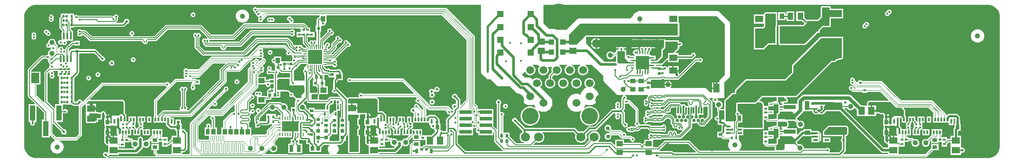
<source format=gtl>
G04*
G04 #@! TF.GenerationSoftware,Altium Limited,Altium Designer,23.1.1 (15)*
G04*
G04 Layer_Physical_Order=1*
G04 Layer_Color=8533715*
%FSLAX44Y44*%
%MOMM*%
G71*
G04*
G04 #@! TF.SameCoordinates,9B01D1D2-6DC0-4E1C-ADDC-18CA85A18B4E*
G04*
G04*
G04 #@! TF.FilePolarity,Positive*
G04*
G01*
G75*
%ADD10C,0.2000*%
%ADD11C,0.2500*%
%ADD13C,0.2540*%
%ADD16C,0.1270*%
%ADD17C,0.1524*%
%ADD18C,0.2032*%
%ADD19R,1.2000X1.0000*%
%ADD20R,1.0000X3.0000*%
%ADD21R,0.9000X1.0000*%
%ADD22R,0.6000X0.5500*%
%ADD23R,0.6000X0.9000*%
%ADD24R,0.5750X0.2500*%
%ADD25R,0.2500X0.6750*%
%ADD26R,1.3000X1.5000*%
%ADD27R,0.5200X0.5200*%
%ADD28R,0.7000X0.9000*%
%ADD29R,0.5500X0.4500*%
%ADD30R,0.6500X0.5500*%
%ADD31R,0.5200X0.5200*%
%ADD32R,0.7500X1.4000*%
%ADD33R,0.3600X0.3200*%
%ADD34R,0.4500X0.5500*%
%ADD35R,0.6200X0.6200*%
%ADD36P,0.8202X4X90.0*%
%ADD37R,0.6500X1.0600*%
%ADD38R,0.8500X0.3500*%
%ADD39R,2.4000X0.7600*%
G04:AMPARAMS|DCode=40|XSize=0.2mm|YSize=0.565mm|CornerRadius=0.05mm|HoleSize=0mm|Usage=FLASHONLY|Rotation=90.000|XOffset=0mm|YOffset=0mm|HoleType=Round|Shape=RoundedRectangle|*
%AMROUNDEDRECTD40*
21,1,0.2000,0.4650,0,0,90.0*
21,1,0.1000,0.5650,0,0,90.0*
1,1,0.1000,0.2325,0.0500*
1,1,0.1000,0.2325,-0.0500*
1,1,0.1000,-0.2325,-0.0500*
1,1,0.1000,-0.2325,0.0500*
%
%ADD40ROUNDEDRECTD40*%
G04:AMPARAMS|DCode=41|XSize=0.4mm|YSize=0.565mm|CornerRadius=0.05mm|HoleSize=0mm|Usage=FLASHONLY|Rotation=90.000|XOffset=0mm|YOffset=0mm|HoleType=Round|Shape=RoundedRectangle|*
%AMROUNDEDRECTD41*
21,1,0.4000,0.4650,0,0,90.0*
21,1,0.3000,0.5650,0,0,90.0*
1,1,0.1000,0.2325,0.1500*
1,1,0.1000,0.2325,-0.1500*
1,1,0.1000,-0.2325,-0.1500*
1,1,0.1000,-0.2325,0.1500*
%
%ADD41ROUNDEDRECTD41*%
%ADD42R,1.5000X2.0000*%
%ADD43R,1.0000X0.9000*%
%ADD44R,1.4500X1.1500*%
%ADD45R,1.0000X1.0000*%
%ADD46R,1.2000X1.2000*%
%ADD47R,0.2500X0.7000*%
%ADD48R,0.7000X0.2500*%
%ADD49R,3.5600X1.4000*%
%ADD50R,1.4000X1.3900*%
%ADD51R,4.8600X3.3600*%
%ADD52R,1.8000X1.1500*%
%ADD53R,1.0500X1.4000*%
%ADD54R,1.5500X1.2700*%
%ADD55R,2.7000X1.1500*%
%ADD56R,1.4000X1.0500*%
%ADD57R,0.6200X0.6200*%
%ADD58R,1.1500X1.8000*%
%ADD59R,0.9000X0.7000*%
%ADD60R,2.0000X1.0000*%
%ADD61R,0.4000X0.9500*%
%ADD62R,0.3000X0.6500*%
%ADD63R,1.5000X1.3000*%
%ADD64R,0.5500X0.6500*%
%ADD65O,0.7000X0.2000*%
%ADD66O,0.2000X0.7000*%
%ADD67R,0.7500X1.1000*%
%ADD68R,0.8500X1.1000*%
%ADD69R,0.8750X1.1000*%
%ADD70R,1.9000X1.3500*%
%ADD71R,1.1700X1.8000*%
%ADD72R,1.5500X1.3500*%
%ADD73R,0.9000X1.6000*%
%ADD74R,0.5000X0.2800*%
%ADD75R,2.0000X0.8000*%
%ADD76R,0.2000X1.0000*%
%ADD77R,0.3000X1.2000*%
%ADD78R,0.8000X0.8000*%
%ADD80R,0.3500X1.4000*%
%ADD81O,0.3500X1.4000*%
%ADD82R,0.3000X0.7100*%
%ADD160C,0.5080*%
%ADD163C,0.1300*%
%ADD164C,0.1016*%
%ADD165C,1.0000*%
%ADD166C,0.7500*%
%AMCUSTOMSHAPE167*
4,1,5,0.2150,-0.1500,-0.2150,-0.1500,-0.2150,0.1500,0.0150,0.1500,0.2150,-0.0500,0.2150,-0.1500,0.0*%
%ADD167CUSTOMSHAPE167*%

%AMCUSTOMSHAPE168*
4,1,4,0.2650,-0.1500,-0.2650,-0.1500,0.0350,0.1500,0.2650,0.1500,0.2650,-0.1500,0.0*%
%ADD168CUSTOMSHAPE168*%

%AMCUSTOMSHAPE169*
4,1,5,-0.2150,0.1500,0.2150,0.1500,0.2150,-0.1500,-0.0150,-0.1500,-0.2150,0.0500,-0.2150,0.1500,0.0*%
%ADD169CUSTOMSHAPE169*%

%AMCUSTOMSHAPE170*
4,1,5,-0.2150,0.1500,-0.2150,-0.1500,0.0150,-0.1500,0.2150,0.0500,0.2150,0.1500,-0.2150,0.1500,0.0*%
%ADD170CUSTOMSHAPE170*%

%ADD171R,2.6000X2.6000*%
%ADD172R,2.7000X2.7000*%
%ADD173R,0.9000X0.4000*%
%ADD174C,0.1020*%
%ADD175C,0.5000*%
%ADD176C,0.3500*%
%ADD177C,0.3810*%
%ADD178C,0.5080*%
%ADD179C,0.5588*%
%ADD180C,0.3000*%
%ADD181C,0.1500*%
%ADD182C,0.1314*%
%ADD183C,0.3048*%
%ADD184C,0.7000*%
%ADD185C,0.4500*%
%ADD186C,0.4000*%
%ADD187C,0.1150*%
%ADD188C,4.0000*%
%ADD189C,3.0000*%
%ADD190C,1.5000*%
%ADD191C,1.7500*%
%ADD192C,3.2000*%
%ADD193C,2.4000*%
%ADD194R,1.6000X1.6000*%
%ADD195C,1.6000*%
%ADD196R,1.6000X1.6000*%
%ADD197C,2.7000*%
%ADD198O,1.0000X1.6000*%
%ADD199C,0.6500*%
%ADD200C,0.4064*%
%ADD201C,0.4572*%
%ADD202C,0.4060*%
%ADD203C,0.5000*%
G36*
X705890Y349712D02*
Y234538D01*
X694941Y223589D01*
X694003Y223978D01*
Y233615D01*
X693707Y235102D01*
X692865Y236362D01*
X688813Y240414D01*
Y241010D01*
X688040Y242878D01*
X686611Y244307D01*
X684744Y245080D01*
X682723D01*
X680856Y244307D01*
X679427Y242878D01*
X678653Y241010D01*
Y238990D01*
X679427Y237122D01*
X680856Y235693D01*
X682723Y234920D01*
X683319D01*
X686233Y232006D01*
Y226377D01*
X685389Y225813D01*
X684744Y226080D01*
X682723D01*
X680856Y225307D01*
X679427Y223878D01*
X678653Y222010D01*
Y219989D01*
X679427Y218122D01*
X680856Y216693D01*
X680937Y216660D01*
X681232Y215688D01*
X680941Y215253D01*
X680888Y214988D01*
X679992Y214509D01*
X679562Y214687D01*
X678478D01*
X672274Y220891D01*
X671266Y221565D01*
X670076Y221802D01*
X638195D01*
X586395Y273601D01*
X585387Y274275D01*
X584198Y274512D01*
X484761D01*
X483843Y275430D01*
X482163Y276126D01*
X480345D01*
X478665Y275430D01*
X477380Y274145D01*
X476684Y272465D01*
Y270647D01*
X477380Y268967D01*
X478665Y267682D01*
X480345Y266986D01*
X482163D01*
X483843Y267682D01*
X484457Y268296D01*
X582911D01*
X605159Y246048D01*
X604770Y245110D01*
X506353D01*
X505589Y245874D01*
X503909Y246570D01*
X502091D01*
X500411Y245874D01*
X499126Y244589D01*
X498430Y242909D01*
Y241091D01*
X499126Y239411D01*
X499408Y239129D01*
X499019Y238190D01*
X480288D01*
X479297Y237993D01*
X478456Y237432D01*
X478070Y237045D01*
X476787Y237200D01*
X457598Y256389D01*
Y270077D01*
X458925Y271404D01*
X468540D01*
Y285484D01*
X467360D01*
X466522Y285919D01*
X466228Y287398D01*
X465570Y288382D01*
Y288909D01*
X464874Y290589D01*
X463589Y291874D01*
X461909Y292570D01*
X460091D01*
X458411Y291874D01*
X458401Y291864D01*
X444017D01*
X443874Y292209D01*
X442589Y293494D01*
X440909Y294190D01*
X439091D01*
X438108Y293783D01*
X436498D01*
X432935Y297346D01*
Y298631D01*
X436576D01*
X437957Y298906D01*
X439128Y299688D01*
X439138Y299703D01*
X445187D01*
X446317Y299478D01*
X448697D01*
X449126Y298442D01*
X450411Y297157D01*
X452091Y296461D01*
X453909D01*
X455589Y297157D01*
X456874Y298442D01*
X457570Y300122D01*
Y301940D01*
X456874Y303620D01*
X456479Y304016D01*
X456874Y304411D01*
X457570Y306091D01*
Y307909D01*
X456874Y309589D01*
X455589Y310874D01*
X454190Y311453D01*
X454063Y311657D01*
X453915Y312235D01*
X453919Y312582D01*
X477055Y335718D01*
X477752Y335430D01*
X479570D01*
X481249Y336126D01*
X482535Y337411D01*
X483231Y339091D01*
Y340909D01*
X482535Y342589D01*
X481249Y343874D01*
X479570Y344570D01*
X479010D01*
Y345130D01*
X478314Y346809D01*
X477029Y348095D01*
X475349Y348791D01*
X473531D01*
X471851Y348095D01*
X470566Y346809D01*
X469870Y345130D01*
Y343312D01*
X470158Y342615D01*
X448660Y321117D01*
X445745D01*
X445356Y322056D01*
X455164Y331864D01*
X455869Y332919D01*
X456116Y334164D01*
Y338605D01*
X461470Y343959D01*
X462167Y343670D01*
X463985D01*
X465664Y344366D01*
X466950Y345652D01*
X467646Y347331D01*
Y349149D01*
X466950Y350829D01*
X465664Y352115D01*
X463985Y352810D01*
X463425D01*
Y353370D01*
X462729Y355050D01*
X461444Y356335D01*
X459764Y357031D01*
X457946D01*
X456266Y356335D01*
X454981Y355050D01*
X454285Y353370D01*
Y351552D01*
X454574Y350856D01*
X447315Y343597D01*
X446610Y342542D01*
X446362Y341297D01*
Y336856D01*
X440861Y331355D01*
X439822Y331753D01*
X439178Y332718D01*
Y335430D01*
X439909D01*
X441589Y336126D01*
X442874Y337411D01*
X443570Y339091D01*
Y340909D01*
X442874Y342589D01*
X441589Y343874D01*
X439909Y344570D01*
X438091D01*
X436411Y343874D01*
X435126Y342589D01*
X434430Y340909D01*
Y339840D01*
X433652Y339062D01*
X433380Y339010D01*
X432481Y339139D01*
X432203Y339557D01*
Y345071D01*
X445470Y358339D01*
X446167Y358050D01*
X447985D01*
X449664Y358746D01*
X450950Y360032D01*
X451646Y361711D01*
Y363529D01*
X450950Y365209D01*
X449664Y366494D01*
X447985Y367190D01*
X447425D01*
Y367750D01*
X446729Y369430D01*
X445444Y370715D01*
X443764Y371411D01*
X441946D01*
X440266Y370715D01*
X438981Y369430D01*
X438285Y367750D01*
Y365932D01*
X438573Y365235D01*
X425874Y352536D01*
X424935Y352924D01*
Y365771D01*
X427173D01*
Y376401D01*
X427196Y376433D01*
X428189Y376996D01*
X429417Y376488D01*
X431235D01*
X432915Y377183D01*
X434200Y378469D01*
X434896Y380149D01*
Y381967D01*
X435152Y382350D01*
X437325D01*
Y397016D01*
X658586D01*
X705890Y349712D01*
D02*
G37*
G36*
X1113033Y358000D02*
X936000D01*
X918250Y340250D01*
X903750D01*
Y359750D01*
X925000Y381000D01*
X1113033D01*
Y358000D01*
D02*
G37*
G36*
X423945Y329156D02*
X425326Y328881D01*
X426707Y329156D01*
X427326Y329569D01*
X427945Y329156D01*
X428192Y329106D01*
X428241Y328859D01*
X428655Y328240D01*
X428241Y327621D01*
X427966Y326240D01*
X428241Y324859D01*
X428655Y324240D01*
X428241Y323621D01*
X427966Y322240D01*
X428241Y320859D01*
X428655Y320240D01*
X428241Y319622D01*
X427966Y318240D01*
X428241Y316859D01*
X428655Y316240D01*
X428241Y315621D01*
X427966Y314240D01*
X428241Y312859D01*
X428655Y312240D01*
X428241Y311621D01*
X427966Y310240D01*
X428241Y308859D01*
X428655Y308240D01*
X428241Y307621D01*
X427966Y306240D01*
X428241Y304859D01*
X428655Y304240D01*
X428241Y303622D01*
X428192Y303374D01*
X427945Y303325D01*
X427326Y302911D01*
X426707Y303325D01*
X425326Y303600D01*
X423945Y303325D01*
X423326Y302911D01*
X422707Y303325D01*
X421326Y303600D01*
X419945Y303325D01*
X419326Y302911D01*
X418707Y303325D01*
X417326Y303600D01*
X415945Y303325D01*
X415326Y302911D01*
X414707Y303325D01*
X413326Y303600D01*
X411945Y303325D01*
X411326Y302911D01*
X410707Y303325D01*
X409326Y303600D01*
X407945Y303325D01*
X407326Y302911D01*
X406707Y303325D01*
X405326Y303600D01*
X403945Y303325D01*
X403326Y302911D01*
X402707Y303325D01*
X402460Y303374D01*
X402410Y303622D01*
X401997Y304240D01*
X402410Y304859D01*
X402685Y306240D01*
X402410Y307621D01*
X401997Y308240D01*
X402410Y308859D01*
X402685Y310240D01*
X402410Y311621D01*
X401997Y312240D01*
X402410Y312859D01*
X402685Y314240D01*
X402410Y315621D01*
X401997Y316240D01*
X402410Y316859D01*
X402685Y318240D01*
X402410Y319622D01*
X401997Y320240D01*
X402410Y320859D01*
X402685Y322240D01*
X402410Y323621D01*
X401997Y324240D01*
X402410Y324859D01*
X402685Y326240D01*
X402410Y327621D01*
X401997Y328240D01*
X402410Y328859D01*
X402460Y329106D01*
X402707Y329156D01*
X403326Y329569D01*
X403945Y329156D01*
X405326Y328881D01*
X406707Y329156D01*
X407326Y329569D01*
X407945Y329156D01*
X409326Y328881D01*
X410707Y329156D01*
X411326Y329569D01*
X411945Y329156D01*
X413326Y328881D01*
X414707Y329156D01*
X415326Y329569D01*
X415945Y329156D01*
X417326Y328881D01*
X418707Y329156D01*
X419326Y329569D01*
X419945Y329156D01*
X421326Y328881D01*
X422707Y329156D01*
X423326Y329569D01*
X423945Y329156D01*
D02*
G37*
G36*
X308521Y313995D02*
X310201Y313299D01*
X311350D01*
X311771Y312283D01*
X308466Y308978D01*
X307364Y309312D01*
X307309Y309587D01*
X306635Y310596D01*
X305171Y312059D01*
X304163Y312733D01*
X302974Y312970D01*
X300854D01*
X299665Y312733D01*
X298657Y312059D01*
X295567Y308970D01*
X294481D01*
X292801Y308274D01*
X291514Y306988D01*
X290818Y305308D01*
Y303489D01*
X291514Y301808D01*
X291624Y301699D01*
X291514Y301590D01*
X290818Y299909D01*
Y298823D01*
X286346Y294351D01*
X285673Y293343D01*
X285436Y292154D01*
Y268655D01*
X232741Y215960D01*
X211682D01*
X211293Y216898D01*
X217359Y222964D01*
X218584Y222752D01*
X219660Y221676D01*
X221341Y220980D01*
X223159D01*
X224840Y221676D01*
X226126Y222962D01*
X226822Y224643D01*
Y226461D01*
X226126Y228142D01*
X224909Y229359D01*
X224838Y230443D01*
X244351Y249956D01*
X244678D01*
X246357Y250652D01*
X247643Y251938D01*
X248339Y253617D01*
Y255435D01*
X247643Y257115D01*
X246357Y258401D01*
X244678Y259096D01*
X242859D01*
X241180Y258401D01*
X239894Y257115D01*
X239198Y255435D01*
Y253617D01*
X239205Y253600D01*
X174802Y189198D01*
X174129Y188189D01*
X173892Y187000D01*
Y128820D01*
X159040D01*
Y132115D01*
X161908D01*
X163395Y132411D01*
X164655Y133253D01*
X168355Y136953D01*
X169197Y138213D01*
X169493Y139700D01*
Y167894D01*
X169197Y169381D01*
X168355Y170641D01*
X165599Y173396D01*
X164912Y175056D01*
X163626Y176342D01*
X161945Y177038D01*
X160127D01*
X159087Y176607D01*
X158071Y177286D01*
Y187519D01*
X156640D01*
Y195695D01*
X146360D01*
Y187519D01*
X145991D01*
Y185119D01*
X143502D01*
Y198948D01*
X136002D01*
Y200092D01*
X175768D01*
X176957Y200329D01*
X177966Y201003D01*
X243475Y266512D01*
X244149Y267521D01*
X244386Y268710D01*
Y285917D01*
X245777Y287309D01*
X268399D01*
X269588Y287545D01*
X270597Y288219D01*
X297141Y314764D01*
X307753D01*
X308521Y313995D01*
D02*
G37*
G36*
X361034Y327699D02*
X359924Y326589D01*
X359228Y324909D01*
Y323091D01*
X359924Y321411D01*
X361209Y320126D01*
X362889Y319430D01*
X364707D01*
X366387Y320126D01*
X367497Y321236D01*
X371182Y317551D01*
X371462Y317364D01*
X371354Y317103D01*
Y315285D01*
X372050Y313605D01*
X372119Y313536D01*
X372093Y313407D01*
X370808Y312122D01*
X370112Y310442D01*
Y308624D01*
X369740Y308068D01*
X362436D01*
Y308068D01*
X361520Y308087D01*
Y308087D01*
X350240D01*
X350116Y309052D01*
Y317073D01*
X336036D01*
Y313968D01*
X334619D01*
X332939Y313273D01*
X331654Y311987D01*
X330958Y310307D01*
Y308489D01*
X331654Y306810D01*
X332939Y305524D01*
X334619Y304828D01*
X336036D01*
Y301993D01*
X337253D01*
X337936Y301260D01*
Y290087D01*
X337093Y289244D01*
X336956Y289381D01*
X335864Y290110D01*
X334576Y290367D01*
X331057D01*
X330668Y291305D01*
X330874Y291511D01*
X331570Y293191D01*
Y295009D01*
X330874Y296689D01*
X329589Y297974D01*
X327909Y298670D01*
X326091D01*
X324411Y297974D01*
X323126Y296689D01*
X322430Y295009D01*
Y293191D01*
X323126Y291511D01*
X323138Y291499D01*
X323411Y290874D01*
X322126Y289589D01*
X321430Y287909D01*
Y286091D01*
X322126Y284411D01*
X323411Y283126D01*
X325091Y282430D01*
X326909D01*
X328589Y283126D01*
X329096Y283633D01*
X333181D01*
X335209Y281605D01*
Y274290D01*
X326210D01*
Y272354D01*
X319946D01*
Y277790D01*
X305878D01*
Y281097D01*
X310572Y285791D01*
X311091Y285577D01*
X312909D01*
X314589Y286272D01*
X315874Y287558D01*
X316570Y289238D01*
Y291056D01*
X315889Y292701D01*
X316570Y294346D01*
Y296164D01*
X315874Y297844D01*
X314589Y299129D01*
X314221Y299282D01*
X314023Y300278D01*
X319443Y305699D01*
X320117Y306707D01*
X320354Y307897D01*
Y309583D01*
X320117Y310772D01*
X319443Y311781D01*
X318435Y312790D01*
X317426Y313463D01*
X316237Y313700D01*
X314842D01*
X314383Y314678D01*
X314987Y315281D01*
X315683Y316962D01*
Y318781D01*
X314987Y320461D01*
X314976Y320472D01*
X315662Y322129D01*
Y323947D01*
X314966Y325626D01*
X314091Y326502D01*
X314286Y326697D01*
X314982Y328377D01*
Y330195D01*
X314286Y331875D01*
X314209Y331952D01*
X314598Y332890D01*
X355843D01*
X361034Y327699D01*
D02*
G37*
G36*
X1113015Y333650D02*
X1103255Y323890D01*
X1093851D01*
Y315837D01*
X1081765Y303750D01*
X1070573D01*
Y303790D01*
X1064906D01*
X1064533Y303864D01*
X1061015D01*
Y306185D01*
X1061033Y306200D01*
X1070371D01*
X1070573Y306160D01*
X1072783D01*
X1073774Y306357D01*
X1074614Y306919D01*
X1082864Y315169D01*
X1083425Y316009D01*
X1083622Y317000D01*
Y329352D01*
X1087980Y333710D01*
X1089073D01*
Y335675D01*
X1089122Y335925D01*
Y346350D01*
X1113015D01*
Y333650D01*
D02*
G37*
G36*
X1203268Y379212D02*
Y282038D01*
X1195618Y274388D01*
X1194015Y272299D01*
X1193007Y269867D01*
X1192701Y267540D01*
X1188270D01*
Y256000D01*
X1187000D01*
Y254730D01*
X1178710D01*
Y247854D01*
X1174890D01*
X1167622Y255122D01*
X1166534Y255849D01*
X1165250Y256104D01*
X1099564D01*
X1099038Y257374D01*
X1100033Y258370D01*
X1101026Y260090D01*
X1101466Y261730D01*
X1094000D01*
X1086534D01*
X1086974Y260090D01*
X1087967Y258370D01*
X1088962Y257374D01*
X1088436Y256104D01*
X1063633D01*
X1062600Y255899D01*
X1061330Y256579D01*
Y260529D01*
Y264899D01*
X1055690D01*
Y267439D01*
X1061330D01*
Y271809D01*
X1062357Y272395D01*
X1080225D01*
X1081508Y272651D01*
X1082597Y273378D01*
X1083184Y273965D01*
X1084812D01*
X1085399Y273378D01*
X1086487Y272651D01*
X1087771Y272395D01*
X1112809D01*
X1114093Y272651D01*
X1115181Y273378D01*
X1148559Y306756D01*
X1153459D01*
X1153979Y306236D01*
X1155658Y305541D01*
X1157476D01*
X1159156Y306236D01*
X1160442Y307522D01*
X1161137Y309201D01*
Y311019D01*
X1160442Y312699D01*
X1159156Y313985D01*
X1157476Y314681D01*
X1155658D01*
X1153979Y313985D01*
X1153459Y313465D01*
X1147170D01*
X1145886Y313210D01*
X1144798Y312482D01*
X1115605Y283289D01*
X1114431Y283776D01*
Y288730D01*
X1104141D01*
Y290000D01*
X1102871D01*
Y298890D01*
X1093851D01*
Y295990D01*
X1092581Y295737D01*
X1092187Y296689D01*
X1090902Y297974D01*
X1089222Y298670D01*
X1087404D01*
X1085724Y297974D01*
X1085135Y297385D01*
X1082673D01*
Y299140D01*
X1071638D01*
X1070792Y300161D01*
X1071015Y301160D01*
X1081765D01*
X1082756Y301357D01*
X1083596Y301919D01*
X1092678Y311001D01*
X1093851Y310515D01*
Y306110D01*
X1114431D01*
Y312136D01*
X1138717D01*
X1140196Y312430D01*
X1141450Y313267D01*
X1143612Y315430D01*
X1143800D01*
X1145480Y316126D01*
X1146766Y317411D01*
X1147461Y319091D01*
Y320909D01*
X1146766Y322589D01*
X1145480Y323874D01*
X1143800Y324570D01*
X1141982D01*
X1140303Y323874D01*
X1139017Y322589D01*
X1138434Y321182D01*
X1137117Y319864D01*
X1114431D01*
Y323890D01*
X1108577D01*
X1108091Y325063D01*
X1114137Y331110D01*
X1114431D01*
Y331404D01*
X1114846Y331819D01*
X1115407Y332659D01*
X1115604Y333650D01*
Y336105D01*
X1116091Y336430D01*
X1117909D01*
X1119589Y337126D01*
X1120874Y338411D01*
X1121570Y340091D01*
Y341909D01*
X1120874Y343589D01*
X1119589Y344874D01*
X1117909Y345570D01*
X1116091D01*
X1115532Y346713D01*
X1115407Y347341D01*
X1114846Y348181D01*
X1114431Y348458D01*
Y348890D01*
X1113265D01*
X1113015Y348940D01*
X1089122D01*
X1089073Y348981D01*
Y350290D01*
X1074303D01*
Y349004D01*
X1086533Y349000D01*
Y335925D01*
X1081791Y331184D01*
X1081230Y330343D01*
X1081033Y329352D01*
Y317000D01*
X1080852Y316820D01*
X1073234Y309201D01*
X1072783Y308750D01*
X1070573D01*
D01*
Y308790D01*
X1061033D01*
Y311136D01*
X1064533D01*
X1064906Y311210D01*
X1070573D01*
Y318790D01*
X1064906D01*
X1064533Y318864D01*
X1060573D01*
Y320540D01*
X1058823D01*
Y325796D01*
X1059552Y326526D01*
X1060279Y327614D01*
X1060331Y327876D01*
X1061545Y329089D01*
X1062241Y330769D01*
Y332587D01*
X1062213Y332654D01*
X1062919Y333710D01*
X1069763D01*
Y335000D01*
X1060812D01*
X1060259Y335552D01*
X1058580Y336248D01*
X1056762D01*
X1055082Y335552D01*
X1054530Y335000D01*
X1054003D01*
X1053519Y335485D01*
X1051839Y336180D01*
X1050021D01*
X1048341Y335485D01*
X1047857Y335000D01*
X1047211D01*
X1046855Y335356D01*
X1045175Y336052D01*
X1043357D01*
X1041678Y335356D01*
X1041322Y335000D01*
X1023993D01*
Y333710D01*
X1039100D01*
X1039806Y332654D01*
X1039696Y332391D01*
Y330573D01*
X1039675Y330540D01*
X1031243D01*
Y329570D01*
X1030124D01*
X1028444Y328874D01*
X1027158Y327589D01*
X1026463Y325909D01*
Y324091D01*
X1027158Y322411D01*
X1028444Y321126D01*
X1029493Y320540D01*
X1029493D01*
X1029493Y320540D01*
Y318790D01*
X1021927D01*
X1021907Y318839D01*
X1020621Y320124D01*
X1018942Y320820D01*
X1017124D01*
X1015444Y320124D01*
X1014860Y319540D01*
X1013590Y320066D01*
Y327750D01*
X1013540Y328000D01*
Y330290D01*
X1011250D01*
X1011000Y330340D01*
X1008713D01*
X1008426Y330769D01*
Y332587D01*
X1008398Y332654D01*
X1009104Y333710D01*
X1013540D01*
Y335000D01*
X1006997D01*
X1006445Y335552D01*
X1004765Y336248D01*
X1002947D01*
X1001267Y335552D01*
X1000715Y335000D01*
X994460D01*
Y333710D01*
X998608D01*
X999314Y332654D01*
X999286Y332587D01*
Y330769D01*
X998999Y330340D01*
X997000D01*
X996750Y330290D01*
X994460D01*
Y328000D01*
X994410Y327750D01*
Y325752D01*
X993000D01*
X991811Y325515D01*
X990803Y324841D01*
X990200Y324239D01*
X988594Y324429D01*
X987630Y325393D01*
X985910Y326386D01*
X983993Y326900D01*
X982007D01*
X980090Y326386D01*
X978370Y325393D01*
X976966Y323990D01*
X975974Y322270D01*
X975460Y320353D01*
Y318367D01*
X975974Y316450D01*
X976966Y314730D01*
X978370Y313326D01*
X980090Y312334D01*
X982007Y311820D01*
X983993D01*
X985910Y312334D01*
X987630Y313326D01*
X989034Y314730D01*
X989938Y316296D01*
X990905Y316489D01*
X991914Y317162D01*
X993140Y318389D01*
X994410Y317863D01*
Y307859D01*
X993428Y307054D01*
X993000Y307139D01*
X970104D01*
Y308706D01*
X936141Y342670D01*
X936557Y343086D01*
Y354894D01*
X937073Y355410D01*
X1113033D01*
X1114024Y355607D01*
X1114864Y356169D01*
X1115425Y357009D01*
X1115622Y358000D01*
Y381000D01*
X1115425Y381991D01*
X1114864Y382831D01*
X1114431Y383120D01*
Y394768D01*
X1187711D01*
X1203268Y379212D01*
D02*
G37*
G36*
X1011000Y313666D02*
X1018323Y306250D01*
X1019493D01*
Y306210D01*
X1025159D01*
X1025533Y306136D01*
X1029033D01*
Y303790D01*
X1019493D01*
Y303750D01*
X999033D01*
X997000Y305783D01*
Y327750D01*
X1011000D01*
Y313666D01*
D02*
G37*
G36*
X348376Y285716D02*
X349547Y284933D01*
X350928Y284659D01*
X366421D01*
Y276960D01*
X365405Y276426D01*
X365295Y276447D01*
X365294Y276447D01*
X365293Y276447D01*
X359202Y276440D01*
X345100D01*
X344109Y276243D01*
X343269Y275681D01*
X342881Y275294D01*
X341942Y275682D01*
Y281943D01*
X343267Y282492D01*
X344553Y283778D01*
X345248Y285457D01*
Y287276D01*
X345156Y287499D01*
X346017Y288074D01*
X348376Y285716D01*
D02*
G37*
G36*
X-80040Y278960D02*
X-77790D01*
Y270810D01*
Y261460D01*
X-77711D01*
Y252210D01*
Y242960D01*
Y234805D01*
X-77790D01*
Y225326D01*
X-85373D01*
Y217372D01*
X-86389Y216951D01*
X-99633Y230195D01*
Y284505D01*
X-96788Y287350D01*
X-95926Y286775D01*
X-96285Y285909D01*
Y284091D01*
X-95589Y282410D01*
X-94861Y281683D01*
X-95062Y281482D01*
X-95758Y279801D01*
Y277983D01*
X-95062Y276302D01*
X-93776Y275016D01*
X-92095Y274320D01*
X-90277D01*
X-88596Y275016D01*
X-87310Y276302D01*
X-86614Y277983D01*
Y279801D01*
X-87310Y281482D01*
X-88038Y282209D01*
X-87837Y282410D01*
X-87141Y284091D01*
Y285909D01*
X-87837Y287590D01*
X-88744Y288497D01*
X-88323Y289513D01*
X-80040D01*
Y278960D01*
D02*
G37*
G36*
X397991Y301371D02*
X397716Y299990D01*
Y299881D01*
X394130Y296295D01*
Y292768D01*
X393904Y292674D01*
X392618Y291388D01*
X391922Y289707D01*
Y287889D01*
X392618Y286208D01*
X393904Y284922D01*
X394130Y284828D01*
Y270815D01*
X374130D01*
Y276295D01*
Y289056D01*
X380371Y295296D01*
X380751Y295454D01*
X382037Y296740D01*
X382195Y297120D01*
X387705Y302631D01*
X397305D01*
X397991Y301371D01*
D02*
G37*
G36*
X335209Y255928D02*
X326710D01*
Y253868D01*
X326091D01*
X324411Y253172D01*
X323126Y251887D01*
X322430Y250207D01*
Y248389D01*
X322710Y247713D01*
Y239938D01*
X319946D01*
Y240790D01*
X312190D01*
X311769Y241806D01*
X312374Y242411D01*
X313070Y244091D01*
Y245909D01*
X312374Y247589D01*
X311089Y248874D01*
X309409Y249570D01*
X307591D01*
X305911Y248874D01*
X305796Y248759D01*
X304185Y249426D01*
X302367D01*
X300687Y248730D01*
X299402Y247445D01*
X298706Y245765D01*
Y243947D01*
X299402Y242267D01*
X300687Y240982D01*
X302367Y240286D01*
X302866D01*
Y225710D01*
X319946D01*
Y233205D01*
X327107D01*
X328396Y233461D01*
X329488Y234191D01*
X330381Y235083D01*
X331110Y236176D01*
X331316Y237210D01*
X343290D01*
Y237306D01*
X344707D01*
X346387Y238002D01*
X347672Y239287D01*
X348368Y240967D01*
Y242785D01*
X347676Y244455D01*
X348336Y246047D01*
Y247865D01*
X347921Y248866D01*
X348600Y249882D01*
X353655D01*
Y249848D01*
X355945D01*
X356195Y249798D01*
X362985D01*
X366151Y246632D01*
X365440Y245922D01*
X364744Y244241D01*
Y242423D01*
X365440Y240742D01*
X366726Y239456D01*
X368407Y238760D01*
X370225D01*
X371906Y239456D01*
X372616Y240167D01*
X377799Y234984D01*
X377896Y233994D01*
X377886Y233984D01*
X377190Y232303D01*
Y231217D01*
X376771Y230798D01*
X376097Y229789D01*
X375860Y228600D01*
Y219326D01*
X368494D01*
Y211174D01*
X367555Y210785D01*
X361708Y216633D01*
X362124Y218186D01*
Y220171D01*
X361610Y222089D01*
X360617Y223808D01*
X359214Y225212D01*
X357494Y226205D01*
X355577Y226719D01*
X353591D01*
X352038Y226303D01*
X350476Y227865D01*
X349426Y228566D01*
X348187Y228813D01*
X327176D01*
X325937Y228566D01*
X324887Y227865D01*
X311027Y214006D01*
X309829Y214244D01*
X309438Y215188D01*
X308152Y216474D01*
X306471Y217170D01*
X304653D01*
X302972Y216474D01*
X301686Y215188D01*
X300990Y213507D01*
Y211689D01*
X301686Y210008D01*
X302972Y208722D01*
X303916Y208331D01*
X304154Y207133D01*
X298828Y201806D01*
X298126Y200756D01*
X297880Y199517D01*
Y191587D01*
X298126Y190348D01*
X298828Y189298D01*
X298958Y189168D01*
Y188575D01*
X299654Y186894D01*
X300493Y186055D01*
X300162Y185724D01*
X299466Y184043D01*
Y182225D01*
X300162Y180544D01*
X301448Y179258D01*
X303129Y178562D01*
X304947D01*
X306628Y179258D01*
X307914Y180544D01*
X308447Y181831D01*
X310691Y184075D01*
X322644D01*
X324131Y184371D01*
X325391Y185213D01*
X326150Y185972D01*
X332142D01*
X332530Y185033D01*
X323131Y175634D01*
X322458Y174626D01*
X322221Y173437D01*
Y168648D01*
X319930Y166358D01*
X296346D01*
X295157Y166121D01*
X294149Y165448D01*
X292862Y164161D01*
X291846Y164581D01*
Y179790D01*
X288293D01*
Y184635D01*
X288344D01*
X287894Y186902D01*
X286815Y188516D01*
X287119Y189612D01*
X287571Y189702D01*
X289492Y190986D01*
X290777Y192908D01*
X291228Y195175D01*
X290777Y197442D01*
X289492Y199364D01*
X288635Y199937D01*
Y200953D01*
X289492Y201526D01*
X290777Y203448D01*
X291228Y205715D01*
X291028Y206718D01*
X291964Y207219D01*
X291985Y207198D01*
X293666Y206502D01*
X295484D01*
X297165Y207198D01*
X298451Y208484D01*
X299147Y210165D01*
Y211983D01*
X298451Y213664D01*
X297165Y214950D01*
X295484Y215646D01*
X293666D01*
X291985Y214950D01*
X290699Y213664D01*
X290003Y211983D01*
Y210785D01*
X288987Y210242D01*
X287571Y211188D01*
X287119Y211278D01*
X286815Y212374D01*
X287894Y213988D01*
X288344Y216255D01*
X288293D01*
Y229021D01*
X293561Y234289D01*
X294462D01*
X296141Y234985D01*
X297427Y236271D01*
X298123Y237950D01*
Y239768D01*
X297427Y241448D01*
X296141Y242733D01*
X294462Y243429D01*
X292825D01*
X292473Y243934D01*
X292327Y244368D01*
X304967Y257008D01*
X305641Y258017D01*
X305878Y259207D01*
Y262710D01*
X319946D01*
X320121Y261868D01*
X320817Y260189D01*
X322103Y258903D01*
X323782Y258207D01*
X325600D01*
X327280Y258903D01*
X328566Y260189D01*
X329261Y261868D01*
Y263687D01*
X329277Y263710D01*
X335209D01*
Y255928D01*
D02*
G37*
G36*
X242371Y302952D02*
X232300Y292881D01*
X231599Y291831D01*
X231352Y290592D01*
Y273268D01*
X171379Y213295D01*
X169086D01*
X168697Y214234D01*
X168874Y214411D01*
X169570Y216091D01*
Y217909D01*
X168874Y219589D01*
X167589Y220874D01*
X166892Y221163D01*
Y249837D01*
X167589Y250126D01*
X168874Y251411D01*
X169570Y253091D01*
Y254909D01*
X168874Y256589D01*
X167589Y257874D01*
X165909Y258570D01*
X164091D01*
X162411Y257874D01*
X162015Y257479D01*
X161620Y257874D01*
X159940Y258570D01*
X158122D01*
X156442Y257874D01*
X155157Y256589D01*
X154461Y254909D01*
Y253091D01*
X155157Y251411D01*
X156442Y250126D01*
X157139Y249837D01*
Y221163D01*
X156442Y220874D01*
X155157Y219589D01*
X154461Y217909D01*
Y216091D01*
X155157Y214411D01*
X155334Y214234D01*
X154945Y213295D01*
X123698D01*
X122459Y213049D01*
X121409Y212347D01*
X112086Y203024D01*
X111070Y203445D01*
Y230627D01*
X148607Y268164D01*
X179023D01*
X179412Y267226D01*
X177381Y265194D01*
X176707Y264186D01*
X176470Y262997D01*
Y259898D01*
X175956Y259384D01*
X175260Y257703D01*
Y255885D01*
X175956Y254204D01*
X177242Y252918D01*
X178923Y252222D01*
X180741D01*
X182422Y252918D01*
X183708Y254204D01*
X184404Y255885D01*
Y257703D01*
X183708Y259384D01*
X182686Y260406D01*
Y261709D01*
X183867Y262890D01*
X193477D01*
Y272470D01*
X187792D01*
X186793Y273470D01*
X185785Y274143D01*
X184595Y274380D01*
X177908D01*
X177698Y274811D01*
X177617Y275277D01*
X178303Y276036D01*
X189567D01*
X190757Y276273D01*
X191766Y276947D01*
X218709Y303890D01*
X241982D01*
X242371Y302952D01*
D02*
G37*
G36*
X411960Y276615D02*
Y271319D01*
X410944Y271318D01*
X410460D01*
Y260038D01*
X417162D01*
X418239Y258961D01*
Y247347D01*
X417410Y246518D01*
X405285D01*
X404811Y247338D01*
Y270903D01*
X410944Y277036D01*
X411960Y276615D01*
D02*
G37*
G36*
X1428800Y352172D02*
Y315800D01*
X1426540Y313540D01*
X1425311D01*
X1420956Y312674D01*
X1416854Y310975D01*
X1413899Y309000D01*
X1408000D01*
X1340000Y241000D01*
X1315040D01*
Y241290D01*
X1302960D01*
Y241000D01*
X1301040D01*
Y241290D01*
X1288960D01*
Y241000D01*
X1274788D01*
X1261788Y228000D01*
X1227079D01*
X1226419Y227340D01*
X1225460D01*
Y211660D01*
X1225502D01*
X1225755Y210390D01*
X1225513Y210289D01*
X1224227Y209003D01*
X1223530Y207323D01*
Y205504D01*
X1224227Y203824D01*
X1225395Y202655D01*
Y199988D01*
X1225460Y199663D01*
Y194421D01*
X1223239Y192200D01*
X1205079D01*
Y231290D01*
X1208000Y234212D01*
X1218248Y244460D01*
X1225290D01*
Y251502D01*
X1244788Y271000D01*
X1320430D01*
X1335000Y285570D01*
Y299000D01*
X1389000Y353000D01*
X1427972D01*
X1428800Y352172D01*
D02*
G37*
G36*
X366195Y272960D02*
Y261388D01*
X371429D01*
X372091Y261114D01*
X373909D01*
X374571Y261388D01*
X394130Y261388D01*
Y247815D01*
X388630Y242315D01*
Y236815D01*
X379630D01*
X373888Y242558D01*
Y244241D01*
X373192Y245922D01*
X371906Y247208D01*
X370225Y247904D01*
X368735D01*
Y247928D01*
X368517D01*
X364058Y252388D01*
X356195D01*
Y252472D01*
X342000D01*
Y270750D01*
X345100Y273850D01*
X359205D01*
X365297Y273858D01*
X366195Y272960D01*
D02*
G37*
G36*
X440868Y278715D02*
X441460Y278320D01*
Y276960D01*
X452114D01*
X452535Y275944D01*
X451002Y274410D01*
X450164Y273157D01*
X449870Y271678D01*
Y254788D01*
X449921Y254529D01*
X449411Y254318D01*
X448126Y253033D01*
X447430Y251353D01*
Y249535D01*
X448126Y247855D01*
X449411Y246570D01*
X451091Y245874D01*
X452909D01*
X454589Y246570D01*
X455538Y247519D01*
X462889Y240168D01*
X462635Y239477D01*
X462417Y239203D01*
X444773D01*
X443534Y238957D01*
X442484Y238255D01*
X437590Y233361D01*
X422365D01*
Y241940D01*
X423765Y243340D01*
X424467Y244390D01*
X424476Y244438D01*
X439365D01*
Y259518D01*
X435015D01*
X434191Y259982D01*
Y271262D01*
X433532D01*
X432540Y271319D01*
Y281571D01*
X438012D01*
X440868Y278715D01*
D02*
G37*
G36*
X1314049Y238607D02*
X1315040Y238410D01*
X1317266D01*
X1317485Y238315D01*
X1317923Y237963D01*
X1318371Y237192D01*
X1318454Y236901D01*
X1318489Y236599D01*
X1318589Y236419D01*
X1318645Y236220D01*
X1318842Y235834D01*
X1319093Y235515D01*
X1319319Y235177D01*
X1319404Y235120D01*
X1319467Y235040D01*
X1319821Y234841D01*
X1320159Y234615D01*
X1321123Y234216D01*
X1321680Y233658D01*
X1321982Y232930D01*
Y232141D01*
X1321680Y231413D01*
X1321123Y230855D01*
X1320394Y230553D01*
X1319606D01*
X1318467Y231025D01*
X1318419Y231035D01*
X1318377Y231060D01*
X1317925Y231133D01*
X1317476Y231222D01*
X1317428Y231212D01*
X1317379Y231220D01*
X1316934Y231114D01*
X1316485Y231025D01*
X1316444Y230997D01*
X1316396Y230986D01*
X1316029Y230817D01*
X1315874Y230705D01*
X1315696Y230634D01*
X1315127Y230263D01*
X1314933Y230075D01*
X1314709Y229924D01*
X1314592Y229750D01*
X1305500D01*
Y231355D01*
X1305550Y231605D01*
Y238410D01*
X1306787Y238700D01*
X1313910D01*
X1314049Y238607D01*
D02*
G37*
G36*
X-101719Y312100D02*
X-100038Y311404D01*
X-98664D01*
Y307656D01*
X-98427Y306467D01*
X-97753Y305459D01*
X-96551Y304256D01*
Y303210D01*
X-95855Y301531D01*
X-94895Y300571D01*
X-95316Y300149D01*
X-96012Y298469D01*
Y296650D01*
X-96771Y295827D01*
X-97205Y295741D01*
X-98255Y295039D01*
X-105159Y288135D01*
X-105861Y287085D01*
X-106107Y285846D01*
Y228854D01*
X-106025Y228443D01*
X-106962Y227943D01*
X-120588Y241569D01*
Y262796D01*
X-113658D01*
Y287876D01*
X-131129D01*
Y290192D01*
X-108582Y312739D01*
X-102358D01*
X-101719Y312100D01*
D02*
G37*
G36*
X454979Y231713D02*
X454326Y230135D01*
Y228114D01*
X455099Y226247D01*
X456051Y225296D01*
X455883Y224280D01*
X455366D01*
Y212100D01*
X454358Y212080D01*
X450366D01*
Y209098D01*
X448814D01*
X447625Y208861D01*
X446617Y208188D01*
X443574Y205145D01*
X442635Y205534D01*
Y209296D01*
X442398Y210485D01*
X441998Y211084D01*
X442507Y212100D01*
X442618D01*
Y221865D01*
X444984Y224231D01*
X445014Y224219D01*
X447034D01*
X448902Y224992D01*
X450331Y226421D01*
X451104Y228288D01*
Y230309D01*
X450523Y231713D01*
X451106Y232729D01*
X454498D01*
X454979Y231713D01*
D02*
G37*
G36*
X1055982Y241348D02*
X1054157Y239523D01*
X1053452Y238468D01*
X1053204Y237223D01*
Y235444D01*
X1052842Y235202D01*
X1051024D01*
X1049344Y234506D01*
X1048058Y233221D01*
X1047363Y231541D01*
Y229723D01*
X1048037Y228094D01*
X1047363Y226465D01*
Y224647D01*
X1048058Y222967D01*
X1049344Y221682D01*
X1051024Y220986D01*
X1052842D01*
X1054521Y221682D01*
X1055807Y222967D01*
X1056057Y223570D01*
X1056557D01*
X1057413Y223740D01*
X1058171Y222955D01*
X1058180Y222935D01*
X1057912Y222289D01*
Y220471D01*
X1058608Y218791D01*
X1059893Y217506D01*
X1061573Y216810D01*
X1063391D01*
X1065071Y217506D01*
X1066098Y218533D01*
X1066767Y218400D01*
X1071417D01*
X1072603Y218636D01*
X1073267Y219080D01*
X1073931Y218636D01*
X1075117Y218400D01*
X1079767D01*
X1080953Y218636D01*
X1081958Y219308D01*
X1082385Y219947D01*
X1085965D01*
X1087209Y220195D01*
X1088264Y220900D01*
X1096112Y228748D01*
X1131698D01*
Y226978D01*
X1131646D01*
X1132100Y224699D01*
X1133390Y222768D01*
X1133896Y222430D01*
X1133588Y221413D01*
X1128094D01*
Y221649D01*
X1127398Y223328D01*
X1126113Y224614D01*
X1124433Y225310D01*
X1122615D01*
X1120935Y224614D01*
X1120439Y224118D01*
X1119600Y224200D01*
X1117315Y226485D01*
X1116260Y227190D01*
X1115015Y227438D01*
X1099258D01*
X1098014Y227190D01*
X1096958Y226485D01*
X1085198Y214724D01*
X1082119D01*
X1081692Y215363D01*
X1080686Y216035D01*
X1079500Y216271D01*
X1074850D01*
X1073664Y216035D01*
X1073000Y215592D01*
X1072336Y216035D01*
X1071150Y216271D01*
X1066500D01*
X1065314Y216035D01*
X1064308Y215363D01*
X1063881Y214724D01*
X1061264D01*
X1060019Y214477D01*
X1058964Y213771D01*
X1058151Y212958D01*
X1057487Y213622D01*
X1055807Y214318D01*
X1053989D01*
X1052309Y213622D01*
X1051024Y212336D01*
X1050328Y210657D01*
Y208839D01*
X1051003Y207210D01*
X1050328Y205581D01*
Y203763D01*
X1050581Y203151D01*
X1049879Y202192D01*
X1048435Y201594D01*
X1047149Y200309D01*
X1046454Y198629D01*
Y196811D01*
X1047141Y195153D01*
X1046478Y193553D01*
Y191735D01*
X1047173Y190055D01*
X1048459Y188770D01*
X1050139Y188074D01*
X1051957D01*
X1053636Y188770D01*
X1054922Y190055D01*
X1055073Y190419D01*
X1064015D01*
X1064308Y189980D01*
X1065314Y189308D01*
X1066500Y189072D01*
X1071150D01*
X1072336Y189308D01*
X1073000Y189752D01*
X1073664Y189308D01*
X1074850Y189072D01*
X1079500D01*
X1080686Y189308D01*
X1081692Y189980D01*
X1082119Y190619D01*
X1083872D01*
X1085116Y190867D01*
X1086171Y191572D01*
X1091303Y196703D01*
X1096369D01*
X1098997Y194074D01*
Y188147D01*
X1099245Y186902D01*
X1099950Y185847D01*
X1102327Y183470D01*
Y181989D01*
X1102575Y180744D01*
X1103280Y179689D01*
X1104041Y178927D01*
X1105096Y178222D01*
X1106341Y177975D01*
X1109977D01*
X1111222Y178222D01*
X1111992Y177515D01*
X1112358Y176633D01*
X1113644Y175347D01*
X1115324Y174651D01*
X1117143D01*
X1118773Y175326D01*
X1120404Y174651D01*
X1121430D01*
X1121850Y173635D01*
X1115284Y167068D01*
X1111518D01*
Y168593D01*
X1111555D01*
X1111160Y170579D01*
X1110035Y172263D01*
X1108352Y173388D01*
X1106366Y173783D01*
X1104380Y173388D01*
X1102723Y172281D01*
X1102435Y172712D01*
X1100751Y173837D01*
X1098765Y174232D01*
X1096779Y173837D01*
X1095096Y172712D01*
X1093971Y171029D01*
X1093576Y169043D01*
X1093613D01*
Y167068D01*
X1082685D01*
X1082607Y167052D01*
X1082119D01*
X1081692Y167692D01*
X1080686Y168364D01*
X1079500Y168599D01*
X1074850D01*
X1073664Y168364D01*
X1073000Y167920D01*
X1072336Y168364D01*
X1071150Y168599D01*
X1066500D01*
X1065314Y168364D01*
X1064434Y167776D01*
X1063294Y168916D01*
X1061613Y169612D01*
X1059795D01*
X1058114Y168916D01*
X1056828Y167630D01*
X1056132Y165949D01*
Y164131D01*
X1056807Y162500D01*
X1056132Y160869D01*
Y159051D01*
X1056828Y157370D01*
X1057142Y157056D01*
X1056721Y156040D01*
X1048474D01*
Y149991D01*
X1047988D01*
X1046749Y149745D01*
X1045699Y149043D01*
X1044438Y147782D01*
X1043176Y149043D01*
X1042126Y149745D01*
X1040887Y149991D01*
X1009554D01*
Y156040D01*
X992474D01*
Y146201D01*
X991535Y145812D01*
X986377Y150971D01*
X985284Y151700D01*
X983996Y151957D01*
X959994D01*
X959574Y152973D01*
X961184Y154583D01*
X962671Y157158D01*
X963440Y160029D01*
Y163002D01*
X962671Y165873D01*
X961184Y168448D01*
X959082Y170550D01*
X956508Y172036D01*
X953636Y172806D01*
X950664D01*
X947792Y172036D01*
X945218Y170550D01*
X943116Y168448D01*
X941629Y165873D01*
X940860Y163002D01*
Y160029D01*
X941629Y157158D01*
X942209Y156153D01*
X932293Y146237D01*
X835577D01*
X835188Y147176D01*
X839588Y151575D01*
X840592Y150995D01*
X843464Y150226D01*
X846436D01*
X849308Y150995D01*
X851882Y152481D01*
X853984Y154583D01*
X855471Y157158D01*
X856240Y160029D01*
Y163002D01*
X855471Y165873D01*
X853984Y168448D01*
X852514Y169918D01*
X852935Y170934D01*
X911506D01*
X916353Y166087D01*
X916229Y165873D01*
X915460Y163002D01*
Y160029D01*
X916229Y157158D01*
X917716Y154583D01*
X919818Y152481D01*
X922392Y150995D01*
X925264Y150226D01*
X928236D01*
X931108Y150995D01*
X933682Y152481D01*
X935784Y154583D01*
X937271Y157158D01*
X938040Y160029D01*
Y163002D01*
X937271Y165873D01*
X937147Y166087D01*
X944941Y173881D01*
X954314D01*
X955890Y174194D01*
X957226Y175087D01*
X989093Y206954D01*
X991999D01*
X992563Y206110D01*
X992544Y206063D01*
Y204244D01*
X993219Y202614D01*
X992544Y200983D01*
Y199164D01*
X993240Y197484D01*
X994526Y196198D01*
X996206Y195501D01*
X998025D01*
X999706Y196198D01*
X1000992Y197484D01*
X1001688Y199164D01*
Y200983D01*
X1001012Y202614D01*
X1001688Y204244D01*
Y206063D01*
X1001982Y206504D01*
X1003017D01*
X1003157Y206562D01*
X1004101Y205859D01*
Y189127D01*
X1004375Y187746D01*
X1005158Y186575D01*
X1007267Y184466D01*
Y184091D01*
X1007962Y182411D01*
X1009248Y181126D01*
X1010928Y180430D01*
X1012746D01*
X1014425Y181126D01*
X1015711Y182411D01*
X1016407Y184091D01*
Y185909D01*
X1015711Y187589D01*
X1014425Y188874D01*
X1012746Y189570D01*
X1012371D01*
X1011319Y190622D01*
Y207881D01*
X1011044Y209262D01*
X1010262Y210433D01*
X1008255Y212440D01*
X1010262Y214448D01*
X1011044Y215619D01*
X1011319Y217000D01*
Y225197D01*
X1012164Y225762D01*
X1012983Y225422D01*
X1014802D01*
X1016481Y226118D01*
X1017248Y226884D01*
X1017878D01*
X1031393Y213369D01*
Y190531D01*
X1030627Y189765D01*
X1029931Y188085D01*
Y186267D01*
X1030627Y184587D01*
X1031912Y183302D01*
X1032183Y183190D01*
X1032403Y182182D01*
X1031820Y181523D01*
X1026322D01*
X1026255Y181510D01*
X1024596Y182197D01*
X1022777D01*
X1021096Y181501D01*
X1020222Y180627D01*
X1019148Y181072D01*
X1017329D01*
X1015649Y180376D01*
X1014362Y179090D01*
X1013667Y177409D01*
Y175591D01*
X1014362Y173910D01*
X1015649Y172624D01*
X1017329Y171928D01*
X1018685D01*
X1018960Y171653D01*
X1020010Y170952D01*
X1021249Y170705D01*
X1025785D01*
X1027024Y170952D01*
X1028074Y171653D01*
X1029183Y172763D01*
X1036266D01*
X1037505Y173009D01*
X1038556Y173711D01*
X1042281Y177436D01*
X1054401D01*
X1058877Y172961D01*
X1059927Y172259D01*
X1061166Y172013D01*
X1064751D01*
X1065314Y171636D01*
X1066500Y171400D01*
X1071150D01*
X1072336Y171636D01*
X1072525Y171763D01*
X1073475D01*
X1073664Y171636D01*
X1074850Y171400D01*
X1079500D01*
X1080686Y171636D01*
X1080875Y171763D01*
X1082774D01*
X1083411Y171126D01*
X1085091Y170430D01*
X1086909D01*
X1088589Y171126D01*
X1089874Y172411D01*
X1090570Y174091D01*
Y175909D01*
X1089874Y177589D01*
X1089463Y178000D01*
X1089874Y178411D01*
X1090570Y180091D01*
Y181909D01*
X1089874Y183589D01*
X1088589Y184874D01*
X1086909Y185570D01*
X1085091D01*
X1083411Y184874D01*
X1082126Y183589D01*
X1081980Y183237D01*
X1080875D01*
X1080686Y183364D01*
X1079500Y183600D01*
X1074850D01*
X1073664Y183364D01*
X1073475Y183237D01*
X1072525D01*
X1072336Y183364D01*
X1071150Y183600D01*
X1066500D01*
X1065314Y183364D01*
X1065125Y183237D01*
X1061613D01*
X1059602Y185249D01*
X1058551Y185950D01*
X1057312Y186197D01*
X1039118D01*
X1039071Y186267D01*
Y188085D01*
X1038375Y189765D01*
X1037608Y190531D01*
Y214656D01*
X1037372Y215846D01*
X1036698Y216854D01*
X1021362Y232190D01*
X1020354Y232863D01*
X1019165Y233100D01*
X1017248D01*
X1016481Y233866D01*
X1014802Y234562D01*
X1014298Y235578D01*
X1014603Y236314D01*
Y238132D01*
X1013907Y239812D01*
X1012621Y241098D01*
X1012016Y241348D01*
X1012218Y242365D01*
X1055561D01*
X1055982Y241348D01*
D02*
G37*
G36*
X1300049Y238607D02*
X1301040Y238410D01*
X1302960D01*
Y231605D01*
X1302288Y230933D01*
X1296925D01*
X1295736Y230696D01*
X1294727Y230023D01*
X1293145Y228440D01*
X1287460D01*
Y222136D01*
X1287290Y221190D01*
X1286705Y221190D01*
X1278590D01*
Y225000D01*
X1278393Y225991D01*
X1277831Y226831D01*
X1274831Y229831D01*
X1273991Y230393D01*
X1273000Y230590D01*
X1269368D01*
X1268979Y231528D01*
X1275861Y238410D01*
X1288960D01*
X1289951Y238607D01*
X1290090Y238700D01*
X1299910D01*
X1300049Y238607D01*
D02*
G37*
G36*
X1339500Y215500D02*
X1316600D01*
X1316540Y215560D01*
Y218440D01*
X1309276D01*
X1309220Y219710D01*
X1310310Y220439D01*
X1310600Y220381D01*
X1311500D01*
X1312401Y220560D01*
X1316540D01*
Y223310D01*
X1316730Y223500D01*
X1339500D01*
Y215500D01*
D02*
G37*
G36*
X1170294Y220869D02*
X1170447Y220743D01*
Y216056D01*
Y202083D01*
X1164999Y196635D01*
X1164909Y196653D01*
X1163280Y198282D01*
X1161152Y199164D01*
X1158848D01*
X1156720Y198282D01*
X1156000Y197562D01*
X1155280Y198282D01*
X1153676Y198946D01*
X1153790Y199222D01*
Y201525D01*
X1153048Y203318D01*
X1153481Y204183D01*
X1153643Y204334D01*
X1162540D01*
Y219389D01*
X1163556Y220006D01*
X1165480Y219623D01*
X1167758Y220077D01*
X1169432Y221195D01*
X1170294Y220869D01*
D02*
G37*
G36*
X734007Y286766D02*
X734263Y285482D01*
X734990Y284394D01*
X736114Y283270D01*
X736300Y282822D01*
X738263Y280263D01*
X738513Y280013D01*
X741072Y278050D01*
X741520Y277864D01*
X745150Y274234D01*
X746238Y273507D01*
X747522Y273251D01*
X752737D01*
X765724Y260264D01*
X766812Y259537D01*
X768096Y259282D01*
X788484D01*
X789768Y259537D01*
X789934Y259648D01*
X801382Y248200D01*
X803993Y246197D01*
X807034Y244937D01*
X810106Y244533D01*
X811416Y243223D01*
X811200Y242139D01*
Y238692D01*
X811872Y235311D01*
X813192Y232126D01*
X815107Y229260D01*
X817544Y226822D01*
X820411Y224907D01*
X823595Y223588D01*
X826976Y222916D01*
X830424D01*
X833805Y223588D01*
X836089Y224534D01*
X836985Y224056D01*
X837272Y222611D01*
X838592Y219426D01*
X839075Y218703D01*
X838342Y217971D01*
X837482Y218546D01*
X834108Y219943D01*
X830526Y220656D01*
X826874D01*
X823292Y219943D01*
X819918Y218546D01*
X816881Y216517D01*
X814299Y213934D01*
X812270Y210898D01*
X810872Y207523D01*
X810160Y203942D01*
Y200290D01*
X810872Y196708D01*
X812270Y193334D01*
X814299Y190297D01*
X816881Y187715D01*
X819918Y185686D01*
X823292Y184288D01*
X826874Y183576D01*
X830526D01*
X834108Y184288D01*
X837482Y185686D01*
X840519Y187715D01*
X843101Y190297D01*
X845130Y193334D01*
X846527Y196708D01*
X847240Y200290D01*
Y203942D01*
X846527Y207523D01*
X845130Y210898D01*
X844475Y211878D01*
X845208Y212610D01*
X845811Y212207D01*
X848995Y210888D01*
X852376Y210216D01*
X855824D01*
X859205Y210888D01*
X862389Y212207D01*
X865256Y214123D01*
X867693Y216560D01*
X869608Y219426D01*
X870928Y222611D01*
X871600Y225992D01*
Y229439D01*
X870928Y232820D01*
X869608Y236005D01*
X867693Y238871D01*
X865256Y241309D01*
X863582Y242427D01*
X863015Y243166D01*
X863015Y243166D01*
X848082Y258099D01*
X849434Y259451D01*
X850756Y261740D01*
X851440Y264294D01*
Y266937D01*
X850756Y269491D01*
X849434Y271780D01*
X847565Y273650D01*
X845275Y274971D01*
X842722Y275656D01*
X840078D01*
X837525Y274971D01*
X835235Y273650D01*
X833883Y272298D01*
X833119Y273063D01*
X830507Y275066D01*
X827467Y276326D01*
X824203Y276755D01*
X818446D01*
X812897Y282305D01*
X818285Y287693D01*
X819267Y287430D01*
X819344Y287140D01*
X820666Y284851D01*
X822535Y282982D01*
X824825Y281660D01*
X827378Y280976D01*
X830022D01*
X832575Y281660D01*
X834865Y282982D01*
X836734Y284851D01*
X838056Y287140D01*
X838740Y289694D01*
Y292337D01*
X838056Y294891D01*
X836734Y297180D01*
X834865Y299050D01*
X832915Y300175D01*
X833187Y301192D01*
X842832D01*
X843059Y300965D01*
X843059Y300965D01*
X845670Y298961D01*
X846365Y298674D01*
X846563Y297677D01*
X846066Y297180D01*
X844744Y294891D01*
X844060Y292337D01*
Y289694D01*
X844744Y287140D01*
X846066Y284851D01*
X847935Y282982D01*
X850225Y281660D01*
X852778Y280976D01*
X855422D01*
X857975Y281660D01*
X860265Y282982D01*
X862134Y284851D01*
X863456Y287140D01*
X864140Y289694D01*
Y292337D01*
X863456Y294891D01*
X862668Y296256D01*
X863254Y297272D01*
X870346D01*
X870932Y296256D01*
X870144Y294891D01*
X869460Y292337D01*
Y289694D01*
X870143Y287147D01*
X865566Y282570D01*
X864783Y281399D01*
X864509Y280018D01*
Y275396D01*
X862925Y274971D01*
X860635Y273650D01*
X858766Y271780D01*
X857444Y269491D01*
X856760Y266937D01*
Y264294D01*
X857444Y261740D01*
X858766Y259451D01*
X860635Y257582D01*
X862925Y256260D01*
X865478Y255576D01*
X868122D01*
X870675Y256260D01*
X872965Y257582D01*
X874834Y259451D01*
X876156Y261740D01*
X876840Y264294D01*
Y266937D01*
X876156Y269491D01*
X874834Y271780D01*
X872965Y273650D01*
X871727Y274364D01*
Y278523D01*
X875143Y281938D01*
X875625Y281660D01*
X878178Y280976D01*
X880822D01*
X883375Y281660D01*
X885665Y282982D01*
X887534Y284851D01*
X888856Y287140D01*
X889540Y289694D01*
Y292337D01*
X888856Y294891D01*
X887534Y297180D01*
X885665Y299050D01*
X884833Y299530D01*
X884692Y300689D01*
X885182Y301192D01*
X900413D01*
X900685Y300175D01*
X898735Y299050D01*
X896866Y297180D01*
X895544Y294891D01*
X894860Y292337D01*
Y289694D01*
X895544Y287140D01*
X896866Y284851D01*
X898735Y282982D01*
X901025Y281660D01*
X903578Y280976D01*
X906222D01*
X908775Y281660D01*
X911065Y282982D01*
X912934Y284851D01*
X914256Y287140D01*
X914940Y289694D01*
Y292337D01*
X914256Y294891D01*
X912934Y297180D01*
X911065Y299050D01*
X909115Y300175D01*
X909387Y301192D01*
X925813D01*
X926085Y300175D01*
X924135Y299050D01*
X922266Y297180D01*
X920944Y294891D01*
X920260Y292337D01*
Y289694D01*
X920944Y287140D01*
X922266Y284851D01*
X924135Y282982D01*
X926425Y281660D01*
X928978Y280976D01*
X931622D01*
X934175Y281660D01*
X936465Y282982D01*
X938334Y284851D01*
X939656Y287140D01*
X940340Y289694D01*
Y292337D01*
X939656Y294891D01*
X938334Y297180D01*
X936465Y299050D01*
X934514Y300175D01*
X934787Y301192D01*
X947228D01*
X955335Y293085D01*
X955335Y293085D01*
X957400Y291500D01*
X969895Y279005D01*
Y270919D01*
X969913Y270830D01*
X969895Y270741D01*
X970151Y269457D01*
X970878Y268369D01*
X995900Y243347D01*
X996988Y242620D01*
X998272Y242365D01*
X1007847D01*
X1008049Y241348D01*
X1007444Y241098D01*
X1006158Y239812D01*
X1005463Y238132D01*
Y237758D01*
X1005158Y237453D01*
X1004375Y236282D01*
X1004101Y234901D01*
Y218495D01*
X1001249Y215644D01*
X1001199D01*
X1000828Y215490D01*
X1000658Y215607D01*
X1000537Y216922D01*
X1000990Y217375D01*
X1001686Y219055D01*
Y220873D01*
X1001011Y222502D01*
X1001686Y224131D01*
Y225949D01*
X1000990Y227629D01*
X999705Y228914D01*
X998025Y229610D01*
X996207D01*
X994527Y228914D01*
X993242Y227629D01*
X992546Y225949D01*
Y224131D01*
X993221Y222502D01*
X992546Y220873D01*
Y219055D01*
X993242Y217375D01*
X994408Y216209D01*
X994315Y215648D01*
X994097Y215193D01*
X987387D01*
X985811Y214879D01*
X984475Y213986D01*
X952607Y182119D01*
X943234D01*
X941658Y181806D01*
X940322Y180913D01*
X931322Y171913D01*
X931108Y172036D01*
X928236Y172806D01*
X925264D01*
X922392Y172036D01*
X922178Y171913D01*
X916125Y177966D01*
X914788Y178859D01*
X913212Y179173D01*
X819653D01*
X803325Y195500D01*
X802874Y196589D01*
X801589Y197874D01*
X799909Y198570D01*
X798091D01*
X796411Y197874D01*
X795126Y196589D01*
X794430Y194909D01*
Y193091D01*
X795126Y191411D01*
X796411Y190126D01*
X797500Y189675D01*
X813827Y173347D01*
Y171248D01*
X812618Y170550D01*
X810516Y168448D01*
X809029Y165873D01*
X808260Y163002D01*
Y160029D01*
X809029Y157158D01*
X810516Y154583D01*
X812618Y152481D01*
X815192Y150995D01*
X818064Y150226D01*
X817997Y149237D01*
X802799D01*
X789567Y162469D01*
Y169471D01*
X777384D01*
Y201953D01*
X778066Y202635D01*
X778762Y204315D01*
Y206133D01*
X778066Y207812D01*
X776781Y209098D01*
X775101Y209794D01*
X773283D01*
X772349Y209407D01*
X771333Y210086D01*
Y224907D01*
X772403Y225976D01*
X773176Y227843D01*
Y229865D01*
X772403Y231732D01*
X770974Y233161D01*
X769107Y233934D01*
X767085D01*
X765218Y233161D01*
X763789Y231732D01*
X763016Y229865D01*
Y227843D01*
X763789Y225976D01*
X764859Y224907D01*
Y177430D01*
X763920Y177041D01*
X758290Y182671D01*
Y189594D01*
X758290Y190590D01*
X758290D01*
Y190610D01*
X758290D01*
Y202294D01*
X758290Y203290D01*
X758290D01*
Y203310D01*
X758290D01*
Y215990D01*
X729210D01*
X728502Y216713D01*
Y219608D01*
X728265Y220798D01*
X727591Y221807D01*
X722146Y227252D01*
Y355843D01*
X721909Y357033D01*
X721235Y358042D01*
X668646Y410631D01*
X667637Y411305D01*
X666447Y411542D01*
X303073D01*
X302563Y412052D01*
X300883Y412748D01*
X299065D01*
X297385Y412052D01*
X296100Y410767D01*
X295404Y409087D01*
Y407269D01*
X296100Y405589D01*
X297385Y404304D01*
X298198Y403967D01*
Y402722D01*
X298894Y401043D01*
X300179Y399757D01*
X301348Y399273D01*
Y398152D01*
X302044Y396473D01*
X303329Y395187D01*
X305009Y394491D01*
X305050D01*
X305414Y394351D01*
Y392533D01*
X306106Y390863D01*
X305446Y389271D01*
Y387453D01*
X306142Y385773D01*
X307427Y384488D01*
X309107Y383792D01*
X310925D01*
X312605Y384488D01*
X313890Y385773D01*
X314586Y387453D01*
Y387891D01*
X323711Y397016D01*
X423245D01*
Y393499D01*
X421864Y393225D01*
X420693Y392442D01*
X418981Y390730D01*
X418198Y389559D01*
X417924Y388178D01*
Y377051D01*
X415893D01*
Y365771D01*
X417716D01*
Y348073D01*
X416778Y347684D01*
X416588Y347874D01*
X414908Y348569D01*
X413090D01*
X411410Y347874D01*
X410999Y347462D01*
X410588Y347874D01*
X408908Y348569D01*
X407090D01*
X405410Y347874D01*
X404125Y346588D01*
X403586Y345288D01*
X402491Y344946D01*
X400969Y346468D01*
Y354857D01*
X403329D01*
Y354857D01*
X413909D01*
Y364437D01*
X405909D01*
Y373437D01*
X401516D01*
Y373558D01*
X401269Y374803D01*
X400564Y375858D01*
X395873Y380549D01*
X394818Y381254D01*
X393573Y381501D01*
X371632D01*
X371430Y382517D01*
X371905Y382714D01*
X373190Y383999D01*
X373886Y385679D01*
Y387497D01*
X373190Y389177D01*
X371905Y390462D01*
X370276Y391137D01*
X369601Y392766D01*
X368315Y394052D01*
X366636Y394747D01*
X364818D01*
X363138Y394052D01*
X361852Y392766D01*
X361157Y391086D01*
Y389268D01*
X361852Y387589D01*
X363138Y386303D01*
X364767Y385628D01*
X365442Y383999D01*
X366727Y382714D01*
X367202Y382517D01*
X367000Y381501D01*
X279654D01*
X278410Y381254D01*
X277355Y380549D01*
X256307Y359501D01*
X215504D01*
X197457Y377549D01*
X196402Y378254D01*
X195157Y378501D01*
X128654D01*
X127410Y378254D01*
X126355Y377549D01*
X105356Y356550D01*
X63779D01*
X63577Y357566D01*
X64929Y358126D01*
X66214Y359411D01*
X66910Y361091D01*
Y362909D01*
X66214Y364589D01*
X64929Y365874D01*
X63249Y366570D01*
X61431D01*
X59751Y365874D01*
X58466Y364589D01*
X57770Y362909D01*
Y361091D01*
X58466Y359411D01*
X59751Y358126D01*
X61103Y357566D01*
X60901Y356550D01*
X-14517D01*
X-25006Y367038D01*
X-26061Y367743D01*
X-27306Y367991D01*
X-34083D01*
X-34126Y368095D01*
X-35411Y369380D01*
X-37091Y370076D01*
X-38909D01*
X-40589Y369380D01*
X-41874Y368095D01*
X-42570Y366415D01*
Y364597D01*
X-41895Y362968D01*
X-42570Y361339D01*
Y359521D01*
X-41874Y357841D01*
X-40589Y356556D01*
X-38909Y355860D01*
X-37091D01*
X-35411Y356556D01*
X-34126Y357841D01*
X-33962Y358237D01*
X-29999D01*
X-19510Y347749D01*
X-18455Y347044D01*
X-17210Y346796D01*
X82098D01*
X82499Y344777D01*
X83790Y342846D01*
X85722Y341555D01*
X87034Y341294D01*
X87062Y341288D01*
X88000Y341102D01*
X88000D01*
X88000D01*
Y341102D01*
X88939Y341288D01*
X90279Y341555D01*
X92211Y342846D01*
X93501Y344777D01*
X93903Y346796D01*
X108048D01*
X109293Y347044D01*
X110348Y347749D01*
X131347Y368747D01*
X192464D01*
X207968Y353243D01*
X207547Y352228D01*
X206355D01*
X204724Y351552D01*
X203093Y352228D01*
X201275D01*
X199594Y351531D01*
X198308Y350245D01*
X197612Y348565D01*
Y346746D01*
X198308Y345066D01*
X199594Y343780D01*
X199853Y343672D01*
Y342435D01*
X200101Y341190D01*
X200806Y340135D01*
X204162Y336779D01*
X205217Y336074D01*
X206462Y335827D01*
X231854D01*
X232845Y335769D01*
X233299Y333490D01*
X234590Y331558D01*
X236521Y330267D01*
X237833Y330006D01*
X237861Y330001D01*
X238800Y329814D01*
X238800D01*
X238800D01*
Y329814D01*
X239739Y330001D01*
X241078Y330267D01*
X243010Y331558D01*
X244301Y333490D01*
X244754Y335769D01*
X245746Y335827D01*
X271079D01*
X272324Y336074D01*
X273379Y336779D01*
X294654Y358054D01*
X367132D01*
X367220Y357841D01*
X368505Y356556D01*
X370185Y355860D01*
X372003D01*
X373683Y356556D01*
X374968Y357841D01*
X375664Y359521D01*
Y361339D01*
X374989Y362968D01*
X375664Y364597D01*
Y366415D01*
X374968Y368095D01*
X373683Y369380D01*
X372003Y370076D01*
X370185D01*
X368505Y369380D01*
X367220Y368095D01*
X367101Y367808D01*
X291961D01*
X290716Y367560D01*
X289661Y366855D01*
X268386Y345580D01*
X212267D01*
X211703Y346425D01*
X211836Y346746D01*
Y348565D01*
X211682Y348936D01*
X212413Y349827D01*
X212811Y349748D01*
X259000D01*
X260245Y349995D01*
X261300Y350700D01*
X282347Y371748D01*
X387370D01*
Y364428D01*
X379318D01*
Y354848D01*
X389898D01*
Y354857D01*
X391215D01*
Y343775D01*
X391463Y342530D01*
X392168Y341475D01*
X397716Y335927D01*
Y333850D01*
X394162D01*
X392098Y335914D01*
X391042Y336620D01*
X389798Y336867D01*
X389705D01*
Y339130D01*
X375425D01*
Y339130D01*
X374748Y338850D01*
X372598Y341000D01*
Y342944D01*
X372351Y344189D01*
X371646Y345244D01*
X364341Y352549D01*
X363286Y353254D01*
X362042Y353501D01*
X303183D01*
X301938Y353254D01*
X300883Y352549D01*
X276707Y328372D01*
X202640D01*
X192665Y338347D01*
Y347106D01*
X192665Y347106D01*
Y353837D01*
X193362Y354126D01*
X194647Y355411D01*
X195343Y357091D01*
Y358909D01*
X194647Y360589D01*
X193362Y361874D01*
X191682Y362570D01*
X189864D01*
X188184Y361874D01*
X187789Y361478D01*
X187393Y361874D01*
X185713Y362570D01*
X183895D01*
X182215Y361874D01*
X180930Y360589D01*
X180234Y358909D01*
Y357091D01*
X180930Y355411D01*
X182215Y354126D01*
X182912Y353837D01*
Y348452D01*
X182912Y348451D01*
Y335654D01*
X183159Y334410D01*
X183864Y333354D01*
X197647Y319571D01*
X198703Y318866D01*
X199947Y318619D01*
X279400D01*
X280645Y318866D01*
X281700Y319571D01*
X305876Y343747D01*
X359349D01*
X362845Y340252D01*
Y338308D01*
X363092Y337063D01*
X363797Y336008D01*
X371739Y328066D01*
X372794Y327361D01*
X374039Y327113D01*
X375425D01*
Y324850D01*
X389368D01*
X390278Y323940D01*
X390375Y323876D01*
X390066Y322860D01*
X374669D01*
X359330Y338199D01*
X358321Y338873D01*
X357131Y339110D01*
X308570D01*
X307380Y338873D01*
X306371Y338199D01*
X285480Y317308D01*
X216271D01*
X215081Y317071D01*
X214072Y316397D01*
X190285Y292610D01*
X169853D01*
X169089Y293374D01*
X167409Y294070D01*
X165591D01*
X163911Y293374D01*
X162626Y292089D01*
X161930Y290409D01*
Y288591D01*
X162626Y286911D01*
X162662Y286875D01*
X162626Y286839D01*
X161930Y285159D01*
Y283341D01*
X162626Y281661D01*
X162662Y281625D01*
X162626Y281589D01*
X161930Y279909D01*
Y278091D01*
X162626Y276411D01*
X163641Y275396D01*
X163260Y274380D01*
X147320D01*
X146131Y274143D01*
X145122Y273470D01*
X136065Y264412D01*
X134949Y264733D01*
X134430Y265987D01*
X133145Y267272D01*
X131465Y267968D01*
X129647D01*
X127967Y267272D01*
X127203Y266508D01*
X6096D01*
X4906Y266271D01*
X3897Y265597D01*
X-32081Y229618D01*
X-33020Y230007D01*
Y230477D01*
X-33793Y232344D01*
X-35222Y233773D01*
X-37090Y234547D01*
X-39111D01*
X-40978Y233773D01*
X-42407Y232344D01*
X-43180Y230477D01*
Y229881D01*
X-43370Y229691D01*
X-47682D01*
X-48210Y230219D01*
Y242960D01*
Y252210D01*
Y261460D01*
Y270710D01*
Y275796D01*
X-40253Y283753D01*
X-39411Y285013D01*
X-39115Y286500D01*
Y322300D01*
X-37860D01*
Y323555D01*
X-10279D01*
X1787Y311490D01*
X2474Y309830D01*
X3760Y308544D01*
X5441Y307848D01*
X7259D01*
X8940Y308544D01*
X10226Y309830D01*
X10922Y311511D01*
Y313329D01*
X10226Y315010D01*
X8940Y316296D01*
X7280Y316983D01*
X-5923Y330187D01*
X-7183Y331029D01*
X-8670Y331324D01*
X-37860D01*
Y332580D01*
X-48140D01*
Y331324D01*
X-53004D01*
X-54491Y331029D01*
X-55751Y330187D01*
X-57997Y327941D01*
X-58247Y327567D01*
X-59263Y327875D01*
Y330749D01*
X-50309Y339703D01*
X-48290D01*
Y338150D01*
X-37710D01*
Y347730D01*
X-48290D01*
Y346177D01*
X-51650D01*
X-52889Y345931D01*
X-53939Y345229D01*
X-64789Y334379D01*
X-65491Y333329D01*
X-65737Y332090D01*
Y331475D01*
X-66401Y331032D01*
X-68219D01*
X-69195Y331727D01*
Y332529D01*
X-69892Y334210D01*
X-71178Y335496D01*
X-72858Y336192D01*
X-74677D01*
X-76357Y335496D01*
X-77643Y334210D01*
X-78098Y333112D01*
X-79114Y333314D01*
Y336222D01*
X-79351Y337411D01*
X-80024Y338419D01*
X-83881Y342276D01*
X-83712Y342907D01*
Y344893D01*
X-84226Y346810D01*
X-85218Y348530D01*
X-86622Y349934D01*
X-88342Y350926D01*
X-90259Y351440D01*
X-92245D01*
X-94162Y350926D01*
X-95882Y349934D01*
X-97286Y348530D01*
X-98278Y346810D01*
X-98792Y344893D01*
Y342907D01*
X-98778Y342856D01*
X-100356Y342202D01*
X-101641Y340917D01*
X-102337Y339237D01*
Y337419D01*
X-101641Y335739D01*
X-100356Y334454D01*
X-98676Y333758D01*
X-96858D01*
X-95178Y334454D01*
X-94138Y335494D01*
X-93277Y334918D01*
X-93695Y333909D01*
Y332091D01*
X-93428Y331446D01*
X-93877Y330535D01*
X-93910Y330526D01*
X-95630Y329534D01*
X-97034Y328130D01*
X-98026Y326410D01*
X-98540Y324493D01*
Y322507D01*
X-98287Y321564D01*
X-99067Y320548D01*
X-100038D01*
X-101719Y319852D01*
X-102358Y319213D01*
X-109923D01*
X-111161Y318967D01*
X-112212Y318265D01*
X-136655Y293822D01*
X-137357Y292771D01*
X-137603Y291533D01*
Y241046D01*
X-137357Y239807D01*
X-136655Y238757D01*
X-124163Y226265D01*
X-124552Y225326D01*
X-136173D01*
Y190246D01*
X-133440D01*
X-132876Y189401D01*
X-133096Y188869D01*
Y187051D01*
X-132400Y185370D01*
X-131114Y184084D01*
X-129433Y183388D01*
X-127615D01*
X-125934Y184084D01*
X-124648Y185370D01*
X-123952Y187051D01*
Y188869D01*
X-124172Y189401D01*
X-123608Y190246D01*
X-121093D01*
Y221867D01*
X-120154Y222256D01*
X-106470Y208572D01*
Y195326D01*
X-110773D01*
Y160246D01*
X-95693D01*
Y163738D01*
X-94677Y164159D01*
X-86470Y155953D01*
X-85590Y155364D01*
X-85518Y154809D01*
X-85584Y154267D01*
X-87887Y153313D01*
X-90533Y151283D01*
X-92563Y148637D01*
X-93839Y145556D01*
X-94274Y142250D01*
X-93839Y138944D01*
X-92563Y135863D01*
X-90533Y133217D01*
X-87887Y131187D01*
X-84806Y129911D01*
X-81500Y129476D01*
X-78194Y129911D01*
X-75113Y131187D01*
X-72467Y133217D01*
X-70437Y135863D01*
X-69161Y138944D01*
X-68726Y142250D01*
X-69161Y145556D01*
X-70437Y148637D01*
X-72467Y151283D01*
X-75113Y153313D01*
X-76834Y154026D01*
X-76632Y155042D01*
X-44286D01*
X-43096Y155279D01*
X-42087Y155953D01*
X-34676Y163364D01*
X-34002Y164373D01*
X-33765Y165563D01*
Y219139D01*
X-28111Y224794D01*
X-26912Y224555D01*
X-26837Y224373D01*
X-26837Y224373D01*
X-26415Y223742D01*
Y207284D01*
X-26415Y207284D01*
Y206364D01*
X-26415D01*
X-26415Y206268D01*
Y188284D01*
X-6335D01*
Y190410D01*
X-4935D01*
X-3944Y190607D01*
X-3104Y191169D01*
X-2542Y192009D01*
X-2345Y193000D01*
Y195006D01*
X2291D01*
X3282Y195203D01*
X4123Y195764D01*
X4684Y196604D01*
X4881Y197596D01*
Y206256D01*
X4775Y206788D01*
X5114Y207015D01*
X5114Y207015D01*
X5676Y207855D01*
X5685Y207879D01*
X6243Y208436D01*
X6972Y208738D01*
X7760D01*
X8489Y208436D01*
X9046Y207879D01*
X9348Y207150D01*
Y205847D01*
X9398Y205596D01*
X9398Y205341D01*
X9496Y205106D01*
X9545Y204855D01*
X9687Y204643D01*
X9785Y204408D01*
X9886Y204257D01*
X10066Y204076D01*
X10208Y203864D01*
X10420Y203722D01*
X10465Y203677D01*
Y197596D01*
X9065D01*
Y183515D01*
X10465D01*
Y177596D01*
X9065D01*
Y163515D01*
X9449D01*
Y151655D01*
X9646Y150664D01*
X10208Y149824D01*
X13859Y146173D01*
X14155Y145975D01*
X14426Y145744D01*
X14572Y145696D01*
X14699Y145611D01*
X15049Y145542D01*
X15388Y145432D01*
X15540Y145444D01*
X15690Y145414D01*
X16040Y145484D01*
X16131Y145491D01*
X16770Y144917D01*
X16960Y144616D01*
Y131361D01*
X15944Y130940D01*
X14816Y132069D01*
X12948Y132842D01*
X10927D01*
X9060Y132069D01*
X7631Y130640D01*
X6858Y128772D01*
Y126751D01*
X7631Y124884D01*
X9060Y123455D01*
X10927Y122682D01*
X12440D01*
X13425Y121697D01*
X13037Y120758D01*
X-120963D01*
X-123263D01*
X-127774Y121655D01*
X-132024Y123416D01*
X-135848Y125971D01*
X-139101Y129223D01*
X-141656Y133048D01*
X-143417Y137297D01*
X-144314Y141809D01*
X-144314Y144109D01*
Y394109D01*
Y396408D01*
X-143417Y400920D01*
X-141656Y405169D01*
X-139101Y408994D01*
X-135848Y412246D01*
X-132024Y414802D01*
X-127774Y416562D01*
X-123263Y417459D01*
X734007D01*
Y286766D01*
D02*
G37*
G36*
X398481Y231785D02*
X398583Y231273D01*
X399285Y230223D01*
X401673Y227835D01*
X402723Y227133D01*
X403962Y226887D01*
X437156D01*
X437545Y225948D01*
X436289Y224692D01*
X436014Y224280D01*
X434538D01*
Y214690D01*
X414222D01*
Y217808D01*
X402642D01*
Y214629D01*
X401703Y214240D01*
X397900Y218044D01*
X397938Y218186D01*
Y220171D01*
X397424Y222089D01*
X396432Y223808D01*
X395028Y225212D01*
X393308Y226205D01*
X392836Y226332D01*
X392573Y227313D01*
X397379Y232119D01*
X398481Y231785D01*
D02*
G37*
G36*
X1366035Y230750D02*
Y214300D01*
X1357036D01*
Y230041D01*
X1357932Y230938D01*
X1365848D01*
X1366035Y230750D01*
D02*
G37*
G36*
X1429500Y226000D02*
Y215250D01*
X1428500Y214250D01*
X1393809D01*
X1393809Y214250D01*
Y217250D01*
X1393660Y218001D01*
X1394149Y219184D01*
Y221189D01*
X1400960Y228000D01*
X1427500D01*
X1429500Y226000D01*
D02*
G37*
G36*
X610779Y236941D02*
X610580Y235944D01*
X610411Y235874D01*
X609126Y234589D01*
X608430Y232909D01*
Y231091D01*
X609126Y229411D01*
X610411Y228126D01*
X612091Y227430D01*
X613172D01*
X622852Y217750D01*
Y214619D01*
X621836Y214198D01*
X614570Y221464D01*
Y221909D01*
X613874Y223589D01*
X612589Y224874D01*
X610909Y225570D01*
X609091D01*
X607411Y224874D01*
X606126Y223589D01*
X605430Y221909D01*
Y220091D01*
X606044Y218609D01*
X605632Y218006D01*
X605367Y217789D01*
X605023Y217932D01*
X603002D01*
X601134Y217159D01*
X599705Y215730D01*
X598932Y213862D01*
Y211842D01*
X599705Y209974D01*
X601134Y208545D01*
X603002Y207772D01*
X604697D01*
X604854Y207615D01*
Y200947D01*
X603922D01*
Y189368D01*
X634422D01*
Y184368D01*
X636573D01*
X637137Y183523D01*
X637032Y183268D01*
Y181348D01*
X637767Y179575D01*
X639124Y178217D01*
X640898Y177482D01*
X642818D01*
X643160Y177624D01*
X644005Y177060D01*
Y173438D01*
X645361D01*
X645781Y172423D01*
X638399Y165040D01*
X627181D01*
Y164738D01*
X621659D01*
X621077Y165320D01*
Y176448D01*
X600997D01*
Y169263D01*
X598015Y166281D01*
X597077Y166670D01*
Y175419D01*
X598722Y177064D01*
X599841D01*
X601521Y177760D01*
X602806Y179046D01*
X603502Y180725D01*
Y182543D01*
X602827Y184172D01*
X603502Y185801D01*
Y187619D01*
X602806Y189299D01*
X601521Y190585D01*
X600002Y191213D01*
Y200947D01*
X591922D01*
Y189368D01*
X592710D01*
Y187538D01*
X592957Y186294D01*
X593662Y185238D01*
X594490Y184410D01*
X594996Y184073D01*
X594362Y182543D01*
Y181904D01*
X592623Y180165D01*
X591607Y180586D01*
Y181634D01*
X590911Y183314D01*
X590911Y183314D01*
X591564Y184892D01*
Y186710D01*
X590868Y188390D01*
X589583Y189675D01*
X588002Y190330D01*
Y200947D01*
X573922D01*
Y193967D01*
X572700Y192745D01*
X571995Y191690D01*
X571747Y190445D01*
Y189102D01*
X571592Y188947D01*
X570335Y188893D01*
X570002Y189368D01*
X570002D01*
X570002Y189368D01*
Y200947D01*
X555922D01*
Y189368D01*
X556458D01*
X556606Y188351D01*
X555601Y187347D01*
X554522Y187483D01*
X554374Y187839D01*
X553089Y189124D01*
X552002Y189574D01*
Y193482D01*
X552003Y193484D01*
X552336Y195158D01*
Y202538D01*
X552003Y204212D01*
X551055Y205631D01*
X546343Y210343D01*
X544924Y211291D01*
X543250Y211624D01*
X538105D01*
Y232397D01*
X537908Y233388D01*
X537347Y234228D01*
X534143Y237432D01*
X533481Y237874D01*
X533584Y238721D01*
X533650Y238890D01*
X608829D01*
X610779Y236941D01*
D02*
G37*
G36*
X1457460Y213331D02*
Y201960D01*
X1475540D01*
X1475540Y201960D01*
X1476460D01*
Y201960D01*
X1476556Y201960D01*
X1494540D01*
Y205497D01*
X1495556Y206293D01*
X1495810Y206242D01*
X1496801Y206439D01*
X1497517Y206918D01*
X1498409Y207287D01*
X1499299D01*
X1500121Y206947D01*
X1500992Y206075D01*
X1501180Y205795D01*
X1502020Y205233D01*
X1503011Y205036D01*
X1507694D01*
X1508866Y203864D01*
X1509033Y203753D01*
Y197596D01*
X1507733D01*
Y183515D01*
X1509133D01*
Y177596D01*
X1507733D01*
Y163515D01*
X1509399D01*
Y155182D01*
X1509732Y153508D01*
X1510680Y152089D01*
X1512220Y150549D01*
X1512556Y150325D01*
X1514473Y148408D01*
X1515313Y147847D01*
X1516304Y147650D01*
X1516461Y147681D01*
X1517006Y147380D01*
X1517394Y146941D01*
X1517477Y145960D01*
Y145040D01*
X1517477D01*
Y141139D01*
X1509129D01*
X1433935Y216332D01*
X1434324Y217271D01*
X1438230D01*
X1438967Y215995D01*
X1440370Y214592D01*
X1442090Y213599D01*
X1444007Y213085D01*
X1445993D01*
X1447910Y213599D01*
X1449630Y214592D01*
X1451033Y215995D01*
X1451885Y217469D01*
X1452985Y217806D01*
X1457460Y213331D01*
D02*
G37*
G36*
X348833Y206983D02*
Y203790D01*
X343280D01*
Y201112D01*
X339236D01*
Y205950D01*
X320656D01*
Y191845D01*
X309082D01*
X308305Y191690D01*
X307823Y192591D01*
X308047Y192869D01*
X308676Y193498D01*
X309372Y195179D01*
Y196997D01*
X308747Y198505D01*
X325334Y215091D01*
X326603Y214924D01*
X326967Y214295D01*
X328370Y212891D01*
X330090Y211898D01*
X332007Y211385D01*
X333993D01*
X335910Y211898D01*
X337630Y212891D01*
X339034Y214295D01*
X339418Y214961D01*
X340688Y215128D01*
X348833Y206983D01*
D02*
G37*
G36*
X1109460Y204334D02*
X1110444D01*
X1110952Y203318D01*
X1110210Y201525D01*
Y199222D01*
X1110324Y198946D01*
X1108720Y198282D01*
X1108707Y198269D01*
X1107410Y198409D01*
X1107150Y198799D01*
X1101093Y204855D01*
X1100038Y205561D01*
X1098793Y205808D01*
X1090540D01*
X1090522Y205831D01*
X1090180Y206689D01*
X1090174Y206824D01*
X1091989Y208639D01*
X1092312Y208423D01*
X1094201Y208048D01*
X1096089Y208423D01*
X1097690Y209493D01*
Y209493D01*
X1098760Y211094D01*
X1099136Y212982D01*
X1098760Y214871D01*
X1098544Y215194D01*
X1101682Y218333D01*
X1109460D01*
Y204334D01*
D02*
G37*
G36*
X-66790Y224704D02*
Y224225D01*
X-53204D01*
X-52038Y223059D01*
X-50778Y222217D01*
X-49291Y221921D01*
X-41761D01*
X-40598Y222153D01*
X-40329Y221983D01*
X-39893Y221523D01*
X-39800Y221354D01*
X-39985Y220427D01*
Y166851D01*
X-45574Y161261D01*
X-82983D01*
X-90108Y168386D01*
Y187217D01*
X-89092Y187638D01*
X-73152Y171698D01*
Y170186D01*
X-72379Y168318D01*
X-70950Y166889D01*
X-69082Y166116D01*
X-67062D01*
X-65194Y166889D01*
X-63765Y168318D01*
X-62992Y170186D01*
Y172206D01*
X-63765Y174074D01*
X-65194Y175503D01*
X-67062Y176276D01*
X-68574D01*
X-81605Y189307D01*
X-81216Y190246D01*
X-70293D01*
Y207710D01*
X-69008D01*
X-68369Y207071D01*
X-66689Y206375D01*
X-64870D01*
X-63190Y207071D01*
X-61903Y208357D01*
X-61207Y210038D01*
Y211856D01*
X-61903Y213537D01*
X-63190Y214823D01*
X-64870Y215519D01*
X-66689D01*
X-68369Y214823D01*
X-69008Y214184D01*
X-70293D01*
Y224225D01*
X-68210D01*
Y224897D01*
X-67078D01*
X-66790Y224704D01*
D02*
G37*
G36*
X46462Y228605D02*
Y208580D01*
X42969Y205087D01*
X42872Y205128D01*
X41053D01*
X39372Y204431D01*
X38240Y203299D01*
X24991D01*
X23621Y201929D01*
Y188627D01*
X22318Y187324D01*
X21145Y187810D01*
Y189285D01*
X15105D01*
Y191825D01*
X21145D01*
Y197596D01*
X20745D01*
Y199286D01*
X15605D01*
Y200555D01*
X14335D01*
Y205695D01*
X12039D01*
X11938Y205847D01*
Y207665D01*
X11242Y209346D01*
X9956Y210632D01*
X8275Y211328D01*
X6457D01*
X4776Y210632D01*
X3490Y209346D01*
X3283Y208846D01*
X-1068D01*
X-1074Y208852D01*
X-2754Y209548D01*
X-4572D01*
X-5065Y209344D01*
X-6335Y210192D01*
Y215054D01*
X-16375D01*
Y216324D01*
X-17645D01*
Y225364D01*
X-24444D01*
X-24930Y226537D01*
X-20327Y231140D01*
X43927D01*
X46462Y228605D01*
D02*
G37*
G36*
X1305427Y224175D02*
X1306087Y223187D01*
X1306460Y222815D01*
Y210609D01*
X1306450Y210560D01*
Y208914D01*
X1306140Y208853D01*
X1305300Y208291D01*
X1304377Y207369D01*
X1302960D01*
Y205079D01*
X1302910Y204829D01*
Y197234D01*
X1302784Y197108D01*
X1287542D01*
X1287290Y197360D01*
Y204614D01*
X1287460Y205560D01*
X1297540D01*
Y213440D01*
X1287460D01*
X1287290Y214386D01*
Y219614D01*
X1287460Y220560D01*
X1288045Y220560D01*
X1297540D01*
Y224045D01*
X1298212Y224717D01*
X1303575D01*
X1304764Y224954D01*
X1305427Y224175D01*
D02*
G37*
G36*
X535515Y232397D02*
Y200947D01*
X531922D01*
Y198948D01*
X524422D01*
Y196604D01*
X522744D01*
X522066Y197282D01*
Y197596D01*
X521753D01*
X521563Y197785D01*
Y205695D01*
X518941Y208317D01*
X496053D01*
Y216087D01*
X486013D01*
Y217357D01*
X484743D01*
Y226397D01*
X478665D01*
Y233978D01*
X480288Y235601D01*
X532311D01*
X535515Y232397D01*
D02*
G37*
G36*
X1339500Y203500D02*
Y195500D01*
X1319500D01*
X1319171Y195828D01*
X1305500D01*
Y204829D01*
X1307131Y206460D01*
X1309040D01*
Y210560D01*
X1316540D01*
Y210900D01*
X1332100D01*
X1339500Y203500D01*
D02*
G37*
G36*
X1202489Y195159D02*
X1192250D01*
X1192000Y195263D01*
Y212659D01*
X1202489D01*
Y195159D01*
D02*
G37*
G36*
X-6504Y207190D02*
X-6268Y207093D01*
X-6056Y206951D01*
X-5806Y206901D01*
X-5570Y206804D01*
X-5315D01*
X-5065Y206754D01*
X-4815Y206804D01*
X-4560D01*
X-4324Y206901D01*
X-4074Y206951D01*
X-4057Y206958D01*
X-3269D01*
X-2073Y206463D01*
X-2059Y206453D01*
X-1068Y206256D01*
X2291D01*
Y197596D01*
X-4935D01*
Y193000D01*
X-19750D01*
Y207237D01*
X-6574D01*
X-6504Y207190D01*
D02*
G37*
G36*
X1522222Y229108D02*
X1533534Y217796D01*
X1543141D01*
X1547962Y212975D01*
Y201686D01*
X1528256D01*
X1525845Y199275D01*
Y198948D01*
X1524422D01*
Y187139D01*
X1523533Y186250D01*
X1519813D01*
Y189285D01*
X1513773D01*
Y191825D01*
X1519813D01*
Y197596D01*
X1519313D01*
Y199286D01*
X1514173D01*
Y200555D01*
X1512903D01*
Y205695D01*
X1510697D01*
X1508767Y207626D01*
X1503011D01*
X1502945Y207785D01*
X1501588Y209142D01*
X1499814Y209877D01*
X1497894D01*
X1496120Y209142D01*
X1495810Y208832D01*
X1494540Y209358D01*
Y210730D01*
X1485500D01*
Y212000D01*
X1484230D01*
Y222040D01*
X1479000D01*
Y227000D01*
X1481108Y229108D01*
X1522222Y229108D01*
D02*
G37*
G36*
X1180361Y236061D02*
X1180349Y236050D01*
X1179576Y234182D01*
Y232162D01*
X1180349Y230294D01*
X1181778Y228865D01*
X1183645Y228092D01*
X1184390D01*
X1184898Y227212D01*
X1184724Y226910D01*
X1184210Y224993D01*
Y223007D01*
X1184724Y221090D01*
X1185716Y219370D01*
X1187120Y217966D01*
X1188640Y217089D01*
Y212889D01*
X1188877Y211699D01*
X1189410Y210901D01*
Y201696D01*
X1189409Y201695D01*
X1187591D01*
X1185910Y201000D01*
X1184624Y199713D01*
X1183928Y198033D01*
Y196214D01*
X1184624Y194534D01*
X1185910Y193248D01*
X1187591Y192551D01*
X1189360D01*
Y184734D01*
X1196202D01*
X1196600Y184654D01*
X1196601D01*
X1197147Y183638D01*
X1196873Y182266D01*
Y173409D01*
X1194965Y171500D01*
X1189210D01*
Y160920D01*
X1196392D01*
X1199392Y157920D01*
X1200401Y157246D01*
X1201591Y157009D01*
X1211710D01*
Y154829D01*
X1212162D01*
X1212612Y153918D01*
X1211437Y152387D01*
X1210161Y149306D01*
X1209726Y146000D01*
X1210161Y142694D01*
X1211437Y139613D01*
X1213467Y136967D01*
X1214566Y136124D01*
X1214239Y135162D01*
X1155037D01*
X1136318Y153881D01*
X1135226Y154610D01*
X1133938Y154867D01*
X1088831D01*
X1087543Y154610D01*
X1086450Y153881D01*
X1074367Y141797D01*
X1065554D01*
Y155553D01*
X1066414Y156418D01*
X1066500Y156400D01*
X1071150D01*
X1072336Y156636D01*
X1073000Y157080D01*
X1073664Y156636D01*
X1074850Y156400D01*
X1079500D01*
X1080686Y156636D01*
X1081692Y157308D01*
X1082119Y157948D01*
X1083746D01*
X1083824Y157963D01*
X1117708D01*
X1118953Y158211D01*
X1120008Y158916D01*
X1139600Y178508D01*
X1140305Y179563D01*
X1140553Y180808D01*
Y187435D01*
X1141569Y188114D01*
X1142848Y187584D01*
X1145152D01*
X1147280Y188465D01*
X1148000Y189185D01*
X1148720Y188465D01*
X1150848Y187584D01*
X1151459D01*
X1151695Y186398D01*
X1152400Y185343D01*
X1154685Y183058D01*
X1155740Y182353D01*
X1156985Y182106D01*
X1163015D01*
X1164260Y182353D01*
X1165315Y183058D01*
X1170100Y187843D01*
X1170805Y188898D01*
X1170970Y189730D01*
X1178600Y197359D01*
X1179305Y198414D01*
X1179553Y199659D01*
Y228377D01*
X1179305Y229622D01*
X1178600Y230677D01*
X1173215Y236061D01*
X1173604Y237000D01*
X1179972D01*
X1180361Y236061D01*
D02*
G37*
G36*
X1323157Y189326D02*
Y183233D01*
X1322000Y182076D01*
X1305500D01*
Y191077D01*
X1321407D01*
X1323157Y189326D01*
D02*
G37*
G36*
X214645Y201108D02*
X214126Y200589D01*
X213430Y198909D01*
Y197091D01*
X214126Y195411D01*
X215411Y194126D01*
X215633Y194034D01*
Y179790D01*
X214580D01*
X214038Y180806D01*
X214570Y182091D01*
Y183909D01*
X213874Y185589D01*
X212589Y186874D01*
X210909Y187570D01*
X209091D01*
X207411Y186874D01*
X206126Y185589D01*
X205430Y183909D01*
Y182091D01*
X205672Y181507D01*
X205633Y181313D01*
Y179790D01*
X202266D01*
Y163710D01*
X210608D01*
X211233Y162948D01*
X211268Y161998D01*
Y156270D01*
X191893D01*
X190814Y157349D01*
Y183536D01*
X209402Y202124D01*
X214224D01*
X214645Y201108D01*
D02*
G37*
G36*
X1276000Y225000D02*
Y179250D01*
X1238790D01*
Y179790D01*
X1229971D01*
X1228827Y180935D01*
Y188265D01*
X1230221Y189660D01*
X1237040D01*
Y205340D01*
X1232784D01*
X1232674Y205504D01*
Y207323D01*
X1231978Y209003D01*
X1230692Y210289D01*
X1229012Y210986D01*
X1228277D01*
X1228050Y212129D01*
Y225375D01*
X1228102Y225410D01*
X1261788D01*
X1262779Y225607D01*
X1263620Y226169D01*
X1265451Y228000D01*
X1273000D01*
X1276000Y225000D01*
D02*
G37*
G36*
X725788Y177250D02*
X724828Y176291D01*
X724132Y174611D01*
Y172793D01*
X724828Y171113D01*
X726113Y169828D01*
X727793Y169132D01*
X729210D01*
Y165210D01*
X758290D01*
Y170834D01*
X759306Y171377D01*
X759522Y171232D01*
Y153985D01*
X759779Y152696D01*
X760509Y151604D01*
X776063Y136049D01*
X776950Y135457D01*
X776763Y134441D01*
X704427D01*
X689685Y149183D01*
Y164412D01*
X690210Y165210D01*
X719290D01*
Y177608D01*
X720108Y178369D01*
X720583Y178172D01*
X722401D01*
X724081Y178868D01*
X724126Y178913D01*
X725788Y177250D01*
D02*
G37*
G36*
X1371136Y211250D02*
X1371430Y209771D01*
X1372268Y208518D01*
X1374420Y206365D01*
X1375674Y205527D01*
X1377153Y205233D01*
X1377153Y205233D01*
X1377794D01*
X1378159Y205160D01*
X1382459D01*
X1383450Y205357D01*
X1384187Y205849D01*
X1384923Y205357D01*
X1385914Y205160D01*
X1389352D01*
X1389500Y205131D01*
X1390750D01*
X1390898Y205160D01*
X1391214D01*
X1392205Y205357D01*
X1393046Y205919D01*
X1393053Y205930D01*
X1393663Y206337D01*
X1398986Y211660D01*
X1424073D01*
X1503366Y132366D01*
X1505034Y131252D01*
X1507000Y130861D01*
X1517477D01*
Y128330D01*
X1431567D01*
X1431178Y129268D01*
X1434942Y133032D01*
X1435784Y134292D01*
X1436080Y135779D01*
Y152037D01*
X1436359Y152316D01*
X1437132Y154184D01*
Y156205D01*
X1436359Y158072D01*
X1436080Y158351D01*
Y163208D01*
X1437032Y163397D01*
X1437872Y163959D01*
X1440061Y166148D01*
X1440623Y166988D01*
X1440820Y167979D01*
Y179496D01*
X1440623Y180487D01*
X1440061Y181327D01*
X1439045Y182343D01*
X1438205Y182905D01*
X1437214Y183102D01*
X1430120D01*
X1429954Y183135D01*
X1403414D01*
X1402423Y182938D01*
X1401582Y182376D01*
X1392832Y173626D01*
X1392634Y173330D01*
X1392210D01*
Y172480D01*
X1392074Y171795D01*
Y165790D01*
X1392210Y165105D01*
Y164250D01*
X1392638D01*
X1392832Y163959D01*
X1393673Y163397D01*
X1394664Y163200D01*
X1428310D01*
Y158637D01*
X1427745Y158072D01*
X1426972Y156205D01*
Y154184D01*
X1427745Y152316D01*
X1428310Y151751D01*
Y137388D01*
X1422823Y131901D01*
X1404755D01*
X1404334Y132917D01*
X1404876Y133458D01*
X1405572Y135139D01*
Y136957D01*
X1404876Y138638D01*
X1403590Y139924D01*
X1401909Y140620D01*
X1400091D01*
X1398410Y139924D01*
X1397901Y139415D01*
X1355540D01*
Y140993D01*
X1355026Y142910D01*
X1354034Y144630D01*
X1352630Y146033D01*
X1350910Y147026D01*
X1348993Y147540D01*
X1347007D01*
X1345251Y147069D01*
X1342040Y150280D01*
Y152070D01*
X1354021Y164052D01*
X1354960Y163663D01*
Y162807D01*
X1370040D01*
Y164161D01*
X1377250D01*
X1377697Y164250D01*
X1382392D01*
Y160330D01*
X1370210D01*
Y151250D01*
X1384290D01*
Y152682D01*
X1384500D01*
X1385689Y152919D01*
X1386698Y153593D01*
X1387697Y154593D01*
X1388371Y155601D01*
X1388608Y156790D01*
Y166790D01*
X1388371Y167979D01*
X1387697Y168988D01*
X1385697Y170987D01*
X1384689Y171661D01*
X1384290Y171741D01*
Y173330D01*
X1377697D01*
X1377250Y173419D01*
X1370040D01*
Y176887D01*
X1354960D01*
Y174475D01*
X1353270D01*
X1353270Y174475D01*
X1351499Y174123D01*
X1349997Y173120D01*
X1349997Y173120D01*
X1343056Y166179D01*
X1342040Y166600D01*
Y167826D01*
X1342090Y168076D01*
Y176077D01*
X1342040Y176327D01*
Y178617D01*
X1339750D01*
X1339500Y178666D01*
X1323083D01*
X1322983Y179682D01*
X1322991Y179684D01*
X1323831Y180245D01*
X1324988Y181402D01*
X1325549Y182242D01*
X1325747Y183233D01*
Y189326D01*
X1325549Y190318D01*
X1324988Y191158D01*
X1324252Y191894D01*
X1324673Y192910D01*
X1337598D01*
X1341991Y188517D01*
X1341974Y188487D01*
X1341460Y186569D01*
Y184584D01*
X1341974Y182666D01*
X1342966Y180947D01*
X1344370Y179543D01*
X1346090Y178550D01*
X1348007Y178037D01*
X1349993D01*
X1351910Y178550D01*
X1353630Y179543D01*
X1355034Y180947D01*
X1356026Y182666D01*
X1356540Y184584D01*
Y186569D01*
X1356026Y188487D01*
X1355034Y190206D01*
X1353630Y191610D01*
X1351910Y192603D01*
X1349993Y193116D01*
X1348007D01*
X1346720Y192772D01*
X1342100Y197391D01*
X1353355Y208645D01*
X1354689Y210643D01*
X1354902Y211710D01*
X1368575D01*
Y212194D01*
X1371136D01*
Y211250D01*
D02*
G37*
G36*
X1543588Y197226D02*
Y195158D01*
X1543588Y195158D01*
X1543921Y193484D01*
X1543922Y193482D01*
Y189368D01*
X1551824D01*
X1552509Y188561D01*
X1551928Y187159D01*
Y185341D01*
X1552624Y183660D01*
X1553019Y183265D01*
X1552624Y182871D01*
X1551928Y181190D01*
Y179372D01*
X1552624Y177691D01*
X1552852Y177464D01*
X1552431Y176448D01*
X1543411D01*
Y177404D01*
X1543078Y179078D01*
X1542130Y180497D01*
X1540336Y182290D01*
Y195158D01*
X1540003Y196831D01*
X1540002Y196833D01*
Y199097D01*
X1541718D01*
X1543588Y197226D01*
D02*
G37*
G36*
X1339500Y168076D02*
X1316600D01*
X1316540Y168137D01*
Y171017D01*
X1309276D01*
X1309220Y172286D01*
X1310310Y173015D01*
X1310600Y172957D01*
X1311500D01*
X1312401Y173137D01*
X1316540D01*
Y175886D01*
X1316730Y176077D01*
X1339500D01*
Y168076D01*
D02*
G37*
G36*
X633764Y213955D02*
X634773Y213281D01*
X635963Y213044D01*
X665308D01*
X668530Y209822D01*
Y208741D01*
X669226Y207061D01*
X670511Y205776D01*
X672191Y205080D01*
X674009D01*
X674420Y205250D01*
X674996Y204389D01*
X667813Y197206D01*
X666971Y195946D01*
X666675Y194459D01*
Y178242D01*
Y172671D01*
X666531Y172526D01*
X661668D01*
X661246Y172948D01*
X659379Y173721D01*
X657357D01*
X657101Y173615D01*
X656085Y174294D01*
Y187519D01*
X654831D01*
Y195695D01*
X653555D01*
Y196077D01*
X653261Y197555D01*
X652424Y198809D01*
X647945Y203288D01*
X646691Y204126D01*
X645212Y204420D01*
X635018D01*
X635018Y204420D01*
X633539Y204126D01*
X632285Y203288D01*
X632285Y203288D01*
X630088Y201091D01*
X629072Y201293D01*
Y217320D01*
X630011Y217709D01*
X633764Y213955D01*
D02*
G37*
G36*
X259946Y223253D02*
Y210695D01*
X259909Y210670D01*
X258091D01*
X256411Y209974D01*
X255161Y208724D01*
X254770D01*
X253580Y208487D01*
X252571Y207813D01*
X238857Y194099D01*
X238183Y193090D01*
X237946Y191900D01*
Y179790D01*
X234266D01*
Y167376D01*
X233263Y166841D01*
X233118Y166921D01*
X232261Y167494D01*
X230378Y167868D01*
X228495Y167494D01*
X227637Y166921D01*
X226822Y166470D01*
X226006Y166921D01*
X225846Y167028D01*
Y179790D01*
X222367D01*
Y196313D01*
X222328Y196507D01*
X222570Y197091D01*
Y198909D01*
X221874Y200589D01*
X221355Y201108D01*
X221775Y202124D01*
X236093D01*
X237282Y202361D01*
X238290Y203034D01*
X258930Y223674D01*
X259946Y223253D01*
D02*
G37*
G36*
X1429987Y180512D02*
X1437214D01*
X1438230Y179496D01*
Y167979D01*
X1436041Y165790D01*
X1394664D01*
Y171795D01*
X1403414Y180545D01*
X1429954D01*
X1429987Y180512D01*
D02*
G37*
G36*
X127967Y259524D02*
X129221Y259005D01*
X129542Y257889D01*
X105765Y234112D01*
X105091Y233103D01*
X104854Y231914D01*
Y200947D01*
X103922D01*
Y189368D01*
X127843D01*
Y186000D01*
X128157Y184424D01*
X129050Y183087D01*
X134050Y178087D01*
X135386Y177194D01*
X136962Y176881D01*
X145991D01*
Y173438D01*
X147881D01*
Y164040D01*
X138960D01*
Y158247D01*
X138216Y158099D01*
X137128Y157372D01*
X132236Y152480D01*
X131220Y152901D01*
Y161540D01*
X120145D01*
Y164867D01*
X121077D01*
Y176448D01*
X100997D01*
Y164868D01*
X100997Y164868D01*
X100997D01*
X100331Y164174D01*
X91318Y155161D01*
X90955Y155258D01*
X88969D01*
X87052Y154744D01*
X85332Y153751D01*
X85055Y153474D01*
X84116Y153862D01*
Y157090D01*
X84017Y157586D01*
Y158092D01*
X83823Y158560D01*
X83725Y159056D01*
X83443Y159477D01*
X83250Y159945D01*
X82892Y160303D01*
X82611Y160723D01*
X82190Y161005D01*
X81832Y161363D01*
X81364Y161556D01*
X80944Y161838D01*
X80447Y161936D01*
X79980Y162130D01*
X79474D01*
X78977Y162229D01*
X78481Y162130D01*
X77975D01*
X77507Y161936D01*
X77011Y161838D01*
X76590Y161556D01*
X76122Y161363D01*
X75764Y161005D01*
X75343Y160723D01*
X75062Y160303D01*
X74704Y159945D01*
X74511Y159477D01*
X74230Y159056D01*
X74131Y158560D01*
X73937Y158092D01*
Y157586D01*
X73838Y157090D01*
Y154857D01*
X72822Y154271D01*
X71947Y154776D01*
X70029Y155290D01*
X68044D01*
X66347Y154835D01*
X63234Y157948D01*
X62226Y158621D01*
X61037Y158858D01*
X57667D01*
Y160540D01*
X54146D01*
Y164867D01*
X61077D01*
Y176054D01*
X62073Y176495D01*
X62411Y176157D01*
X64091Y175461D01*
X64970D01*
X64997Y175435D01*
Y164867D01*
X79077D01*
Y175452D01*
X79091Y175461D01*
X80909D01*
X81981Y175905D01*
X82997Y175237D01*
Y164867D01*
X97077D01*
Y176448D01*
X84316D01*
X83874Y177442D01*
X84570Y179122D01*
Y180940D01*
X83874Y182620D01*
X83478Y183015D01*
X83874Y183411D01*
X84570Y185091D01*
Y186909D01*
X83973Y188351D01*
X84423Y189368D01*
X88002D01*
Y200947D01*
X73922D01*
Y189368D01*
X74710D01*
Y189061D01*
X74957Y187816D01*
X75481Y187032D01*
X75430Y186909D01*
Y185091D01*
X76126Y183411D01*
X76522Y183015D01*
X76126Y182620D01*
X75554Y181239D01*
X75193Y181168D01*
X74138Y180463D01*
X73218Y179543D01*
X72513Y178488D01*
X72494Y178391D01*
X71416Y178176D01*
X71337Y178294D01*
X69570Y180061D01*
Y180940D01*
X68874Y182620D01*
X68478Y183015D01*
X68874Y183411D01*
X69570Y185091D01*
Y186909D01*
X69099Y188046D01*
X69215Y188627D01*
Y189368D01*
X70002D01*
Y200947D01*
X55922D01*
Y193967D01*
X53018Y191063D01*
X52002Y191484D01*
Y200947D01*
X51847D01*
Y203299D01*
X51551Y204785D01*
X50709Y206045D01*
X48906Y207848D01*
X49052Y208580D01*
Y228605D01*
X48855Y229596D01*
X48293Y230436D01*
X45758Y232971D01*
X44918Y233533D01*
X43927Y233730D01*
X-17847D01*
X-18236Y234668D01*
X7384Y260288D01*
X127203D01*
X127967Y259524D01*
D02*
G37*
G36*
X561880Y183108D02*
X562087Y182693D01*
X562126Y182512D01*
X561430Y180832D01*
Y179014D01*
X562126Y177334D01*
X563411Y176049D01*
X564997Y175392D01*
Y164867D01*
X579077D01*
Y176448D01*
X579928Y176845D01*
X581589Y177533D01*
X582101Y178045D01*
X583021Y178124D01*
X583719Y177464D01*
X583651Y176448D01*
X582997D01*
Y164867D01*
X595274D01*
X595663Y163929D01*
X590215Y158481D01*
X589993Y158540D01*
X588007D01*
X586090Y158026D01*
X584370Y157034D01*
X582966Y155630D01*
X582060Y154060D01*
X581742Y153885D01*
X580891Y153793D01*
X580628Y154057D01*
X579967Y154330D01*
X579716Y154497D01*
X579421Y154556D01*
X578760Y154830D01*
X578045D01*
X577750Y154889D01*
X577455Y154830D01*
X576740D01*
X576079Y154556D01*
X575784Y154497D01*
X575533Y154330D01*
X575022Y154119D01*
X574811Y154074D01*
X573756Y154377D01*
X573033Y155630D01*
X571630Y157034D01*
X569910Y158026D01*
X567993Y158540D01*
X566007D01*
X564310Y158085D01*
X563507Y158888D01*
X562498Y159562D01*
X561309Y159799D01*
X557484D01*
Y161481D01*
X554146D01*
Y164867D01*
X561077D01*
Y176448D01*
X560289D01*
Y179880D01*
X560042Y181124D01*
X559455Y182002D01*
X560755Y183302D01*
X561880Y183108D01*
D02*
G37*
G36*
X1715848Y416562D02*
X1720097Y414801D01*
X1723922Y412246D01*
X1727174Y408994D01*
X1729730Y405169D01*
X1731490Y400920D01*
X1732387Y396408D01*
Y394109D01*
Y144109D01*
Y141809D01*
X1731490Y137297D01*
X1729730Y133048D01*
X1727174Y129223D01*
X1723922Y125971D01*
X1720097Y123416D01*
X1715848Y121655D01*
X1711337Y120758D01*
X1709037D01*
X1077425Y120758D01*
X1076897Y121774D01*
X1077136Y122114D01*
X1589939D01*
X1591128Y122351D01*
X1592136Y123025D01*
X1604782Y135670D01*
X1614467D01*
Y147750D01*
X1600387D01*
Y140065D01*
X1588651Y128330D01*
X1537557D01*
Y142635D01*
X1538573Y143279D01*
X1538731Y143204D01*
Y142960D01*
X1549311D01*
Y151960D01*
X1557532D01*
Y153642D01*
X1561963D01*
X1562915Y152690D01*
X1562460Y150993D01*
Y149007D01*
X1562974Y147090D01*
X1563967Y145370D01*
X1565370Y143967D01*
X1567090Y142974D01*
X1569007Y142460D01*
X1570993D01*
X1572910Y142974D01*
X1574630Y143967D01*
X1576033Y145370D01*
X1577026Y147090D01*
X1577540Y149007D01*
Y150993D01*
X1577026Y152910D01*
X1576033Y154630D01*
X1574630Y156033D01*
X1572910Y157026D01*
X1570993Y157540D01*
X1569007D01*
X1567310Y157085D01*
X1565448Y158947D01*
X1564439Y159621D01*
X1563250Y159858D01*
X1557532D01*
Y161540D01*
X1554144D01*
Y164867D01*
X1561077D01*
Y176448D01*
X1560329D01*
X1560148Y177464D01*
X1560376Y177691D01*
X1561072Y179372D01*
Y181190D01*
X1560376Y182871D01*
X1559981Y183265D01*
X1560376Y183660D01*
X1561072Y185341D01*
Y187159D01*
X1561059Y187190D01*
X1561485Y187615D01*
X1562190Y188670D01*
X1562328Y189368D01*
X1565403D01*
X1567056Y187714D01*
X1566678Y186801D01*
Y184983D01*
X1567374Y183302D01*
X1567769Y182908D01*
X1567374Y182513D01*
X1566678Y180833D01*
Y179014D01*
X1566707Y178943D01*
X1566032Y177932D01*
X1565784Y176687D01*
Y176448D01*
X1564997D01*
Y164867D01*
X1579077D01*
Y175184D01*
X1579244Y175351D01*
X1580126D01*
X1581806Y176047D01*
X1581981Y176222D01*
X1582997Y175801D01*
X1582997Y175756D01*
X1582997Y175756D01*
X1582997Y175700D01*
Y164867D01*
X1597077D01*
Y176448D01*
X1583745Y176448D01*
X1583677D01*
X1583677D01*
X1583644Y176448D01*
X1583559Y176584D01*
X1583361Y176902D01*
X1583147Y177464D01*
X1583789Y179014D01*
Y180833D01*
X1583092Y182513D01*
X1582698Y182908D01*
X1583092Y183302D01*
X1583789Y184983D01*
Y186801D01*
X1583147Y188351D01*
X1583534Y189368D01*
X1588002D01*
Y200947D01*
X1573922D01*
Y191332D01*
X1572906Y191024D01*
X1572827Y191143D01*
X1570002Y193967D01*
Y200947D01*
X1555922D01*
Y191252D01*
X1555422Y190752D01*
X1553910Y190126D01*
X1552924Y189139D01*
X1552002Y189655D01*
Y193482D01*
X1552003Y193484D01*
X1552336Y195158D01*
Y199038D01*
X1552003Y200712D01*
X1552002Y200713D01*
Y200947D01*
X1551846D01*
X1551055Y202131D01*
X1550552Y202634D01*
Y212975D01*
X1550355Y213966D01*
X1549793Y214806D01*
X1547742Y216858D01*
X1548131Y217796D01*
X1595352D01*
X1604854Y208294D01*
Y200947D01*
X1603922D01*
Y189368D01*
X1634422D01*
Y184368D01*
X1643502D01*
Y197154D01*
X1646269D01*
Y195695D01*
X1645661D01*
Y187519D01*
X1645261D01*
Y179848D01*
X1644432Y179019D01*
X1643450Y177549D01*
X1643105Y175814D01*
Y164040D01*
X1637597D01*
Y158354D01*
X1632787D01*
X1631843Y158167D01*
X1630827Y158776D01*
Y161540D01*
X1620145D01*
Y164867D01*
X1621077D01*
Y176448D01*
X1600997D01*
Y165392D01*
X1592690Y157085D01*
X1590993Y157540D01*
X1589007D01*
X1587090Y157026D01*
X1585370Y156033D01*
X1583967Y154630D01*
X1582974Y152910D01*
X1582460Y150993D01*
Y149007D01*
X1582974Y147090D01*
X1583967Y145370D01*
X1585370Y143967D01*
X1587090Y142974D01*
X1589007Y142460D01*
X1590993D01*
X1592910Y142974D01*
X1594630Y143967D01*
X1596033Y145370D01*
X1597026Y147090D01*
X1597540Y149007D01*
Y150993D01*
X1597085Y152690D01*
X1599448Y155053D01*
X1600387Y154664D01*
Y149670D01*
X1614467D01*
Y151960D01*
X1620247D01*
Y142960D01*
X1630827D01*
Y148296D01*
X1634176Y151645D01*
X1637597D01*
Y146056D01*
X1637597Y145960D01*
Y145040D01*
X1637597Y144944D01*
Y126960D01*
X1657677D01*
Y130563D01*
X1658522Y131128D01*
X1659024Y130920D01*
X1661044D01*
X1662912Y131693D01*
X1664341Y133122D01*
X1665114Y134990D01*
Y137010D01*
X1664341Y138878D01*
X1662912Y140307D01*
X1661044Y141080D01*
X1659024D01*
X1658522Y140872D01*
X1657677Y141437D01*
Y144944D01*
X1657677Y145040D01*
Y145960D01*
X1657677Y146056D01*
Y164040D01*
X1652169D01*
Y173438D01*
X1657341D01*
Y187519D01*
X1655941D01*
Y195695D01*
X1655333D01*
Y199454D01*
X1654988Y201189D01*
X1654006Y202659D01*
X1651774Y204891D01*
X1650304Y205873D01*
X1648569Y206218D01*
X1634686D01*
X1634686Y206218D01*
X1632952Y205873D01*
X1631482Y204891D01*
X1631482Y204891D01*
X1630009Y203418D01*
X1629070Y203807D01*
Y204870D01*
X1628833Y206059D01*
X1628160Y207067D01*
X1603922Y231306D01*
X1602913Y231979D01*
X1601724Y232216D01*
X1542837D01*
X1506300Y268754D01*
X1505291Y269427D01*
X1504102Y269664D01*
X1468132D01*
X1466934Y270863D01*
X1465067Y271636D01*
X1463046D01*
X1461178Y270863D01*
X1459749Y269434D01*
X1458976Y267567D01*
Y267331D01*
X1458037Y266943D01*
X1453572Y271408D01*
Y272545D01*
X1452876Y274226D01*
X1451590Y275512D01*
X1449909Y276208D01*
X1448091D01*
X1446410Y275512D01*
X1445124Y274226D01*
X1444428Y272545D01*
Y270727D01*
X1445103Y269096D01*
X1444428Y267465D01*
Y265647D01*
X1445124Y263966D01*
X1446410Y262680D01*
X1448091Y261984D01*
X1449177D01*
X1454532Y256628D01*
X1455288Y256124D01*
X1454988Y255108D01*
X1451983D01*
X1450982Y256109D01*
Y257195D01*
X1450286Y258876D01*
X1449000Y260162D01*
X1447320Y260858D01*
X1445501D01*
X1443820Y260162D01*
X1442534Y258876D01*
X1441838Y257195D01*
Y255377D01*
X1442534Y253696D01*
X1443820Y252410D01*
X1445501Y251714D01*
X1446587D01*
X1448499Y249802D01*
X1449507Y249129D01*
X1450696Y248892D01*
X1467114D01*
Y247210D01*
X1477694D01*
Y248892D01*
X1502805D01*
X1519060Y232636D01*
X1518672Y231698D01*
X1481108Y231698D01*
X1480117Y231501D01*
X1479277Y230939D01*
X1477169Y228831D01*
X1476607Y227991D01*
X1476410Y227000D01*
Y222392D01*
X1475540Y222040D01*
X1466169D01*
X1446759Y241451D01*
X1444761Y242786D01*
X1442404Y243254D01*
X1355382D01*
X1353025Y242786D01*
X1351027Y241451D01*
X1344645Y235069D01*
X1343310Y233071D01*
X1342842Y230714D01*
Y226557D01*
X1342040Y226040D01*
X1339750D01*
X1339500Y226090D01*
X1316730D01*
X1316540Y226246D01*
Y228093D01*
X1317109Y228464D01*
X1317476Y228632D01*
X1319091Y227964D01*
X1320909D01*
X1322590Y228660D01*
X1323876Y229946D01*
X1324572Y231626D01*
Y233445D01*
X1323876Y235125D01*
X1322590Y236411D01*
X1321150Y237008D01*
X1320953Y237394D01*
X1321389Y238246D01*
X1321622Y238410D01*
X1340000D01*
X1340991Y238607D01*
X1341831Y239169D01*
X1409073Y306410D01*
X1413899D01*
X1414149Y306460D01*
X1414404D01*
X1414640Y306558D01*
X1414890Y306607D01*
X1415102Y306749D01*
X1415338Y306847D01*
X1418081Y308680D01*
X1421712Y310184D01*
X1425566Y310950D01*
X1426540D01*
X1427531Y311147D01*
X1428371Y311709D01*
X1430631Y313969D01*
X1431193Y314809D01*
X1431390Y315800D01*
Y352172D01*
X1431340Y352422D01*
Y355240D01*
X1429192D01*
X1428963Y355393D01*
X1427972Y355590D01*
X1389000D01*
X1388009Y355393D01*
X1387169Y354831D01*
X1333169Y300831D01*
X1332607Y299991D01*
X1332410Y299000D01*
Y286643D01*
X1319357Y273590D01*
X1244788D01*
X1243797Y273393D01*
X1242957Y272831D01*
X1223459Y253333D01*
X1222897Y252493D01*
X1222700Y251502D01*
Y247050D01*
X1218248D01*
X1217257Y246853D01*
X1216417Y246291D01*
X1206169Y236043D01*
X1203247Y233122D01*
X1202686Y232281D01*
X1202489Y231290D01*
Y215249D01*
X1194860D01*
Y217089D01*
X1196380Y217966D01*
X1197784Y219370D01*
X1198776Y221090D01*
X1199290Y223007D01*
Y224993D01*
X1198776Y226910D01*
X1197784Y228630D01*
X1196380Y230033D01*
X1194660Y231026D01*
X1192743Y231540D01*
X1190757D01*
X1190462Y231461D01*
X1189736Y232318D01*
Y234182D01*
X1188963Y236050D01*
X1188951Y236061D01*
X1189340Y237000D01*
X1202750D01*
Y267256D01*
X1212372Y276878D01*
X1213099Y277966D01*
X1213354Y279250D01*
Y382000D01*
X1213099Y383284D01*
X1212372Y384372D01*
X1192872Y403872D01*
X1191784Y404599D01*
X1190500Y404855D01*
X1036834D01*
X1035551Y404599D01*
X1034463Y403872D01*
X1034025Y403434D01*
X1032895Y402966D01*
X1030438Y401325D01*
X1028349Y399235D01*
X1026707Y396779D01*
X1026239Y395648D01*
X1021677Y391086D01*
X925000D01*
X925000Y391086D01*
X922389Y390743D01*
X919957Y389735D01*
X917868Y388132D01*
X898319Y368584D01*
X879413D01*
X878794Y369059D01*
X875753Y370318D01*
X872490Y370748D01*
X865468D01*
X854618Y381598D01*
Y388509D01*
X854188Y391772D01*
X854000Y392225D01*
Y417459D01*
X1711337D01*
X1715848Y416562D01*
D02*
G37*
G36*
X1533534Y180476D02*
Y168034D01*
X1534997Y166571D01*
Y164868D01*
X1534070Y164040D01*
X1528787D01*
Y155000D01*
X1527517D01*
Y153730D01*
X1517477D01*
Y150725D01*
X1516304Y150239D01*
X1512658Y153885D01*
Y163515D01*
X1517477D01*
Y156270D01*
X1526247D01*
Y164040D01*
X1519813D01*
Y169286D01*
X1513773D01*
Y171826D01*
X1519813D01*
Y177596D01*
X1519413D01*
Y179209D01*
X1514273D01*
Y181749D01*
X1519413D01*
Y183515D01*
X1519813D01*
Y183660D01*
X1530350D01*
X1533534Y180476D01*
D02*
G37*
G36*
X464102Y226069D02*
X464623Y225830D01*
Y199290D01*
X462070D01*
Y188710D01*
Y179790D01*
X461320D01*
Y166710D01*
Y154210D01*
X460392Y153999D01*
X443746D01*
X442817Y154210D01*
Y161837D01*
X446802Y165822D01*
X447396Y166710D01*
X458540D01*
Y179790D01*
X457790D01*
Y188710D01*
Y199290D01*
X458446Y199900D01*
X458446D01*
Y212080D01*
X459454Y212100D01*
X463446D01*
Y224280D01*
X462929D01*
X462761Y225296D01*
X463607Y226142D01*
X464102Y226069D01*
D02*
G37*
G36*
X1306381Y177180D02*
Y177176D01*
X1306460Y176779D01*
Y168137D01*
Y159616D01*
X1302960D01*
Y149270D01*
X1302339Y148650D01*
X1287290D01*
Y157191D01*
X1287460Y158137D01*
X1297540D01*
Y166017D01*
X1287460D01*
X1287290Y166962D01*
Y172191D01*
X1287460Y173137D01*
X1288045Y173137D01*
X1297540D01*
Y176622D01*
X1298087Y177169D01*
X1303700D01*
X1304889Y177405D01*
X1305365Y177723D01*
X1306381Y177180D01*
D02*
G37*
G36*
X32962Y181516D02*
Y167433D01*
X34469Y165926D01*
X34431Y164362D01*
X34069Y164040D01*
X28270D01*
Y155000D01*
X27000D01*
Y153730D01*
X16960D01*
Y148363D01*
X15690Y148004D01*
X12039Y151655D01*
Y163515D01*
X13835D01*
Y170555D01*
X15105D01*
Y171826D01*
X21145D01*
Y177596D01*
X20745D01*
Y179209D01*
X15605D01*
Y181749D01*
X20745D01*
Y183515D01*
X30962D01*
X32962Y181516D01*
D02*
G37*
G36*
X532962Y181890D02*
Y168908D01*
X534997Y166873D01*
Y164868D01*
X534070Y164040D01*
X529452D01*
Y155000D01*
X528182D01*
Y153730D01*
X518142D01*
Y147734D01*
X516872Y147709D01*
X513823Y150758D01*
Y163515D01*
X514756D01*
Y170555D01*
X516026D01*
Y171826D01*
X522066D01*
Y177596D01*
X521563D01*
Y179209D01*
X516423D01*
Y181749D01*
X521563D01*
Y183515D01*
X522066D01*
Y183890D01*
X530962D01*
X532962Y181890D01*
D02*
G37*
G36*
X603068Y161216D02*
Y155516D01*
X617148D01*
X617264Y155158D01*
X627181D01*
Y146239D01*
X625856D01*
X624617Y145993D01*
X623567Y145291D01*
X621102Y142826D01*
X617148D01*
Y153596D01*
X603068D01*
Y150572D01*
X601962D01*
X600773Y150336D01*
X599765Y149662D01*
X598339Y148237D01*
X597666Y147228D01*
X597429Y146039D01*
Y128820D01*
X538222D01*
Y129861D01*
X568000D01*
X569967Y130252D01*
X571634Y131366D01*
X581368Y141101D01*
X582482Y142768D01*
X582873Y144735D01*
Y145027D01*
X583889Y145447D01*
X584370Y144966D01*
X586090Y143974D01*
X588007Y143460D01*
X589993D01*
X591910Y143974D01*
X593630Y144966D01*
X595033Y146370D01*
X596026Y148090D01*
X596540Y150007D01*
Y151993D01*
X596026Y153910D01*
X595444Y154919D01*
X602129Y161605D01*
X603068Y161216D01*
D02*
G37*
G36*
X61952Y150440D02*
X61497Y148743D01*
Y146757D01*
X62011Y144840D01*
X63003Y143120D01*
X64407Y141716D01*
X66126Y140724D01*
X67134Y140454D01*
X67575Y139284D01*
X67478Y139139D01*
X37040D01*
Y143642D01*
X38550D01*
Y141960D01*
X49130D01*
Y150960D01*
X57667D01*
Y152642D01*
X59749D01*
X61952Y150440D01*
D02*
G37*
G36*
X559670Y152777D02*
X559460Y151993D01*
Y150007D01*
X559974Y148090D01*
X560966Y146370D01*
X562370Y144966D01*
X564090Y143974D01*
X566007Y143460D01*
X567756D01*
X568307Y142574D01*
X565872Y140139D01*
X538222D01*
Y142058D01*
X538640Y142901D01*
X549220D01*
Y151901D01*
X557484D01*
Y153583D01*
X559052D01*
X559670Y152777D01*
D02*
G37*
G36*
X1339500Y156076D02*
Y152320D01*
X1339450Y152070D01*
Y150280D01*
X1339500Y150030D01*
Y148076D01*
X1318000D01*
Y139000D01*
X1315000Y136000D01*
X1303602D01*
X1302354Y136236D01*
X1302251Y136702D01*
X1302158Y137169D01*
X1301718Y138232D01*
Y139021D01*
X1302065Y139860D01*
X1302496Y140505D01*
X1302693Y141496D01*
X1302496Y142487D01*
X1302107Y143425D01*
X1301603Y144180D01*
X1305500Y148076D01*
Y149020D01*
X1305550Y149270D01*
Y157027D01*
X1306460D01*
X1307451Y157224D01*
X1308291Y157785D01*
X1308853Y158625D01*
X1308934Y159037D01*
X1309040D01*
Y159567D01*
X1309050Y159616D01*
Y163137D01*
X1316540D01*
Y163477D01*
X1332100D01*
X1339500Y156076D01*
D02*
G37*
G36*
X1284057Y191803D02*
X1285065Y191129D01*
X1286255Y190892D01*
X1302910D01*
Y183882D01*
X1302413Y183384D01*
X1296800D01*
X1295611Y183148D01*
X1294603Y182474D01*
X1293145Y181017D01*
X1287460D01*
Y174712D01*
X1287290Y173766D01*
X1286705Y173766D01*
X1276710D01*
Y164186D01*
Y156787D01*
Y147787D01*
X1278939D01*
X1279129Y146831D01*
X1279802Y145823D01*
X1282280Y143344D01*
X1283289Y142671D01*
X1284478Y142434D01*
X1299715D01*
X1300103Y141496D01*
X1299824Y141216D01*
X1299128Y139536D01*
Y137717D01*
X1299765Y136178D01*
X1299371Y135162D01*
X1230761D01*
X1230434Y136124D01*
X1231533Y136967D01*
X1233563Y139613D01*
X1234839Y142694D01*
X1235274Y146000D01*
X1234839Y149306D01*
X1233563Y152387D01*
X1231533Y155033D01*
X1230290Y155986D01*
Y164710D01*
X1238790D01*
Y176660D01*
X1276000D01*
X1276991Y176857D01*
X1277831Y177419D01*
X1278393Y178259D01*
X1278590Y179250D01*
Y195039D01*
X1280821D01*
X1284057Y191803D01*
D02*
G37*
G36*
X499000Y197596D02*
X495986D01*
Y183515D01*
X499000D01*
Y177596D01*
X495986D01*
Y163515D01*
X499000D01*
Y133000D01*
X481000D01*
Y204857D01*
X499000D01*
Y197596D01*
D02*
G37*
G36*
X373185Y200719D02*
Y197875D01*
X373280Y197399D01*
Y191960D01*
X384058D01*
X384447Y191021D01*
X384323Y190897D01*
X383481Y189637D01*
X383185Y188151D01*
Y172540D01*
X373280D01*
Y161910D01*
X372675Y161005D01*
X372429Y159766D01*
Y157328D01*
X367916D01*
Y149048D01*
X366994Y148821D01*
X363166D01*
Y129741D01*
X363166D01*
X362937Y128820D01*
X318947D01*
X318558Y129759D01*
X325391Y136592D01*
X328114D01*
X328993Y135070D01*
X330396Y133666D01*
X332116Y132674D01*
X334033Y132160D01*
X336019D01*
X337936Y132674D01*
X339656Y133666D01*
X341059Y135070D01*
X342052Y136790D01*
X342566Y138707D01*
Y140693D01*
X342052Y142610D01*
X341059Y144330D01*
X339656Y145733D01*
X338134Y146612D01*
Y152891D01*
X343320Y158076D01*
X343993Y159085D01*
X344230Y160274D01*
Y160710D01*
X365860D01*
Y160710D01*
X370860D01*
Y172540D01*
X363280D01*
Y172540D01*
X351860D01*
Y180960D01*
Y191960D01*
X365860D01*
Y191960D01*
X370860D01*
Y201608D01*
X371876Y202029D01*
X373185Y200719D01*
D02*
G37*
G36*
X1147837Y132839D02*
X1147448Y131901D01*
X1104731D01*
X1103135Y133497D01*
X1101875Y134339D01*
X1100388Y134635D01*
X1077853D01*
X1077545Y135651D01*
X1078142Y136049D01*
X1090226Y148133D01*
X1132543D01*
X1147837Y132839D01*
D02*
G37*
G36*
X511283Y205695D02*
Y197596D01*
X509986D01*
Y183515D01*
X511283D01*
Y177596D01*
X509986D01*
Y163515D01*
X511233D01*
Y150758D01*
X511430Y149767D01*
X511992Y148927D01*
X515041Y145877D01*
X515063Y145863D01*
X515078Y145842D01*
X515482Y145583D01*
X515881Y145316D01*
X515907Y145311D01*
X515929Y145297D01*
X516401Y145213D01*
X516872Y145119D01*
X516898Y145124D01*
X516923Y145119D01*
X517161Y145124D01*
X518142Y144127D01*
Y128820D01*
X457124D01*
X456742Y129836D01*
X458434Y131528D01*
X459822Y133932D01*
X460540Y136612D01*
Y139388D01*
X459822Y142068D01*
X458434Y144472D01*
X457615Y145291D01*
X458004Y146229D01*
X463042D01*
X464529Y146525D01*
X465789Y147367D01*
X470103Y151681D01*
X470945Y152941D01*
X471197Y154210D01*
X474400D01*
Y161825D01*
X477133Y164557D01*
X477133Y164557D01*
X477394Y164949D01*
X478410Y164641D01*
Y133000D01*
X478607Y132009D01*
X479169Y131169D01*
X480009Y130607D01*
X481000Y130410D01*
X499000D01*
X499991Y130607D01*
X500831Y131169D01*
X501393Y132009D01*
X501590Y133000D01*
Y163515D01*
X501393Y164507D01*
X500831Y165347D01*
X499991Y165908D01*
X499000Y166105D01*
X498576D01*
Y175006D01*
X499000D01*
X499991Y175203D01*
X500831Y175764D01*
X501393Y176604D01*
X501590Y177596D01*
Y183515D01*
X501393Y184507D01*
X500831Y185347D01*
X499991Y185908D01*
X499000Y186105D01*
X498576D01*
Y195006D01*
X499000D01*
X499991Y195203D01*
X500831Y195764D01*
X501393Y196604D01*
X501590Y197596D01*
Y204857D01*
X501573Y204942D01*
X502217Y205727D01*
X510280D01*
X511283Y205695D01*
D02*
G37*
G36*
X386381Y156511D02*
X387641Y155669D01*
X389128Y155373D01*
X398402D01*
Y147514D01*
X403188D01*
X403550Y147152D01*
X403998Y146321D01*
X403998D01*
X403998Y146321D01*
Y132241D01*
X414442D01*
Y132241D01*
X426522D01*
Y140720D01*
X432031Y146229D01*
X441996D01*
X442385Y145291D01*
X441566Y144472D01*
X440178Y142068D01*
X439460Y139388D01*
Y136612D01*
X440178Y133932D01*
X441566Y131528D01*
X443258Y129836D01*
X442876Y128820D01*
X390575D01*
X390346Y129741D01*
X390346D01*
Y148821D01*
X385678D01*
X384756Y149048D01*
Y156699D01*
X385772Y157120D01*
X386381Y156511D01*
D02*
G37*
G36*
X100152Y153877D02*
Y149837D01*
X114232D01*
Y151960D01*
X120640D01*
Y142960D01*
X131220D01*
Y144396D01*
X132250D01*
X133534Y144651D01*
X134622Y145378D01*
X138021Y148777D01*
X138960Y148389D01*
Y145960D01*
X138960D01*
Y145040D01*
X138960D01*
Y128820D01*
X113573D01*
X110299Y132094D01*
Y135837D01*
X114232D01*
Y147917D01*
X100152D01*
Y135837D01*
X104084D01*
Y130806D01*
X104320Y129617D01*
X104994Y128609D01*
X108160Y125443D01*
X107771Y124505D01*
X19773D01*
X18257Y126021D01*
X18646Y126960D01*
X37040D01*
Y128861D01*
X70518D01*
X72485Y129252D01*
X74152Y130366D01*
X82611Y138825D01*
X83725Y140492D01*
X83951Y141629D01*
X85053Y141964D01*
X85332Y141684D01*
X87052Y140692D01*
X88969Y140178D01*
X90955D01*
X92872Y140692D01*
X94592Y141684D01*
X95996Y143088D01*
X96988Y144808D01*
X97502Y146725D01*
Y148711D01*
X96988Y150628D01*
X96471Y151524D01*
X99213Y154266D01*
X100152Y153877D01*
D02*
G37*
%LPC*%
G36*
X650300Y258760D02*
X648279D01*
X646412Y257987D01*
X644983Y256558D01*
X644210Y254690D01*
Y253665D01*
X643194Y253244D01*
X642450Y253989D01*
X640583Y254762D01*
X638562D01*
X636694Y253989D01*
X635265Y252560D01*
X634492Y250693D01*
Y248671D01*
X635265Y246804D01*
X635944Y246126D01*
X635519Y245702D01*
X634746Y243834D01*
Y241814D01*
X635519Y239946D01*
X636948Y238517D01*
X638815Y237744D01*
X640836D01*
X642704Y238517D01*
X644133Y239946D01*
X644906Y241814D01*
Y243834D01*
X644133Y245702D01*
X643454Y246380D01*
X643879Y246804D01*
X644652Y248671D01*
Y249697D01*
X645668Y250118D01*
X646412Y249373D01*
X648279Y248600D01*
X650300D01*
X652168Y249373D01*
X653597Y250802D01*
X654370Y252670D01*
Y254690D01*
X653597Y256558D01*
X652168Y257987D01*
X650300Y258760D01*
D02*
G37*
G36*
X641206Y234580D02*
X639185D01*
X637318Y233807D01*
X635889Y232378D01*
X635116Y230511D01*
Y228490D01*
X635889Y226622D01*
X637318Y225193D01*
X639185Y224420D01*
X641206D01*
X643074Y225193D01*
X644503Y226622D01*
X645276Y228490D01*
Y230511D01*
X644503Y232378D01*
X643074Y233807D01*
X641206Y234580D01*
D02*
G37*
G36*
X265323Y272794D02*
X263505D01*
X261825Y272098D01*
X260540Y270813D01*
X259844Y269133D01*
Y267315D01*
X260540Y265635D01*
X261825Y264350D01*
X263505Y263654D01*
X265323D01*
X267003Y264350D01*
X268288Y265635D01*
X268984Y267315D01*
Y269133D01*
X268288Y270813D01*
X267003Y272098D01*
X265323Y272794D01*
D02*
G37*
G36*
X329498Y329690D02*
X327680D01*
X326000Y328994D01*
X324714Y327709D01*
X324019Y326029D01*
Y324211D01*
X324714Y322531D01*
X326000Y321246D01*
X327680Y320550D01*
X329498D01*
X331177Y321246D01*
X332463Y322531D01*
X333159Y324211D01*
Y326029D01*
X332463Y327709D01*
X331177Y328994D01*
X329498Y329690D01*
D02*
G37*
G36*
X957529Y353040D02*
X957411D01*
Y349039D01*
X964510Y349037D01*
X962613Y350934D01*
X960210Y352322D01*
X957529Y353040D01*
D02*
G37*
G36*
X1002730Y349290D02*
X994460D01*
Y349028D01*
X1002730Y349025D01*
Y349290D01*
D02*
G37*
G36*
X1013540D02*
X1005270D01*
Y349025D01*
X1013540Y349022D01*
Y349290D01*
D02*
G37*
G36*
X1038763Y350290D02*
X1023993D01*
Y349019D01*
X1038763Y349015D01*
Y350290D01*
D02*
G37*
G36*
X1056993Y350290D02*
X1056073D01*
Y350290D01*
X1041303D01*
Y349014D01*
X1071762Y349005D01*
Y350290D01*
X1057343D01*
X1056993Y350290D01*
Y350290D01*
D02*
G37*
G36*
X954871Y353040D02*
X954754D01*
X952073Y352322D01*
X949670Y350934D01*
X947707Y348972D01*
X946320Y346568D01*
X945601Y343888D01*
Y343770D01*
X948141D01*
Y345814D01*
X950515Y348188D01*
X951346Y349018D01*
X951346Y349018D01*
X951346Y349018D01*
X954871Y349038D01*
Y353040D01*
D02*
G37*
G36*
X963547Y335000D02*
X957411D01*
Y331960D01*
X957529D01*
X960210Y332678D01*
X962613Y334066D01*
X963547Y335000D01*
D02*
G37*
G36*
X948141Y341230D02*
X945601D01*
Y341112D01*
X946320Y338432D01*
X947707Y336028D01*
X949670Y334066D01*
X952073Y332678D01*
X954754Y331960D01*
X954871D01*
Y335000D01*
X952349D01*
X948141Y339207D01*
Y341230D01*
D02*
G37*
G36*
X1114431Y298890D02*
X1105411D01*
Y291270D01*
X1114431D01*
Y298890D01*
D02*
G37*
G36*
X1095270Y270466D02*
Y264270D01*
X1101466D01*
X1101026Y265910D01*
X1100033Y267630D01*
X1098630Y269034D01*
X1096910Y270026D01*
X1095270Y270466D01*
D02*
G37*
G36*
X1092730D02*
X1091090Y270026D01*
X1089370Y269034D01*
X1087967Y267630D01*
X1086974Y265910D01*
X1086534Y264270D01*
X1092730D01*
Y270466D01*
D02*
G37*
G36*
X1185730Y267540D02*
X1178710D01*
Y257270D01*
X1185730D01*
Y267540D01*
D02*
G37*
G36*
X295371Y226820D02*
X293553D01*
X291873Y226124D01*
X290588Y224839D01*
X289892Y223159D01*
Y221341D01*
X290588Y219661D01*
X291873Y218376D01*
X293553Y217680D01*
X295371D01*
X297051Y218376D01*
X298336Y219661D01*
X299032Y221341D01*
Y223159D01*
X298336Y224839D01*
X297051Y226124D01*
X295371Y226820D01*
D02*
G37*
G36*
X979659Y184852D02*
X977157D01*
X974845Y183894D01*
X973076Y182125D01*
X972118Y179813D01*
Y177311D01*
X973076Y174999D01*
X974845Y173230D01*
X977157Y172272D01*
X979659D01*
X980114Y172461D01*
X981885Y170690D01*
X981851Y170347D01*
X980166Y168662D01*
X979713Y168850D01*
X977210D01*
X974899Y167892D01*
X973129Y166123D01*
X972172Y163811D01*
Y161309D01*
X973129Y158997D01*
X974899Y157228D01*
X977210Y156270D01*
X979713D01*
X982025Y157228D01*
X983794Y158997D01*
X984752Y161309D01*
Y163811D01*
X984564Y164264D01*
X985338Y165038D01*
X998300D01*
X1004537Y158801D01*
X1005546Y158127D01*
X1006736Y157890D01*
X1020620D01*
X1021476Y157034D01*
Y155951D01*
X1022172Y154270D01*
X1023458Y152984D01*
X1025139Y152288D01*
X1026957D01*
X1028638Y152984D01*
X1029924Y154270D01*
X1030620Y155951D01*
Y157769D01*
X1029924Y159450D01*
X1028638Y160736D01*
X1026957Y161432D01*
X1025874D01*
X1024107Y163199D01*
X1023098Y163873D01*
X1021908Y164110D01*
X1014001D01*
X1013437Y164954D01*
X1013504Y165116D01*
Y166934D01*
X1012808Y168613D01*
X1011522Y169899D01*
X1009843Y170595D01*
X1008759D01*
X1005120Y174234D01*
X1004111Y174907D01*
X1002922Y175144D01*
X986221D01*
X984509Y176856D01*
X984698Y177311D01*
Y179813D01*
X983740Y182125D01*
X981971Y183894D01*
X979659Y184852D01*
D02*
G37*
G36*
X181159Y402320D02*
X179341D01*
X177661Y401624D01*
X176376Y400339D01*
X175680Y398659D01*
Y396841D01*
X176376Y395161D01*
X177661Y393876D01*
X179341Y393180D01*
X181159D01*
X182839Y393876D01*
X184124Y395161D01*
X184820Y396841D01*
Y398659D01*
X184124Y400339D01*
X182839Y401624D01*
X181159Y402320D01*
D02*
G37*
G36*
X333141Y392956D02*
X331323D01*
X329692Y392281D01*
X328061Y392956D01*
X326243D01*
X324562Y392260D01*
X323276Y390974D01*
X322580Y389294D01*
Y387475D01*
X323276Y385794D01*
X324562Y384508D01*
X326243Y383812D01*
X328061D01*
X329692Y384487D01*
X331323Y383812D01*
X333141D01*
X334822Y384508D01*
X336108Y385794D01*
X336804Y387475D01*
Y389294D01*
X336108Y390974D01*
X334822Y392260D01*
X333141Y392956D01*
D02*
G37*
G36*
X-91801Y398112D02*
X-93619D01*
X-95300Y397416D01*
X-96586Y396130D01*
X-97282Y394449D01*
Y392631D01*
X-96607Y391000D01*
X-97282Y389369D01*
Y387551D01*
X-96586Y385870D01*
X-95300Y384584D01*
X-93619Y383888D01*
X-91801D01*
X-90120Y384584D01*
X-88834Y385870D01*
X-88138Y387551D01*
Y389369D01*
X-88813Y391000D01*
X-88138Y392631D01*
Y394449D01*
X-88834Y396130D01*
X-90120Y397416D01*
X-91801Y398112D01*
D02*
G37*
G36*
X275250Y408024D02*
X271944Y407589D01*
X268863Y406313D01*
X266217Y404283D01*
X264187Y401637D01*
X262911Y398556D01*
X262476Y395250D01*
X262911Y391944D01*
X264187Y388863D01*
X266217Y386217D01*
X268863Y384187D01*
X271944Y382911D01*
X275250Y382476D01*
X278556Y382911D01*
X281637Y384187D01*
X284283Y386217D01*
X286313Y388863D01*
X287589Y391944D01*
X288024Y395250D01*
X287589Y398556D01*
X286313Y401637D01*
X284283Y404283D01*
X281637Y406313D01*
X278556Y407589D01*
X275250Y408024D01*
D02*
G37*
G36*
X-101091Y369570D02*
X-102909D01*
X-104589Y368874D01*
X-105874Y367589D01*
X-106570Y365909D01*
Y364091D01*
X-105874Y362411D01*
X-104589Y361126D01*
X-102909Y360430D01*
X-102799D01*
X-102169Y358909D01*
X-100884Y357623D01*
X-99204Y356928D01*
X-97386D01*
X-95706Y357623D01*
X-94421Y358909D01*
X-93725Y360589D01*
Y362407D01*
X-94421Y364086D01*
X-95706Y365372D01*
X-97386Y366068D01*
X-97496D01*
X-98126Y367589D01*
X-99411Y368874D01*
X-101091Y369570D01*
D02*
G37*
G36*
X-125075Y363982D02*
X-126893D01*
X-128574Y363286D01*
X-129860Y362000D01*
X-130556Y360319D01*
Y358501D01*
X-129881Y356870D01*
X-130556Y355239D01*
Y353421D01*
X-129860Y351740D01*
X-128574Y350454D01*
X-126893Y349758D01*
X-125075D01*
X-123394Y350454D01*
X-122108Y351740D01*
X-121412Y353421D01*
Y355239D01*
X-122087Y356870D01*
X-121412Y358501D01*
Y360319D01*
X-122108Y362000D01*
X-123394Y363286D01*
X-125075Y363982D01*
D02*
G37*
G36*
X-48710Y400094D02*
X-74290D01*
Y394592D01*
X-75940Y392942D01*
X-76642Y391892D01*
X-76888Y390653D01*
Y373536D01*
X-76642Y372297D01*
X-75940Y371247D01*
X-71487Y366794D01*
Y365127D01*
X-72291Y363924D01*
X-72624Y362250D01*
Y351750D01*
X-72291Y350076D01*
X-71977Y349606D01*
X-72651Y348786D01*
X-73767Y349248D01*
X-75585D01*
X-77265Y348552D01*
X-78550Y347267D01*
X-79246Y345587D01*
Y343769D01*
X-78550Y342089D01*
X-77265Y340804D01*
X-75585Y340108D01*
X-73767D01*
X-72087Y340804D01*
X-71796Y341095D01*
X-70874Y340911D01*
X-69589Y339626D01*
X-67909Y338930D01*
X-66091D01*
X-64411Y339626D01*
X-63126Y340911D01*
X-62430Y342591D01*
Y344409D01*
X-63126Y346089D01*
X-63449Y346412D01*
X-63424Y346673D01*
X-62324Y347490D01*
X-61750Y347376D01*
X-60556Y347613D01*
X-59540Y347460D01*
Y347460D01*
X-59540Y347460D01*
X-50960D01*
Y366540D01*
X-52070D01*
X-52259Y367489D01*
X-52961Y368539D01*
X-54763Y370341D01*
Y372960D01*
X-48960D01*
Y374366D01*
X45510D01*
X46997Y374661D01*
X48257Y375504D01*
X52738Y379984D01*
X53334D01*
X55202Y380757D01*
X56631Y382186D01*
X57404Y384053D01*
Y386074D01*
X56631Y387942D01*
X55202Y389371D01*
X53334Y390144D01*
X51314D01*
X49446Y389371D01*
X48017Y387942D01*
X47244Y386074D01*
Y385478D01*
X43901Y382135D01*
X32669D01*
X32249Y383151D01*
X34381Y385283D01*
X35110Y386375D01*
X35367Y387664D01*
Y390904D01*
X35874Y391411D01*
X36570Y393091D01*
Y394909D01*
X35874Y396589D01*
X34589Y397874D01*
X32909Y398570D01*
X31091D01*
X29411Y397874D01*
X28126Y396589D01*
X27521Y395128D01*
X26491Y394720D01*
X25831Y395381D01*
X24739Y396110D01*
X23450Y396367D01*
X-41541D01*
X-42048Y396874D01*
X-43728Y397570D01*
X-45546D01*
X-47226Y396874D01*
X-47694Y396406D01*
X-48710Y396827D01*
Y400094D01*
D02*
G37*
G36*
X65876Y315603D02*
X64058D01*
X62378Y314908D01*
X61092Y313622D01*
X60397Y311942D01*
Y310124D01*
X61092Y308445D01*
X62378Y307159D01*
X64058Y306463D01*
X65876D01*
X67555Y307159D01*
X68841Y308445D01*
X69537Y310124D01*
Y311942D01*
X68841Y313622D01*
X67555Y314908D01*
X65876Y315603D01*
D02*
G37*
G36*
X25020Y309506D02*
X22999D01*
X21132Y308733D01*
X19703Y307304D01*
X18930Y305436D01*
Y303416D01*
X19703Y301548D01*
X21132Y300119D01*
X22999Y299346D01*
X25020D01*
X26888Y300119D01*
X28317Y301548D01*
X29090Y303416D01*
Y305436D01*
X28317Y307304D01*
X26888Y308733D01*
X25020Y309506D01*
D02*
G37*
G36*
X-2091Y286820D02*
X-3909D01*
X-5589Y286124D01*
X-6874Y284839D01*
X-7570Y283159D01*
Y281341D01*
X-6874Y279661D01*
X-5589Y278376D01*
X-3909Y277680D01*
X-2091D01*
X-411Y278376D01*
X874Y279661D01*
X1570Y281341D01*
Y283159D01*
X874Y284839D01*
X-411Y286124D01*
X-2091Y286820D01*
D02*
G37*
G36*
X-19841Y280070D02*
X-21659D01*
X-23339Y279374D01*
X-24624Y278089D01*
X-25320Y276409D01*
Y274591D01*
X-24624Y272911D01*
X-23339Y271626D01*
X-21659Y270930D01*
X-19841D01*
X-18161Y271626D01*
X-16876Y272911D01*
X-16180Y274591D01*
Y276409D01*
X-16876Y278089D01*
X-18161Y279374D01*
X-19841Y280070D01*
D02*
G37*
G36*
X918922Y275656D02*
X916278D01*
X913725Y274971D01*
X911435Y273650D01*
X909566Y271780D01*
X908244Y269491D01*
X907560Y266937D01*
Y264294D01*
X908244Y261740D01*
X909566Y259451D01*
X911435Y257582D01*
X913725Y256260D01*
X916278Y255576D01*
X918922D01*
X921475Y256260D01*
X923765Y257582D01*
X925634Y259451D01*
X926956Y261740D01*
X927640Y264294D01*
Y266937D01*
X926956Y269491D01*
X925634Y271780D01*
X923765Y273650D01*
X921475Y274971D01*
X918922Y275656D01*
D02*
G37*
G36*
X893522D02*
X890878D01*
X888325Y274971D01*
X886035Y273650D01*
X884166Y271780D01*
X882844Y269491D01*
X882160Y266937D01*
Y264294D01*
X882844Y261740D01*
X884166Y259451D01*
X886035Y257582D01*
X888325Y256260D01*
X890878Y255576D01*
X893522D01*
X896075Y256260D01*
X898365Y257582D01*
X900234Y259451D01*
X901556Y261740D01*
X902240Y264294D01*
Y266937D01*
X901556Y269491D01*
X900234Y271780D01*
X898365Y273650D01*
X896075Y274971D01*
X893522Y275656D01*
D02*
G37*
G36*
X944322D02*
X941678D01*
X939125Y274971D01*
X936835Y273650D01*
X934966Y271780D01*
X933644Y269491D01*
X932960Y266937D01*
Y264294D01*
X933644Y261740D01*
X934966Y259451D01*
X936608Y257809D01*
X936548Y256685D01*
X934711Y255924D01*
X931844Y254009D01*
X929407Y251571D01*
X927492Y248705D01*
X926172Y245520D01*
X925885Y244076D01*
X924989Y243597D01*
X922705Y244543D01*
X919324Y245216D01*
X915876D01*
X912495Y244543D01*
X909311Y243224D01*
X906444Y241309D01*
X904007Y238871D01*
X902092Y236005D01*
X900772Y232820D01*
X900100Y229439D01*
Y225992D01*
X900772Y222611D01*
X902092Y219426D01*
X904007Y216560D01*
X906444Y214123D01*
X909311Y212207D01*
X912495Y210888D01*
X915876Y210216D01*
X919324D01*
X922705Y210888D01*
X925889Y212207D01*
X926492Y212610D01*
X927225Y211878D01*
X926570Y210898D01*
X925173Y207523D01*
X924460Y203942D01*
Y200290D01*
X925173Y196708D01*
X926570Y193334D01*
X928599Y190297D01*
X931181Y187715D01*
X934218Y185686D01*
X937592Y184288D01*
X941174Y183576D01*
X944826D01*
X948408Y184288D01*
X951782Y185686D01*
X954819Y187715D01*
X957401Y190297D01*
X959430Y193334D01*
X960827Y196708D01*
X961540Y200290D01*
Y203942D01*
X960827Y207523D01*
X959430Y210898D01*
X957401Y213934D01*
X954819Y216517D01*
X951782Y218546D01*
X948408Y219943D01*
X944826Y220656D01*
X941174D01*
X937592Y219943D01*
X934218Y218546D01*
X933358Y217971D01*
X932625Y218703D01*
X933108Y219426D01*
X934427Y222611D01*
X934715Y224056D01*
X935611Y224534D01*
X937895Y223588D01*
X941276Y222916D01*
X944724D01*
X948105Y223588D01*
X951289Y224907D01*
X954156Y226822D01*
X956593Y229260D01*
X958508Y232126D01*
X959827Y235311D01*
X960500Y238692D01*
Y242139D01*
X959827Y245520D01*
X958508Y248705D01*
X956593Y251571D01*
X954156Y254009D01*
X951289Y255924D01*
X949452Y256685D01*
X949392Y257809D01*
X951034Y259451D01*
X952356Y261740D01*
X953040Y264294D01*
Y266937D01*
X952356Y269491D01*
X951034Y271780D01*
X949165Y273650D01*
X946875Y274971D01*
X944322Y275656D01*
D02*
G37*
G36*
X782213Y225661D02*
X780395D01*
X778715Y224965D01*
X777430Y223680D01*
X776734Y222000D01*
Y220182D01*
X777430Y218502D01*
X778715Y217217D01*
X780395Y216521D01*
X782213D01*
X783893Y217217D01*
X785178Y218502D01*
X785874Y220182D01*
Y222000D01*
X785178Y223680D01*
X783893Y224965D01*
X782213Y225661D01*
D02*
G37*
G36*
X-6335Y225364D02*
X-15105D01*
Y217594D01*
X-6335D01*
Y225364D01*
D02*
G37*
G36*
X20745Y205695D02*
X16875D01*
Y201826D01*
X20745D01*
Y205695D01*
D02*
G37*
G36*
X496053Y226397D02*
X487283D01*
Y218627D01*
X496053D01*
Y226397D01*
D02*
G37*
G36*
X1494540Y222040D02*
X1486770D01*
Y213270D01*
X1494540D01*
Y222040D01*
D02*
G37*
G36*
X1519313Y205695D02*
X1515443D01*
Y201826D01*
X1519313D01*
Y205695D01*
D02*
G37*
G36*
X1406290Y160330D02*
X1392210D01*
Y151250D01*
X1406290D01*
Y160330D01*
D02*
G37*
G36*
X100002Y200947D02*
X91922D01*
Y189368D01*
X100002D01*
Y200947D01*
D02*
G37*
G36*
X1337290Y404540D02*
X1321710D01*
Y398864D01*
X1320040D01*
Y402540D01*
X1305960D01*
Y387460D01*
X1320040D01*
Y391136D01*
X1321710D01*
Y385460D01*
X1337290D01*
Y404540D01*
D02*
G37*
G36*
X1520517Y408104D02*
X1518698D01*
X1517018Y407408D01*
X1515732Y406121D01*
X1515056Y404491D01*
X1513426Y403815D01*
X1512140Y402529D01*
X1511444Y400849D01*
Y399030D01*
X1512140Y397350D01*
X1513426Y396064D01*
X1515106Y395368D01*
X1516925D01*
X1518605Y396064D01*
X1519892Y397350D01*
X1520567Y398980D01*
X1522198Y399656D01*
X1523484Y400942D01*
X1524180Y402622D01*
Y404441D01*
X1523484Y406121D01*
X1522198Y407408D01*
X1520517Y408104D01*
D02*
G37*
G36*
X1404700Y414390D02*
X1390700D01*
X1389709Y414193D01*
X1388869Y413631D01*
X1388307Y412791D01*
X1388110Y411800D01*
Y394523D01*
X1381927Y388340D01*
X1369623D01*
X1369500Y388364D01*
X1360601D01*
X1356983Y391982D01*
X1356290Y392445D01*
Y404540D01*
X1340710D01*
Y385460D01*
X1352127D01*
X1352500Y385386D01*
X1352649D01*
X1356093Y381942D01*
X1356346Y380968D01*
X1356365Y380778D01*
X1353977Y378390D01*
X1308700D01*
X1308450Y378340D01*
X1306160D01*
Y376050D01*
X1306110Y375800D01*
Y342200D01*
X1306160Y341950D01*
Y339660D01*
X1308450D01*
X1308700Y339610D01*
X1357300D01*
X1357550Y339660D01*
X1359840D01*
Y341077D01*
X1381723Y362960D01*
X1385840D01*
Y367077D01*
X1392373Y373610D01*
X1404700D01*
X1405691Y373807D01*
X1406531Y374369D01*
X1407093Y375209D01*
X1407290Y376200D01*
Y390760D01*
X1431340D01*
Y409840D01*
X1407290D01*
Y411800D01*
X1407093Y412791D01*
X1406531Y413631D01*
X1405691Y414193D01*
X1404700Y414390D01*
D02*
G37*
G36*
X1477014Y384108D02*
X1475195D01*
X1473515Y383412D01*
X1472229Y382126D01*
X1471553Y380495D01*
X1469923Y379820D01*
X1468637Y378534D01*
X1467941Y376853D01*
Y375034D01*
X1468637Y373354D01*
X1469923Y372068D01*
X1471603Y371372D01*
X1473422D01*
X1475103Y372068D01*
X1476389Y373354D01*
X1477064Y374985D01*
X1478695Y375660D01*
X1479981Y376946D01*
X1480677Y378626D01*
Y380445D01*
X1479981Y382126D01*
X1478695Y383412D01*
X1477014Y384108D01*
D02*
G37*
G36*
X1689613Y369774D02*
X1686307Y369339D01*
X1683226Y368063D01*
X1680580Y366033D01*
X1678550Y363387D01*
X1677274Y360306D01*
X1676839Y357000D01*
X1677274Y353694D01*
X1678550Y350613D01*
X1680580Y347967D01*
X1683226Y345937D01*
X1686307Y344661D01*
X1689613Y344226D01*
X1692919Y344661D01*
X1696000Y345937D01*
X1698646Y347967D01*
X1700676Y350613D01*
X1701952Y353694D01*
X1702388Y357000D01*
X1701952Y360306D01*
X1700676Y363387D01*
X1698646Y366033D01*
X1696000Y368063D01*
X1692919Y369339D01*
X1689613Y369774D01*
D02*
G37*
G36*
X1301500Y402590D02*
X1282000D01*
X1281009Y402393D01*
X1280169Y401831D01*
X1279169Y400831D01*
X1278607Y399991D01*
X1278410Y399000D01*
Y398890D01*
X1259351D01*
Y381110D01*
X1278410D01*
Y375923D01*
X1276427Y373940D01*
X1262000D01*
X1261750Y373890D01*
X1259351D01*
Y356110D01*
X1259410D01*
Y348890D01*
X1259351D01*
Y331110D01*
X1261750D01*
X1262000Y331060D01*
X1277500D01*
X1277750Y331110D01*
X1279931D01*
Y332853D01*
X1279952Y332960D01*
X1287253Y340260D01*
X1300180D01*
X1300430Y340310D01*
X1302720D01*
Y342600D01*
X1302770Y342850D01*
Y374077D01*
X1303331Y374639D01*
X1303893Y375479D01*
X1304090Y376470D01*
Y400000D01*
X1304040Y400250D01*
Y402540D01*
X1301750D01*
X1301500Y402590D01*
D02*
G37*
G36*
X1600002Y200947D02*
X1591922D01*
Y189368D01*
X1600002D01*
Y200947D01*
D02*
G37*
%LPD*%
G36*
X1404700Y376200D02*
X1391300D01*
X1357300Y342200D01*
X1308700D01*
Y375800D01*
X1355050D01*
X1365000Y385750D01*
X1383000D01*
X1390700Y393450D01*
Y411800D01*
X1404700D01*
Y376200D01*
D02*
G37*
G36*
X1301500Y376470D02*
X1300180Y375150D01*
Y342850D01*
X1286180D01*
X1277500Y334170D01*
Y333650D01*
X1262000D01*
Y371350D01*
X1277500D01*
X1281000Y374850D01*
Y399000D01*
X1282000Y400000D01*
X1301500D01*
Y376470D01*
D02*
G37*
%LPC*%
G36*
X21145Y169286D02*
X16375D01*
Y163515D01*
X16960D01*
Y156270D01*
X25730D01*
Y164040D01*
X21145D01*
Y169286D01*
D02*
G37*
G36*
X522066D02*
X517296D01*
Y163515D01*
X518142D01*
Y156270D01*
X526912D01*
Y164040D01*
X522066D01*
Y169286D01*
D02*
G37*
%LPD*%
D10*
X430285Y381098D02*
X430326Y381058D01*
X430285Y381098D02*
Y389890D01*
X423245D02*
X430285D01*
X421533Y388178D02*
X423245Y389890D01*
X421533Y371411D02*
Y388178D01*
X421011Y371932D02*
X421533Y371411D01*
X421326Y371204D02*
X421533Y371411D01*
X421326Y334990D02*
Y371204D01*
X1003150Y212440D02*
X1007710Y207881D01*
X343576Y301424D02*
Y309862D01*
X378163Y299328D02*
Y299540D01*
X384863Y306240D02*
X396576D01*
X378163Y299540D02*
X384863Y306240D01*
X370030Y288268D02*
Y291421D01*
X377938Y299328D02*
X378163D01*
X370030Y291421D02*
X377938Y299328D01*
X370030Y268770D02*
Y288268D01*
X350928D02*
X370030D01*
X421132Y152146D02*
Y160618D01*
X421000Y160750D02*
X421132Y160618D01*
X439277Y163750D02*
X439626D01*
X444250Y168374D02*
Y186750D01*
X436277Y160750D02*
X439277Y163750D01*
X439626D02*
X444250Y168374D01*
Y186750D02*
X451500Y194000D01*
X452000D01*
X421000Y160750D02*
X436277D01*
X373000Y265684D02*
Y265800D01*
X370030Y268770D02*
X373000Y265800D01*
X374682Y301572D02*
X382972Y309862D01*
X393053Y310240D02*
X396576D01*
X392675Y309862D02*
X393053Y310240D01*
X382972Y309862D02*
X392675D01*
X1536521Y149500D02*
X1538271Y147750D01*
X1527517Y155000D02*
X1533017Y149500D01*
X1536521D01*
X1538271Y147750D02*
X1544021D01*
X1002108Y211073D02*
Y211398D01*
X1003150Y212440D01*
X355899Y302428D02*
X356000Y302327D01*
X355880Y302447D02*
X355899Y302428D01*
X356000Y292316D02*
Y302327D01*
X343576Y295620D02*
X350928Y288268D01*
X355899Y302428D02*
X368076D01*
X1007710Y189127D02*
Y207881D01*
Y189127D02*
X1011837Y185000D01*
X1007710Y234901D02*
X1010033Y237223D01*
X1007710Y217000D02*
Y234901D01*
X1003150Y212440D02*
X1007710Y217000D01*
X343576Y301424D02*
X343851Y301149D01*
X348569D01*
X343576Y295620D02*
Y301424D01*
X1007726Y275570D02*
X1015209D01*
X1005015Y272860D02*
X1007726Y275570D01*
X998773Y272860D02*
X1005015D01*
X1015209Y275570D02*
X1019639Y280000D01*
X992000Y279633D02*
Y291000D01*
Y279633D02*
X998773Y272860D01*
X252000Y171806D02*
Y181000D01*
Y171806D02*
X252056Y171750D01*
X1032948Y279984D02*
X1043595D01*
X1044783Y281172D01*
X1032932Y280000D02*
X1032948Y279984D01*
X1044783Y281172D02*
Y285250D01*
X1019639Y280000D02*
X1032932D01*
X1044783Y285250D02*
X1045033Y285500D01*
X1045267Y257169D02*
X1055690D01*
X1042098Y254000D02*
X1045267Y257169D01*
X868118Y280018D02*
X879116Y291016D01*
X868118Y266933D02*
Y280018D01*
X879116Y291016D02*
X879500D01*
X866800Y265616D02*
X868118Y266933D01*
X1050033Y326750D02*
X1050283Y327000D01*
Y330406D01*
X1050930Y331053D01*
X1050033Y324500D02*
Y326750D01*
X1050930Y331053D02*
Y331610D01*
X361195Y256888D02*
X362305Y257998D01*
Y270750D01*
X368932Y301572D02*
X374682D01*
X368076Y302428D02*
X368932Y301572D01*
D11*
X650045Y171222D02*
Y180478D01*
X636221Y157397D02*
X650045Y171222D01*
X636221Y155000D02*
Y157397D01*
X474400Y167290D02*
Y234122D01*
X467860Y160750D02*
X474400Y167290D01*
X453734Y254788D02*
X474400Y234122D01*
X1374500Y216059D02*
X1375000Y215559D01*
Y211250D02*
Y215559D01*
Y211250D02*
X1377153Y209097D01*
X1380037D01*
X1374500Y216059D02*
X1379881D01*
X1366379D02*
X1374500D01*
X1361535Y217750D02*
X1363035Y216250D01*
X1366187D02*
X1366379Y216059D01*
X1363035Y216250D02*
X1366187D01*
X453734Y254788D02*
Y271678D01*
X442042Y288000D02*
X461000D01*
X440422Y289620D02*
X442042Y288000D01*
X453734Y271678D02*
X460500Y278444D01*
X461000D01*
X429576Y295240D02*
X434897Y289919D01*
X439701D01*
X440000Y289620D02*
X440422D01*
X439701Y289919D02*
X440000Y289620D01*
X462658Y280102D02*
Y285919D01*
X461000Y278444D02*
X462658Y280102D01*
X461000Y287577D02*
Y288000D01*
Y287577D02*
X462658Y285919D01*
X1187000Y256000D02*
Y263000D01*
X1181000Y265250D02*
Y271322D01*
X1183250Y263000D02*
X1187000D01*
Y268582D01*
X1181000Y265250D02*
X1183250Y263000D01*
X1186998Y268584D02*
Y271999D01*
Y268584D02*
X1187000Y268582D01*
X1040033Y310000D02*
X1045033Y305000D01*
X1025533Y310000D02*
X1040033D01*
X1104141Y315500D02*
X1105141D01*
X1105641Y316000D02*
X1138717D01*
X1105141Y315500D02*
X1105641Y316000D01*
X1142717Y320000D02*
X1142891D01*
X1138717Y316000D02*
X1142717Y320000D01*
X1055033Y285500D02*
Y295000D01*
X1050033Y300000D02*
X1055033Y295000D01*
X1076783Y284750D02*
X1077033Y284500D01*
X1083783Y284750D02*
X1084033Y285000D01*
X1077283Y284750D02*
X1083783D01*
X1077033Y284500D02*
X1077283Y284750D01*
X1050033Y300000D02*
X1064533D01*
X1055033Y315000D02*
X1064533D01*
X1040033Y285500D02*
Y300000D01*
X1035033Y285500D02*
Y295000D01*
X1040033Y300000D01*
X1050033Y300000D02*
X1050033Y300000D01*
X1050033Y285500D02*
Y300000D01*
X1038444Y329070D02*
X1040033Y327482D01*
Y324500D02*
Y327482D01*
X1038444Y329070D02*
Y340412D01*
X1040033Y342000D01*
X1045033Y305000D02*
X1050033Y310000D01*
X1040033Y300000D02*
X1045033Y305000D01*
X1050033Y300000D01*
X1050033Y310000D02*
X1055033Y315000D01*
X1359000Y384500D02*
X1369500D01*
X1329500Y395000D02*
X1329500Y395000D01*
X1313000Y395000D02*
X1329500D01*
X1369500Y384500D02*
X1374000Y380000D01*
X1348500Y393250D02*
Y395000D01*
Y393250D02*
X1352500Y389250D01*
X1354250D01*
X1359000Y384500D01*
X632212Y195408D02*
Y197750D01*
X635018Y200555D02*
X645212D01*
X631962Y195158D02*
X632212Y195408D01*
Y197750D02*
X635018Y200555D01*
X645212D02*
X649691Y196077D01*
Y190555D02*
Y196077D01*
X649868Y180655D02*
Y190378D01*
X649691Y190555D02*
X649868Y190378D01*
D13*
X1058010Y130750D02*
X1100388D01*
X1057014Y129754D02*
X1058010Y130750D01*
X954436Y143256D02*
X980186D01*
X992692Y130750D01*
X941736Y130556D02*
X954436Y143256D01*
X1000018Y130750D02*
X1001014Y129754D01*
X992692Y130750D02*
X1000018D01*
X702818Y130556D02*
X941736D01*
X1001014Y129754D02*
X1004610Y133350D01*
X1053418D01*
X1057014Y129754D01*
X41962Y195158D02*
Y200555D01*
X-128633Y188069D02*
X-128524Y187960D01*
X-128633Y188069D02*
Y207786D01*
X402642Y167640D02*
X404102Y166180D01*
X408178D01*
X396242Y174750D02*
X399034Y171958D01*
X392695Y174750D02*
X396242D01*
X15605Y200555D02*
X25108Y210058D01*
X41203D02*
X47962Y203299D01*
X25108Y210058D02*
X41203D01*
X47962Y195158D02*
Y203299D01*
X332000Y260138D02*
X332232Y259906D01*
Y256436D02*
Y259906D01*
X408178Y174180D02*
X409508Y172850D01*
X402608Y179750D02*
X408178Y174180D01*
X541785Y201930D02*
X541962D01*
Y195158D02*
Y201930D01*
X463042Y150114D02*
X467356Y154428D01*
X430422Y150114D02*
X463042D01*
X422819Y142511D02*
X430422Y150114D01*
X670560Y178242D02*
Y194459D01*
X680786Y178242D02*
X685800Y173228D01*
X670560Y171061D02*
Y178242D01*
X680786D01*
X684530Y208430D02*
Y213766D01*
X670560Y194459D02*
X684530Y208430D01*
X-41761Y225806D02*
X-38100Y229467D01*
X-49291Y225806D02*
X-41761D01*
X-53000Y229515D02*
X-49291Y225806D01*
X1058877Y200373D02*
X1061693D01*
X1063991Y202672D01*
X1068825D01*
X1062932Y233100D02*
X1064032Y232000D01*
X1069092D01*
X1077175Y202672D02*
X1082500D01*
X1068825D02*
X1077175D01*
X1077442Y232000D02*
X1083255D01*
X1069092D02*
X1077442D01*
X1210000Y175500D02*
X1217676D01*
X1389069Y215750D02*
Y220194D01*
X1385819Y212500D02*
X1389069Y215750D01*
X1384689Y212500D02*
X1385819D01*
X1647637Y136000D02*
X1660034D01*
X1103122Y128016D02*
X1424432D01*
X1432195Y135779D02*
Y171847D01*
X1424432Y128016D02*
X1432195Y135779D01*
Y136385D01*
X1100388Y130750D02*
X1103122Y128016D01*
X685800Y147574D02*
X702818Y130556D01*
X685800Y147574D02*
Y173228D01*
X683733Y240000D02*
X690118Y233615D01*
Y219354D02*
Y233615D01*
X684530Y213766D02*
X690118Y219354D01*
X668140Y168641D02*
X670560Y171061D01*
X658368Y168641D02*
X668140D01*
X655221Y155000D02*
Y165494D01*
X658368Y168641D01*
X408432Y202184D02*
X414274Y196342D01*
Y189056D02*
Y196342D01*
X408432Y202184D02*
Y202518D01*
X391972Y211020D02*
X399542Y203450D01*
X382270Y214630D02*
X385880Y211020D01*
X391972D01*
X382270Y214630D02*
Y222504D01*
X398018Y238252D01*
X399542Y194818D02*
Y203450D01*
X405053Y195085D02*
X407678Y192460D01*
X399542Y194818D02*
X399809Y195085D01*
X405053D01*
X387070Y188151D02*
X388669Y189750D01*
X387070Y166625D02*
Y188151D01*
X388669Y189750D02*
X392695D01*
X398018Y238252D02*
Y287274D01*
X396494Y288798D02*
X398018Y287274D01*
X325446Y191262D02*
Y200660D01*
Y190762D02*
Y191262D01*
X309082Y187960D02*
X322644D01*
X304256Y183134D02*
X309082Y187960D01*
X322644D02*
X325446Y190762D01*
X407678Y192460D02*
X408178D01*
X373634Y205764D02*
Y214186D01*
Y205764D02*
X377070Y202328D01*
Y197875D02*
Y202328D01*
X360967Y131465D02*
X363400Y129032D01*
X360967Y147699D02*
X366456Y153188D01*
X366656D01*
X360967Y131465D02*
Y147699D01*
X395172Y133858D02*
X395224D01*
X390346Y129032D02*
X395172Y133858D01*
X363400Y129032D02*
X390346D01*
X161036Y172466D02*
X165608Y167894D01*
Y139700D02*
Y167894D01*
X161908Y136000D02*
X165608Y139700D01*
X149000Y136000D02*
X161908D01*
X-8670Y327440D02*
X6350Y312420D01*
X-43000Y327440D02*
X-8670D01*
X422712Y142511D02*
X422819D01*
X420482Y139281D02*
Y140281D01*
X422712Y142511D01*
X418252Y141511D02*
X420482Y139281D01*
X-53000Y266750D02*
Y276000D01*
Y257500D02*
Y266750D01*
Y248250D02*
Y257500D01*
Y238750D02*
Y248250D01*
Y229515D02*
Y238750D01*
Y276500D02*
X-43000Y286500D01*
Y327440D01*
X-53000Y276000D02*
Y276500D01*
X-55250Y325194D02*
X-53004Y327440D01*
X-43000D01*
X-55250Y313000D02*
Y325194D01*
X-53625Y378375D02*
Y394679D01*
X-53750Y378250D02*
X45510D01*
X52324Y385064D01*
X-53625Y394679D02*
X-53500Y394804D01*
X-53750Y378250D02*
X-53625Y378375D01*
X7949Y216324D02*
X15427Y208846D01*
X467356Y154428D02*
Y160245D01*
X467860Y160750D01*
X413318Y149800D02*
X418252Y144866D01*
X413318Y149800D02*
Y169612D01*
X418252Y141511D02*
Y144866D01*
X387070Y161316D02*
X389128Y159258D01*
X387070Y161316D02*
Y166625D01*
X410038Y139281D02*
Y146158D01*
X403542Y152654D02*
X410038Y146158D01*
X403542Y152654D02*
Y158086D01*
X389128Y159258D02*
X402370D01*
X403542Y158086D01*
X409508Y172850D02*
X410080D01*
X413318Y169612D01*
X407932Y202518D02*
X408932D01*
X392695Y184750D02*
X406388D01*
X407678Y183460D01*
X408678D01*
X392695Y179750D02*
X402608D01*
X391271Y219179D02*
X407932Y202518D01*
X390398Y219179D02*
X391271D01*
X408678Y183460D02*
X414274Y189056D01*
X404968Y189750D02*
X407678Y192460D01*
X392695Y189750D02*
X404968D01*
X15427Y200733D02*
X15605Y200555D01*
X15427Y200733D02*
Y208846D01*
X1087026Y293500D02*
X1087626Y294100D01*
X1077033Y293500D02*
X1087026D01*
X1087626Y294100D02*
X1088313D01*
X1075553Y294980D02*
X1077033Y293500D01*
X1106541Y341000D02*
X1117000D01*
X1105322Y339781D02*
X1106541Y341000D01*
X1064553Y294980D02*
X1075553D01*
X1064533Y295000D02*
X1064553Y294980D01*
X1044266Y331069D02*
Y331482D01*
Y331069D02*
X1045013Y330323D01*
Y324520D02*
X1045033Y324500D01*
X1045013Y324520D02*
Y330323D01*
X15355Y200306D02*
X15605Y200555D01*
X15355Y190805D02*
Y200306D01*
X15105Y190555D02*
X15355Y190805D01*
D16*
X282421Y213620D02*
X284284Y214392D01*
X285056Y216255D01*
X274432Y213620D02*
X272150Y212303D01*
Y209668D01*
X274432Y208350D01*
X285304Y203080D02*
X287586Y204398D01*
Y207033D01*
X285304Y208350D01*
X274432Y203080D02*
X272150Y201763D01*
Y199128D01*
X274432Y197810D01*
X285304Y192540D02*
X287586Y193858D01*
Y196493D01*
X285304Y197810D01*
X274432Y192540D02*
X272150Y191223D01*
Y188588D01*
X274432Y187270D01*
X285056Y184635D02*
X284284Y186498D01*
X282421Y187270D01*
X-134366Y291533D02*
X-109923Y315976D01*
X-99129D01*
X1040887Y146754D02*
X1044438Y143204D01*
X1001014Y146754D02*
X1040887D01*
X1047988D02*
X1057014D01*
X1044438Y143204D02*
X1047988Y146754D01*
X1022711Y121267D02*
X1027428Y125984D01*
X18433Y121267D02*
X1022711D01*
X11938Y127762D02*
X18433Y121267D01*
X-134366Y241046D02*
Y291533D01*
Y241046D02*
X-103233Y209913D01*
Y177786D02*
Y209913D01*
X-74672Y210947D02*
X-65779D01*
X-77833Y207786D02*
X-74672Y210947D01*
X-87721Y190845D02*
X-68072Y171196D01*
X-102870Y228854D02*
X-87721Y213705D01*
Y190845D02*
Y213705D01*
X-102870Y228854D02*
Y285846D01*
X449406Y218190D02*
X449584D01*
X452882Y221488D02*
Y229108D01*
X449584Y218190D02*
X452882Y221488D01*
X669924Y140462D02*
X674370Y144908D01*
X667140Y143002D02*
X670560Y146422D01*
X669663Y134286D02*
X681482Y146105D01*
X625856Y143002D02*
X667140D01*
X620390Y137536D02*
X625856Y143002D01*
X631197Y139707D02*
X631952Y140462D01*
X669924D01*
X638332Y134286D02*
X669663D01*
X619832Y137536D02*
X620390D01*
X768096Y160166D02*
Y228854D01*
Y160166D02*
X774277Y153985D01*
X459406Y218190D02*
Y229125D01*
X438578Y218190D02*
Y222403D01*
X445474Y229299D01*
X446024D01*
X403962Y230124D02*
X438931D01*
X444773Y235966D01*
X462534D01*
X467860Y230640D01*
X401574Y232512D02*
X403962Y230124D01*
X401574Y272244D02*
X409326Y279996D01*
X401574Y232512D02*
Y272244D01*
X257800Y299466D02*
X260858Y296408D01*
X248158Y299466D02*
X257800D01*
X237744Y289052D02*
X248158Y299466D01*
X264554Y302514D02*
X266840Y300228D01*
X246511Y302514D02*
X264554D01*
X234590Y290592D02*
X246511Y302514D01*
X237744Y271018D02*
Y289052D01*
X173736Y207010D02*
X237744Y271018D01*
X234590Y271928D02*
Y290592D01*
X172720Y210058D02*
X234590Y271928D01*
X113962Y200322D02*
X123698Y210058D01*
X172720D01*
X126238Y207010D02*
X173736D01*
X119962Y200734D02*
X126238Y207010D01*
X119962Y195158D02*
Y200734D01*
X113962Y195158D02*
Y200322D01*
X801458Y146000D02*
X829434D01*
X784277Y163181D02*
X801458Y146000D01*
X784277Y147395D02*
Y153985D01*
X788672Y143000D02*
X933634D01*
X784277Y147395D02*
X788672Y143000D01*
X409326Y279996D02*
Y297490D01*
X304790Y196098D02*
X304800Y196088D01*
X304790Y199126D02*
X324589Y218925D01*
X304790Y196098D02*
Y199126D01*
X301117Y191587D02*
X303220Y189484D01*
X303530D01*
X301117Y191587D02*
Y199517D01*
X367070Y197875D02*
Y206693D01*
X348187Y225576D02*
X367070Y206693D01*
X324589Y218925D02*
X333000D01*
X327176Y225576D02*
X348187D01*
X301117Y199517D02*
X327176Y225576D01*
X333000Y218925D02*
X341469D01*
X352070Y197875D02*
Y208324D01*
X341469Y218925D02*
X352070Y208324D01*
X334446Y191262D02*
Y191679D01*
X336061Y193294D01*
X342901D01*
X346445Y189750D01*
X334446Y200160D02*
Y200660D01*
Y200160D02*
X336731Y197875D01*
X347070D01*
X373221Y154153D02*
X374015D01*
X375666Y155804D02*
Y159766D01*
X372256Y153188D02*
X373221Y154153D01*
X374015D02*
X375666Y155804D01*
X377952Y155452D02*
Y158750D01*
X381559Y162357D01*
X377952Y155452D02*
X380216Y153188D01*
X381559Y162357D02*
Y166114D01*
X382070Y166625D01*
X380216Y153188D02*
X380416D01*
X375666Y159766D02*
X377070Y161170D01*
Y166625D01*
X372256Y153188D02*
X372456D01*
X374650Y150994D01*
Y147725D02*
Y150994D01*
X369456Y142531D02*
X374650Y147725D01*
X378320Y151292D02*
X380216Y153188D01*
X378320Y148267D02*
Y151292D01*
X369456Y139281D02*
Y142531D01*
X378320Y148267D02*
X384056Y142531D01*
Y139281D02*
Y142531D01*
X-62500Y332090D02*
X-51650Y342940D01*
X-62500Y320109D02*
Y332090D01*
X-51650Y342940D02*
X-43000D01*
X629082Y137536D02*
X631197Y139651D01*
X628832Y137536D02*
X629082D01*
X631197Y139651D02*
Y139707D01*
X467860Y194000D02*
Y230640D01*
X-102870Y285846D02*
X-95966Y292750D01*
X-74750D01*
X-62500Y320109D02*
X-62177Y319786D01*
Y313427D02*
Y319786D01*
Y313427D02*
X-61750Y313000D01*
X1021249Y173943D02*
X1025785D01*
X1027842Y176000D02*
X1036266D01*
X1025785Y173943D02*
X1027842Y176000D01*
X1026322Y178286D02*
X1033287D01*
X1026196Y178160D02*
X1026322Y178286D01*
X1024221Y178160D02*
X1026196D01*
X1018691Y176500D02*
X1021249Y173943D01*
X1018239Y176500D02*
X1018691D01*
X1023686Y177626D02*
X1024221Y178160D01*
X1036266Y176000D02*
X1040940Y180674D01*
X-68250Y357000D02*
Y368135D01*
X-73651Y373536D02*
Y390653D01*
Y373536D02*
X-68250Y368135D01*
X375924Y316194D02*
X384256D01*
X385651Y317589D02*
X393227D01*
X384256Y316194D02*
X385651Y317589D01*
X-59000Y283750D02*
X-57978Y284772D01*
Y287452D01*
X-72635Y286997D02*
X-72180Y287452D01*
X-64635Y287247D02*
X-64430Y287452D01*
X-72635Y285365D02*
Y286997D01*
X-64635Y285365D02*
Y287247D01*
X-66750Y292750D02*
X-66750Y292750D01*
X-67000Y293000D02*
X-66750Y292750D01*
X-66750Y292750D02*
X-59000D01*
X-74750Y292750D02*
X-74500Y293000D01*
X-67000D01*
X-66250Y283750D02*
X-64635Y285365D01*
X-66750Y283750D02*
X-66250D01*
X-74250D02*
X-72635Y285365D01*
X-74750Y283750D02*
X-74250D01*
X-67987Y276100D02*
X-62100D01*
X-73000D02*
X-67987D01*
X-62100D02*
X-62000Y276000D01*
X-72421Y238250D02*
X-67500D01*
X-62500D01*
X-62000Y238750D01*
X-72921D02*
X-72421Y238250D01*
X-67987Y229515D02*
X-62500D01*
X-72952Y229467D02*
X-67987D01*
X-73000Y229515D02*
X-72952Y229467D01*
X-72921Y248250D02*
X-68024D01*
X-68024Y257234D02*
X-62766D01*
X-72921Y257500D02*
X-68024D01*
X-72921Y257500D02*
X-72921Y257500D01*
X-73000Y266750D02*
X-73000Y266750D01*
X-68024D01*
X-62766Y257234D02*
X-62500Y257500D01*
X-68024Y266750D02*
X-62500D01*
X-62500Y266750D01*
X-68024Y248250D02*
X-62500D01*
Y229515D02*
Y230015D01*
X285056Y171750D02*
Y184000D01*
Y216255D02*
Y223756D01*
X274432Y213620D02*
X282421D01*
X274432Y208350D02*
X285304D01*
X274432Y203080D02*
X285304D01*
X274432Y197810D02*
X285304D01*
X274432Y192540D02*
X285304D01*
X274432Y187270D02*
X282421D01*
X285056Y184000D02*
Y184635D01*
Y223756D02*
Y230362D01*
X293553Y238859D01*
X274000Y171806D02*
Y179250D01*
Y171806D02*
X274056Y171750D01*
X391192Y314101D02*
X396436D01*
X396576Y314240D01*
X390999Y313908D02*
X391192Y314101D01*
X393227Y317589D02*
X393878Y318240D01*
X396576D01*
X446698Y282250D02*
X447250D01*
X445452Y281005D02*
X446698Y282250D01*
X425326Y295154D02*
Y297490D01*
Y295154D02*
X428808Y291672D01*
Y287264D02*
Y291672D01*
Y287264D02*
X431263Y284808D01*
X439353D01*
X443157Y281005D01*
X445452D01*
X417250Y335066D02*
X417326Y334990D01*
X417250Y335066D02*
Y338500D01*
X829434Y146000D02*
X844950Y161516D01*
X933634Y143000D02*
X952150Y161516D01*
X1061166Y175250D02*
X1068575D01*
X1055742Y180674D02*
X1061166Y175250D01*
X1040940Y180674D02*
X1055742D01*
X1057312Y182959D02*
X1060272Y180000D01*
X1037960Y182959D02*
X1057312D01*
X1033287Y178286D02*
X1037960Y182959D01*
X1068575Y175250D02*
X1068825Y175000D01*
X1060272Y180000D02*
X1068825D01*
X784277Y163181D02*
Y163681D01*
X-62555Y385992D02*
X-58000Y381437D01*
Y369000D02*
Y381437D01*
X1068825Y175000D02*
X1077175D01*
X1068825Y180000D02*
X1077175D01*
X1084244D01*
X1128250Y206456D02*
Y212624D01*
X1128500Y212873D01*
X1128000Y206206D02*
X1128250Y206456D01*
X1077175Y175000D02*
X1086000D01*
X1077175Y175000D02*
X1077175Y175000D01*
X1084244Y180000D02*
X1085244Y181000D01*
X1086000D01*
X417250Y266828D02*
Y277109D01*
Y281825D01*
X413326Y285749D02*
Y297490D01*
Y285749D02*
X417250Y281825D01*
X417326Y287533D02*
Y297490D01*
Y287533D02*
X428551Y276308D01*
Y265622D02*
Y276308D01*
X45037Y156947D02*
Y170658D01*
X43840Y155750D02*
X45037Y156947D01*
X435941Y330578D02*
Y336773D01*
X439000Y339832D02*
Y340000D01*
X435941Y336773D02*
X439000Y339832D01*
X434216Y310101D02*
X443716D01*
X434076Y310240D02*
X434216Y310101D01*
X443716D02*
X444000Y309816D01*
X414825Y238978D02*
X421476Y245629D01*
Y260301D01*
X-69555Y386492D02*
X-62555D01*
X-69750Y378250D02*
X-62750D01*
X-61750Y377250D01*
Y357000D02*
Y377250D01*
X-58000Y369000D02*
X-55250Y366250D01*
Y357000D02*
Y366250D01*
X-62555Y385992D02*
Y386492D01*
X-73651Y390653D02*
X-71615Y392689D01*
X-71115D01*
X-69500Y394304D01*
Y394804D01*
X-62500D01*
X421326Y292107D02*
Y297490D01*
Y292107D02*
X423813Y289620D01*
X413825Y238978D02*
X414825D01*
X428551Y254252D02*
Y265622D01*
Y254252D02*
X430825Y251978D01*
X434076Y330240D02*
X435604D01*
X435941Y330578D01*
X416100Y265678D02*
X421476Y260301D01*
X416100Y265678D02*
X417250Y266828D01*
D17*
X940620Y138430D02*
X950780Y148590D01*
X983996D01*
X994156Y138430D01*
X1075761D01*
X778444D02*
X940620D01*
X1075761D02*
X1088831Y151500D01*
X762889Y153985D02*
X778444Y138430D01*
X338000Y243000D02*
X338576Y243576D01*
X334576Y287000D02*
X338576Y283000D01*
Y243576D02*
Y283000D01*
X395008Y153188D02*
X395542Y152654D01*
X386016Y153188D02*
X395008D01*
X366656D02*
Y156684D01*
X371582Y161610D02*
Y166137D01*
X372070Y166625D01*
X366656Y156684D02*
X371582Y161610D01*
X372070Y166625D02*
Y175006D01*
Y190690D02*
Y197875D01*
X-68250Y313000D02*
Y318250D01*
X-71778Y321778D02*
X-68250Y318250D01*
X-82222Y321778D02*
X-71778D01*
X-92000Y312000D02*
X-82222Y321778D01*
X-83100Y313000D02*
X-74750D01*
X-91981Y304119D02*
X-83100Y313000D01*
X208556Y171750D02*
X209000Y172194D01*
X210000Y182313D02*
Y183000D01*
X209000Y181313D02*
X210000Y182313D01*
X209000Y172194D02*
Y181313D01*
X1225500Y171500D02*
X1229500Y175500D01*
X1232000D01*
X1225500Y160119D02*
Y171500D01*
X1225460Y179540D02*
X1229500Y175500D01*
X1225460Y189660D02*
X1231250Y195450D01*
Y197500D01*
X1225460Y179540D02*
Y189660D01*
X1228762Y199988D02*
Y205067D01*
X1228102Y205726D02*
X1228762Y205067D01*
Y199988D02*
X1231250Y197500D01*
X1228102Y205726D02*
Y206414D01*
X327000Y249298D02*
X327486Y249784D01*
X330646D02*
X332000Y251138D01*
X327486Y249784D02*
X330646D01*
X762889Y153985D02*
Y173311D01*
X751950Y184250D02*
X762889Y173311D01*
X743750Y184250D02*
X751950D01*
X1353634Y136048D02*
X1401000D01*
X1349381Y131796D02*
X1353634Y136048D01*
X1153642Y131796D02*
X1349381D01*
X1133938Y151500D02*
X1153642Y131796D01*
X1088831Y151500D02*
X1133938D01*
X326000Y287000D02*
X334576D01*
X328000Y243000D02*
X328000Y243000D01*
X328000Y237464D02*
Y243000D01*
X327107Y236571D02*
X328000Y237464D01*
X314727Y236571D02*
X327107D01*
X311406Y233250D02*
X314727Y236571D01*
X-5559Y388000D02*
X-2351Y384792D01*
X29128D02*
X32000Y387664D01*
X-38000Y388000D02*
X-5559D01*
X-2351Y384792D02*
X29128D01*
X32000Y387664D02*
Y394000D01*
X-44637Y393000D02*
X23450D01*
X27340Y389110D01*
X421000Y185000D02*
X421000Y185000D01*
X219000Y171806D02*
Y196313D01*
X218000Y197313D02*
Y198000D01*
Y197313D02*
X219000Y196313D01*
Y171806D02*
X219056Y171750D01*
D18*
X1031033Y325000D02*
X1034799D01*
X1035033Y324766D01*
Y324500D02*
Y324766D01*
D19*
X1001014Y131500D02*
D03*
Y148500D02*
D03*
X1057014Y131500D02*
D03*
Y148500D02*
D03*
X430825Y238978D02*
D03*
X413825Y251978D02*
D03*
X430825D02*
D03*
X413825Y238978D02*
D03*
X311406Y233250D02*
D03*
Y270250D02*
D03*
D20*
X-52433Y177786D02*
D03*
X-77833Y207786D02*
D03*
X-103233Y177786D02*
D03*
X-128633Y207786D02*
D03*
D21*
X446285Y389890D02*
D03*
X430285D02*
D03*
X1439672Y326390D02*
D03*
X1423672D02*
D03*
X1313000Y395000D02*
D03*
X1297000D02*
D03*
X343076Y309533D02*
D03*
X327076D02*
D03*
D22*
X628832Y137536D02*
D03*
X619832D02*
D03*
D23*
X638332Y134286D02*
D03*
X610332D02*
D03*
D24*
X392695Y189750D02*
D03*
Y184750D02*
D03*
Y179750D02*
D03*
Y174750D02*
D03*
X346445D02*
D03*
Y179750D02*
D03*
Y184750D02*
D03*
Y189750D02*
D03*
D25*
X347070Y197875D02*
D03*
X352070D02*
D03*
X357070D02*
D03*
X362070D02*
D03*
X367070Y197875D02*
D03*
X372070D02*
D03*
X377070Y197875D02*
D03*
X382070D02*
D03*
X387070D02*
D03*
X392070D02*
D03*
X387070Y166625D02*
D03*
X382070D02*
D03*
X377070D02*
D03*
X372070Y166625D02*
D03*
X367070D02*
D03*
X362070Y166625D02*
D03*
X357070D02*
D03*
X352070D02*
D03*
X347070D02*
D03*
X392070D02*
D03*
D26*
X636221Y155000D02*
D03*
X655221D02*
D03*
X1466500Y212000D02*
D03*
X1485500D02*
D03*
D27*
X408178Y166180D02*
D03*
Y174180D02*
D03*
X373634Y214186D02*
D03*
Y222186D02*
D03*
X-43000Y335440D02*
D03*
Y327440D02*
D03*
D28*
X420482Y139281D02*
D03*
X434482D02*
D03*
X410038Y139281D02*
D03*
X396038D02*
D03*
X166031Y180478D02*
D03*
X152031D02*
D03*
X1105Y190555D02*
D03*
X15105D02*
D03*
X1105Y170555D02*
D03*
X15105D02*
D03*
X1295000Y200329D02*
D03*
X1309000D02*
D03*
X1295000Y234250D02*
D03*
X1309000D02*
D03*
X1309000Y186576D02*
D03*
X1295000D02*
D03*
X1309000Y152577D02*
D03*
X1295000D02*
D03*
X516026Y170555D02*
D03*
X502026D02*
D03*
X1513773Y190555D02*
D03*
X1499773D02*
D03*
X516026D02*
D03*
X502026D02*
D03*
X650045Y180478D02*
D03*
X664045D02*
D03*
X1651301D02*
D03*
X1665301D02*
D03*
X1513773Y170555D02*
D03*
X1499773D02*
D03*
D29*
X408178Y183460D02*
D03*
Y192460D02*
D03*
X-59000Y283750D02*
D03*
Y292750D02*
D03*
X-74750Y283750D02*
D03*
Y292750D02*
D03*
X-66750Y283750D02*
D03*
Y292750D02*
D03*
X332000Y251138D02*
D03*
Y260138D02*
D03*
X52377Y155750D02*
D03*
Y146750D02*
D03*
X125930Y147750D02*
D03*
Y156750D02*
D03*
X117143Y147750D02*
D03*
Y156750D02*
D03*
X43840Y155750D02*
D03*
Y146750D02*
D03*
X188187Y258680D02*
D03*
Y267680D02*
D03*
X1625537Y147750D02*
D03*
Y156750D02*
D03*
X1617037Y147750D02*
D03*
Y156750D02*
D03*
X408619Y368647D02*
D03*
Y359647D02*
D03*
X400619Y359647D02*
D03*
Y368647D02*
D03*
X392660Y359647D02*
D03*
Y368647D02*
D03*
X384608Y368638D02*
D03*
Y359638D02*
D03*
X1282000Y208829D02*
D03*
Y199828D02*
D03*
Y225400D02*
D03*
Y216400D02*
D03*
X-43000Y342940D02*
D03*
Y351940D02*
D03*
X1552242Y147750D02*
D03*
Y156750D02*
D03*
X552194Y147691D02*
D03*
Y156691D02*
D03*
X543930Y156691D02*
D03*
Y147691D02*
D03*
X622554Y150948D02*
D03*
Y159948D02*
D03*
X1544021Y147750D02*
D03*
Y156750D02*
D03*
X1282000Y152577D02*
D03*
Y161577D02*
D03*
Y168976D02*
D03*
Y177976D02*
D03*
X1472404Y243000D02*
D03*
Y252000D02*
D03*
D30*
X408432Y202518D02*
D03*
Y212518D02*
D03*
X332000Y279000D02*
D03*
Y269000D02*
D03*
X447250Y272250D02*
D03*
Y282250D02*
D03*
X1195000Y166210D02*
D03*
Y156210D02*
D03*
X421000Y185000D02*
D03*
Y195000D02*
D03*
X452000Y194000D02*
D03*
Y184000D02*
D03*
X436277D02*
D03*
Y194000D02*
D03*
X467860Y184000D02*
D03*
Y194000D02*
D03*
D31*
X395542Y152654D02*
D03*
X403542D02*
D03*
X15605Y200555D02*
D03*
X7605D02*
D03*
X151500Y190555D02*
D03*
X159500D02*
D03*
X508423Y180478D02*
D03*
X516423D02*
D03*
X1506173Y200555D02*
D03*
X1514173D02*
D03*
X1658801Y190555D02*
D03*
X1650801D02*
D03*
X1506273Y180478D02*
D03*
X1514273D02*
D03*
X508423Y200555D02*
D03*
X516423D02*
D03*
X657691Y190555D02*
D03*
X649691D02*
D03*
X7605Y180478D02*
D03*
X15605D02*
D03*
D32*
X369456Y139281D02*
D03*
X384056D02*
D03*
D33*
X380416Y153188D02*
D03*
X386016D02*
D03*
X372256D02*
D03*
X366656D02*
D03*
X379765Y328990D02*
D03*
X385365D02*
D03*
X379765Y334990D02*
D03*
X385365D02*
D03*
D34*
X325446Y200660D02*
D03*
X334446D02*
D03*
X325446Y191262D02*
D03*
X334446D02*
D03*
X1216500Y160119D02*
D03*
X1225500D02*
D03*
X-73000Y276100D02*
D03*
X-82000D02*
D03*
X-53000Y276000D02*
D03*
X-62000D02*
D03*
X-73000Y266750D02*
D03*
X-82000D02*
D03*
X-72921Y257500D02*
D03*
X-81921D02*
D03*
X-72921Y248250D02*
D03*
X-81921D02*
D03*
X-72921Y238750D02*
D03*
X-81921D02*
D03*
X-73000Y229515D02*
D03*
X-82000D02*
D03*
X-53000Y266750D02*
D03*
X-62000D02*
D03*
X-53000Y257500D02*
D03*
X-62000D02*
D03*
X-53000Y248250D02*
D03*
X-62000D02*
D03*
X-53000Y238750D02*
D03*
X-62000D02*
D03*
X-53000Y229515D02*
D03*
X-62000D02*
D03*
X-69555Y386492D02*
D03*
X-78555D02*
D03*
X-69750Y378250D02*
D03*
X-78750D02*
D03*
X-69500Y394804D02*
D03*
X-78500D02*
D03*
X-53555Y386492D02*
D03*
X-62555D02*
D03*
X-53750Y378250D02*
D03*
X-62750D02*
D03*
X-53500Y394804D02*
D03*
X-62500D02*
D03*
D35*
X421533Y371411D02*
D03*
X430533D02*
D03*
X343576Y295620D02*
D03*
X334576D02*
D03*
X437551Y265622D02*
D03*
X428551D02*
D03*
X407100Y265678D02*
D03*
X416100D02*
D03*
D36*
X1384689Y212500D02*
D03*
D37*
X1212250Y219500D02*
D03*
X1221750D02*
D03*
X1231250D02*
D03*
Y197500D02*
D03*
X1221750D02*
D03*
X1212250D02*
D03*
D38*
X1210000Y182000D02*
D03*
Y175500D02*
D03*
Y169000D02*
D03*
X1232000D02*
D03*
Y175500D02*
D03*
Y182000D02*
D03*
D39*
X704750Y209650D02*
D03*
Y196950D02*
D03*
Y184250D02*
D03*
Y171550D02*
D03*
Y158850D02*
D03*
X743750Y209650D02*
D03*
Y196950D02*
D03*
Y184250D02*
D03*
Y171550D02*
D03*
Y158850D02*
D03*
D40*
X1077175Y160000D02*
D03*
Y165000D02*
D03*
Y175000D02*
D03*
Y180000D02*
D03*
X1068825D02*
D03*
Y175000D02*
D03*
Y165000D02*
D03*
Y160000D02*
D03*
X1077442Y242000D02*
D03*
Y237000D02*
D03*
Y227000D02*
D03*
Y222000D02*
D03*
X1069092D02*
D03*
Y227000D02*
D03*
Y237000D02*
D03*
Y242000D02*
D03*
X1077175Y212672D02*
D03*
Y207672D02*
D03*
Y197672D02*
D03*
Y192672D02*
D03*
X1068825D02*
D03*
Y197672D02*
D03*
Y207672D02*
D03*
Y212672D02*
D03*
D41*
X1077175Y170000D02*
D03*
X1068825D02*
D03*
X1077442Y232000D02*
D03*
X1069092D02*
D03*
X1077175Y202672D02*
D03*
X1068825D02*
D03*
D42*
X-123698Y275336D02*
D03*
Y329336D02*
D03*
D43*
X1026690Y270000D02*
D03*
Y254000D02*
D03*
X1042098Y254000D02*
D03*
Y270000D02*
D03*
X361195Y256888D02*
D03*
Y240888D02*
D03*
X461000Y278444D02*
D03*
Y262444D02*
D03*
X1362500Y153847D02*
D03*
Y169847D02*
D03*
X1413500Y154290D02*
D03*
Y170290D02*
D03*
D44*
X850000Y328000D02*
D03*
Y346000D02*
D03*
X911000Y328000D02*
D03*
Y346000D02*
D03*
D45*
X869472Y326000D02*
D03*
X891472D02*
D03*
Y345000D02*
D03*
X869472D02*
D03*
D46*
X771091Y374337D02*
D03*
Y399337D02*
D03*
X830091Y374337D02*
D03*
Y399337D02*
D03*
Y349500D02*
D03*
Y324500D02*
D03*
X771091Y349500D02*
D03*
Y324500D02*
D03*
D47*
X1050033D02*
D03*
X1045033D02*
D03*
X1040033D02*
D03*
X1035033D02*
D03*
Y285500D02*
D03*
X1040033D02*
D03*
X1045033D02*
D03*
X1050033D02*
D03*
X1055033D02*
D03*
Y324500D02*
D03*
D48*
X1025533Y315000D02*
D03*
Y310000D02*
D03*
Y300000D02*
D03*
X1064533Y295000D02*
D03*
Y300000D02*
D03*
Y305000D02*
D03*
Y310000D02*
D03*
Y315000D02*
D03*
X1025533Y305000D02*
D03*
Y295000D02*
D03*
D49*
X1411000Y345700D02*
D03*
Y400300D02*
D03*
D50*
X1293180Y368200D02*
D03*
Y349800D02*
D03*
D51*
X1333000Y359000D02*
D03*
D52*
X1374300Y371250D02*
D03*
Y401250D02*
D03*
D53*
X1348500Y395000D02*
D03*
X1329500D02*
D03*
D54*
X1269641Y290000D02*
D03*
Y315000D02*
D03*
Y340000D02*
D03*
Y365000D02*
D03*
Y390000D02*
D03*
X1104141Y290000D02*
D03*
Y315000D02*
D03*
Y340000D02*
D03*
Y365000D02*
D03*
Y390000D02*
D03*
D55*
X1073033Y342000D02*
D03*
Y372000D02*
D03*
X1040033Y342000D02*
D03*
Y372000D02*
D03*
D56*
X1004000Y341500D02*
D03*
Y322500D02*
D03*
D57*
X1077033Y284500D02*
D03*
Y293500D02*
D03*
X1055690Y257169D02*
D03*
Y266169D02*
D03*
X362305Y270750D02*
D03*
Y279750D02*
D03*
X355880Y302447D02*
D03*
Y311447D02*
D03*
X368076Y302428D02*
D03*
Y311428D02*
D03*
X1195000Y190374D02*
D03*
Y181374D02*
D03*
D58*
X1217000Y256000D02*
D03*
X1187000D02*
D03*
D59*
X1409500Y203750D02*
D03*
Y217750D02*
D03*
X1607427Y141710D02*
D03*
Y155710D02*
D03*
X610108Y147556D02*
D03*
Y161556D02*
D03*
X1361535Y217750D02*
D03*
Y203750D02*
D03*
X107192Y155877D02*
D03*
Y141877D02*
D03*
X1259322Y170362D02*
D03*
Y184362D02*
D03*
X1246697Y170579D02*
D03*
Y184579D02*
D03*
D60*
X384130Y252815D02*
D03*
Y275815D02*
D03*
D61*
X638962Y191658D02*
D03*
X528962D02*
D03*
X28962D02*
D03*
X138962D02*
D03*
X1528962D02*
D03*
X1638962D02*
D03*
D62*
X539037Y170658D02*
D03*
X545037D02*
D03*
X551037D02*
D03*
X557037D02*
D03*
X563037D02*
D03*
X569037D02*
D03*
X575037D02*
D03*
X581037D02*
D03*
X587037D02*
D03*
X593037D02*
D03*
X599037D02*
D03*
X605037D02*
D03*
X611037D02*
D03*
X617037D02*
D03*
X623037D02*
D03*
X535962Y195158D02*
D03*
X541962D02*
D03*
X547962D02*
D03*
X553962D02*
D03*
X559962D02*
D03*
X565962D02*
D03*
X571962D02*
D03*
X577962D02*
D03*
X583962D02*
D03*
X589962D02*
D03*
X595962D02*
D03*
X601962D02*
D03*
X607962D02*
D03*
X613962D02*
D03*
X619962D02*
D03*
X625962D02*
D03*
X629037Y170658D02*
D03*
X631962Y195158D02*
D03*
X131962D02*
D03*
X129037Y170658D02*
D03*
X125962Y195158D02*
D03*
X119962D02*
D03*
X113962D02*
D03*
X107962D02*
D03*
X101962D02*
D03*
X95962D02*
D03*
X89962D02*
D03*
X83962D02*
D03*
X77962D02*
D03*
X71962D02*
D03*
X65962D02*
D03*
X59962D02*
D03*
X53962D02*
D03*
X47962D02*
D03*
X41962D02*
D03*
X35962D02*
D03*
X123037Y170658D02*
D03*
X117037D02*
D03*
X111037D02*
D03*
X105037D02*
D03*
X99037D02*
D03*
X93037D02*
D03*
X87037D02*
D03*
X81037D02*
D03*
X75037D02*
D03*
X69037D02*
D03*
X63037D02*
D03*
X57037D02*
D03*
X51037D02*
D03*
X45037D02*
D03*
X39037D02*
D03*
X1631962Y195158D02*
D03*
X1629037Y170658D02*
D03*
X1625962Y195158D02*
D03*
X1619962D02*
D03*
X1613962D02*
D03*
X1607962D02*
D03*
X1601962D02*
D03*
X1595962D02*
D03*
X1589962D02*
D03*
X1583962D02*
D03*
X1577962D02*
D03*
X1571962D02*
D03*
X1565962D02*
D03*
X1559962D02*
D03*
X1553962D02*
D03*
X1547962D02*
D03*
X1541962D02*
D03*
X1535962D02*
D03*
X1623037Y170658D02*
D03*
X1617037D02*
D03*
X1611037D02*
D03*
X1605037D02*
D03*
X1599037D02*
D03*
X1593037D02*
D03*
X1587037D02*
D03*
X1581037D02*
D03*
X1575037D02*
D03*
X1569037D02*
D03*
X1563037D02*
D03*
X1557037D02*
D03*
X1551037D02*
D03*
X1545037D02*
D03*
X1539037D02*
D03*
D63*
X149000Y155000D02*
D03*
Y136000D02*
D03*
X27000Y155000D02*
D03*
Y136000D02*
D03*
X-16375Y216324D02*
D03*
Y197324D02*
D03*
X528182Y155000D02*
D03*
Y136000D02*
D03*
X1527517D02*
D03*
Y155000D02*
D03*
X1647637Y136000D02*
D03*
Y155000D02*
D03*
X486013Y198357D02*
D03*
Y217357D02*
D03*
D64*
X328000Y243000D02*
D03*
X338000D02*
D03*
X417250Y277109D02*
D03*
X427250D02*
D03*
X784277Y153985D02*
D03*
X774277D02*
D03*
X784277Y163681D02*
D03*
X774277D02*
D03*
D65*
X434076Y302240D02*
D03*
Y306240D02*
D03*
Y310240D02*
D03*
Y314240D02*
D03*
Y318240D02*
D03*
Y322240D02*
D03*
Y326240D02*
D03*
Y330240D02*
D03*
X396576D02*
D03*
Y326240D02*
D03*
Y322240D02*
D03*
Y318240D02*
D03*
Y314240D02*
D03*
Y310240D02*
D03*
Y306240D02*
D03*
Y302240D02*
D03*
D66*
X429326Y334990D02*
D03*
X425326D02*
D03*
X421326D02*
D03*
X417326D02*
D03*
X413326D02*
D03*
X409326D02*
D03*
X405326D02*
D03*
X401326D02*
D03*
Y297490D02*
D03*
X405326D02*
D03*
X409326D02*
D03*
X413326D02*
D03*
X417326D02*
D03*
X421326D02*
D03*
X425326D02*
D03*
X429326D02*
D03*
D67*
X208556Y171750D02*
D03*
D68*
X219056D02*
D03*
X230056D02*
D03*
X241056D02*
D03*
X252056D02*
D03*
X263056D02*
D03*
X285056D02*
D03*
D69*
X274056D02*
D03*
D70*
X216706Y280000D02*
D03*
X276406D02*
D03*
D71*
X196456Y175250D02*
D03*
D72*
X309656Y173000D02*
D03*
D73*
X1302000Y217000D02*
D03*
X1302000Y169576D02*
D03*
D74*
X1292500Y224500D02*
D03*
Y219500D02*
D03*
Y214500D02*
D03*
Y209500D02*
D03*
X1311500Y224500D02*
D03*
Y219500D02*
D03*
Y214500D02*
D03*
Y209500D02*
D03*
X1311500Y162076D02*
D03*
Y167076D02*
D03*
Y172076D02*
D03*
Y177076D02*
D03*
X1292500Y162076D02*
D03*
Y167076D02*
D03*
Y172076D02*
D03*
Y177076D02*
D03*
D75*
X1329500Y219500D02*
D03*
Y199500D02*
D03*
X1329500Y152077D02*
D03*
Y172076D02*
D03*
D76*
X1136000Y167074D02*
D03*
Y136074D02*
D03*
D77*
X1108500Y212873D02*
D03*
X1113500D02*
D03*
X1118500D02*
D03*
X1123500D02*
D03*
X1128500D02*
D03*
X1133500D02*
D03*
X1138500D02*
D03*
X1143500D02*
D03*
X1148500D02*
D03*
X1153500D02*
D03*
X1158500D02*
D03*
X1163500D02*
D03*
D78*
X436277Y173250D02*
D03*
Y160750D02*
D03*
X467860Y173250D02*
D03*
Y160750D02*
D03*
X421000Y173250D02*
D03*
Y160750D02*
D03*
X452000Y160750D02*
D03*
Y173250D02*
D03*
D80*
X-55250Y357000D02*
D03*
D81*
X-61750D02*
D03*
X-68250D02*
D03*
X-74750D02*
D03*
X-61750Y313000D02*
D03*
X-55250D02*
D03*
X-68250D02*
D03*
X-74750D02*
D03*
D82*
X459406Y218190D02*
D03*
X449406D02*
D03*
X454406Y205990D02*
D03*
X438578Y218190D02*
D03*
X428578D02*
D03*
X433578Y205990D02*
D03*
D160*
X1072677Y125458D02*
D03*
X1720750Y368300D02*
D03*
X1714400Y355600D02*
D03*
X1720750Y342900D02*
D03*
X1714400Y330200D02*
D03*
X1720750Y317500D02*
D03*
X1714400Y304800D02*
D03*
X1720750Y292100D02*
D03*
Y241300D02*
D03*
X1714400Y228600D02*
D03*
X1720750Y215900D02*
D03*
X1714400Y203200D02*
D03*
X1720750Y190500D02*
D03*
X1714400Y177800D02*
D03*
X1708050Y342900D02*
D03*
X1701700Y330200D02*
D03*
X1708050Y317500D02*
D03*
Y241300D02*
D03*
X1701700Y228600D02*
D03*
X1708050Y215900D02*
D03*
X1701700Y203200D02*
D03*
X1708050Y190500D02*
D03*
X1701700Y177800D02*
D03*
X1689000Y279400D02*
D03*
Y254000D02*
D03*
X1695350Y241300D02*
D03*
X1689000Y228600D02*
D03*
X1695350Y215900D02*
D03*
X1689000Y203200D02*
D03*
X1695350Y190500D02*
D03*
X1689000Y177800D02*
D03*
X1676300Y406400D02*
D03*
Y381000D02*
D03*
Y279400D02*
D03*
X1682650Y266700D02*
D03*
X1676300Y254000D02*
D03*
X1682650Y241300D02*
D03*
X1676300Y228600D02*
D03*
X1682650Y215900D02*
D03*
X1676300Y203200D02*
D03*
X1682650Y190500D02*
D03*
Y165100D02*
D03*
X1676300Y152400D02*
D03*
Y127000D02*
D03*
X1663600Y406400D02*
D03*
X1669950Y393700D02*
D03*
X1663600Y381000D02*
D03*
X1669950Y368300D02*
D03*
X1663600Y355600D02*
D03*
X1669950Y342900D02*
D03*
X1663600Y330200D02*
D03*
Y279400D02*
D03*
X1669950Y266700D02*
D03*
X1663600Y254000D02*
D03*
X1669950Y241300D02*
D03*
X1663600Y228600D02*
D03*
X1669950Y215900D02*
D03*
X1663600Y203200D02*
D03*
X1669950Y165100D02*
D03*
X1663600Y152400D02*
D03*
X1669950Y139700D02*
D03*
X1650900Y406400D02*
D03*
X1657250Y393700D02*
D03*
X1650900Y381000D02*
D03*
X1657250Y368300D02*
D03*
X1650900Y355600D02*
D03*
X1657250Y342900D02*
D03*
X1650900Y330200D02*
D03*
X1657250Y317500D02*
D03*
X1650900Y304800D02*
D03*
X1657250Y292100D02*
D03*
X1650900Y279400D02*
D03*
X1657250Y266700D02*
D03*
X1650900Y254000D02*
D03*
X1657250Y241300D02*
D03*
X1650900Y228600D02*
D03*
X1657250Y215900D02*
D03*
X1638200Y406400D02*
D03*
X1644550Y393700D02*
D03*
X1638200Y381000D02*
D03*
X1644550Y368300D02*
D03*
X1638200Y355600D02*
D03*
X1644550Y342900D02*
D03*
X1638200Y330200D02*
D03*
X1644550Y317500D02*
D03*
X1638200Y304800D02*
D03*
X1644550Y292100D02*
D03*
X1638200Y279400D02*
D03*
X1644550Y266700D02*
D03*
X1638200Y254000D02*
D03*
X1644550Y241300D02*
D03*
X1638200Y228600D02*
D03*
X1644550Y215900D02*
D03*
X1625500Y406400D02*
D03*
X1631850Y393700D02*
D03*
X1625500Y381000D02*
D03*
X1631850Y368300D02*
D03*
X1625500Y355600D02*
D03*
X1631850Y342900D02*
D03*
X1625500Y330200D02*
D03*
X1631850Y317500D02*
D03*
X1625500Y304800D02*
D03*
X1631850Y292100D02*
D03*
X1625500Y279400D02*
D03*
X1631850Y266700D02*
D03*
X1625500Y254000D02*
D03*
X1631850Y241300D02*
D03*
X1625500Y228600D02*
D03*
X1631850Y215900D02*
D03*
X1612800Y406400D02*
D03*
X1619150Y393700D02*
D03*
X1612800Y381000D02*
D03*
X1619150Y368300D02*
D03*
X1612800Y355600D02*
D03*
X1619150Y342900D02*
D03*
X1612800Y330200D02*
D03*
X1619150Y317500D02*
D03*
X1612800Y304800D02*
D03*
X1619150Y292100D02*
D03*
X1612800Y279400D02*
D03*
X1619150Y266700D02*
D03*
X1612800Y254000D02*
D03*
X1619150Y241300D02*
D03*
X1600100Y406400D02*
D03*
X1606450Y393700D02*
D03*
X1600100Y381000D02*
D03*
X1606450Y368300D02*
D03*
X1600100Y355600D02*
D03*
X1606450Y342900D02*
D03*
X1600100Y330200D02*
D03*
X1606450Y317500D02*
D03*
X1600100Y304800D02*
D03*
X1606450Y292100D02*
D03*
X1600100Y279400D02*
D03*
X1606450Y266700D02*
D03*
X1600100Y254000D02*
D03*
X1606450Y241300D02*
D03*
X1587400Y406400D02*
D03*
X1593750Y393700D02*
D03*
X1587400Y381000D02*
D03*
X1593750Y368300D02*
D03*
X1587400Y355600D02*
D03*
X1574700Y406400D02*
D03*
X1581050Y393700D02*
D03*
X1574700Y381000D02*
D03*
X1581050Y368300D02*
D03*
X1574700Y330200D02*
D03*
Y304800D02*
D03*
Y254000D02*
D03*
X1562000Y406400D02*
D03*
X1568350Y393700D02*
D03*
X1562000Y381000D02*
D03*
X1568350Y241300D02*
D03*
X1549300Y406400D02*
D03*
X1555650Y393700D02*
D03*
X1549300Y355600D02*
D03*
X1555650Y342900D02*
D03*
X1536600Y406400D02*
D03*
X1542950Y393700D02*
D03*
X1523900Y381000D02*
D03*
Y330200D02*
D03*
X1511200Y355600D02*
D03*
X1504850Y368300D02*
D03*
X1498500Y330200D02*
D03*
Y279400D02*
D03*
X1492150Y342900D02*
D03*
X1485800Y279400D02*
D03*
X1492150Y241300D02*
D03*
X1485800Y177800D02*
D03*
X1479450Y393700D02*
D03*
X1473100Y355600D02*
D03*
X1479450Y342900D02*
D03*
X1473100Y330200D02*
D03*
Y279400D02*
D03*
Y152400D02*
D03*
X1460400Y355600D02*
D03*
X1466750Y342900D02*
D03*
X1460400Y330200D02*
D03*
Y304800D02*
D03*
X1466750Y292100D02*
D03*
X1460400Y279400D02*
D03*
Y152400D02*
D03*
X1447700Y355600D02*
D03*
X1454050Y342900D02*
D03*
X1447700Y177800D02*
D03*
X1454050Y165100D02*
D03*
X1447700Y152400D02*
D03*
X1435000Y381000D02*
D03*
X1441350Y342900D02*
D03*
X1435000Y228600D02*
D03*
X1422300Y381000D02*
D03*
X1428650Y368300D02*
D03*
X1422300Y203200D02*
D03*
X1428650Y190500D02*
D03*
X1415950Y368300D02*
D03*
Y190500D02*
D03*
X1403250Y368300D02*
D03*
X1396900Y279400D02*
D03*
X1403250Y190500D02*
D03*
X1390550D02*
D03*
X1377850D02*
D03*
X1346100Y330200D02*
D03*
X1333400D02*
D03*
X1339750Y317500D02*
D03*
X1308000Y304800D02*
D03*
X1301650Y317500D02*
D03*
X1295300Y304800D02*
D03*
X1301650Y292100D02*
D03*
X1295300Y279400D02*
D03*
X1288950Y292100D02*
D03*
X1244500Y279400D02*
D03*
X1231800Y355600D02*
D03*
Y330200D02*
D03*
X1238150Y317500D02*
D03*
X1231800Y304800D02*
D03*
X1238150Y292100D02*
D03*
X1231800Y279400D02*
D03*
X1225450Y317500D02*
D03*
Y292100D02*
D03*
X920650Y190500D02*
D03*
X907950D02*
D03*
X895250D02*
D03*
X882550D02*
D03*
X869850D02*
D03*
X857150D02*
D03*
X698400Y279400D02*
D03*
Y254000D02*
D03*
X685700Y279400D02*
D03*
X692050Y266700D02*
D03*
X673000Y279400D02*
D03*
X666650Y292100D02*
D03*
X653950D02*
D03*
X641250D02*
D03*
X628550D02*
D03*
X615850D02*
D03*
X603150D02*
D03*
X590450D02*
D03*
X577750D02*
D03*
X565050D02*
D03*
X552350D02*
D03*
X539650D02*
D03*
X526950D02*
D03*
X158650Y317500D02*
D03*
X145950Y292100D02*
D03*
X133250Y317500D02*
D03*
Y292100D02*
D03*
X120550Y393700D02*
D03*
Y317500D02*
D03*
Y292100D02*
D03*
X107850Y317500D02*
D03*
Y292100D02*
D03*
X95150Y317500D02*
D03*
X76100Y406400D02*
D03*
X82450Y317500D02*
D03*
X63400Y406400D02*
D03*
X69750Y292100D02*
D03*
X50700Y406400D02*
D03*
X38000D02*
D03*
X18950Y292100D02*
D03*
X-6450Y266700D02*
D03*
X-50900Y406400D02*
D03*
Y127000D02*
D03*
X-63600Y406400D02*
D03*
X-57250Y139700D02*
D03*
X-63600Y127000D02*
D03*
X-127100Y177800D02*
D03*
X-68072Y171196D02*
D03*
X-38100Y229467D02*
D03*
X1184656Y233172D02*
D03*
X1389069Y220194D02*
D03*
X1432052Y155194D02*
D03*
X1660034Y136000D02*
D03*
X683733Y240000D02*
D03*
X658368Y168641D02*
D03*
X683733Y221000D02*
D03*
X768096Y228854D02*
D03*
X459406Y229125D02*
D03*
X446024Y229299D02*
D03*
X452882Y229108D02*
D03*
X604012Y212852D02*
D03*
X649290Y253680D02*
D03*
X639572Y249682D02*
D03*
X639826Y242824D02*
D03*
X640196Y229500D02*
D03*
X399542Y194818D02*
D03*
X24010Y304426D02*
D03*
X1464056Y266556D02*
D03*
X52324Y385064D02*
D03*
X11938Y127762D02*
D03*
X577750Y149750D02*
D03*
X1372000Y226000D02*
D03*
X-17963Y168859D02*
D03*
Y127359D02*
D03*
X2787Y148109D02*
D03*
X-38713D02*
D03*
X224037Y410859D02*
D03*
Y369359D02*
D03*
X244787Y390109D02*
D03*
X203287D02*
D03*
D163*
X93300Y350048D02*
X91426Y349272D01*
X90650Y347398D01*
X88000Y344406D02*
X89874Y345182D01*
X90650Y347056D01*
X85350Y347398D02*
X84574Y349272D01*
X82700Y350048D01*
X85350Y347056D02*
X86126Y345182D01*
X88000Y344406D01*
X1108266Y165716D02*
X1110165Y163815D01*
X1108266Y168593D02*
X1106366Y170493D01*
X1104465Y168593D01*
X1100666Y165716D02*
X1102566Y163815D01*
X1104465Y165716D01*
X1100666Y169043D02*
X1098765Y170943D01*
X1096865Y169043D01*
X1094966Y163815D02*
X1096865Y165716D01*
X1173700Y223653D02*
X1172064Y226101D01*
X1169176Y225527D01*
X1163606Y223704D02*
X1165480Y222928D01*
X1167353Y223704D01*
X1163606Y227452D02*
X1162830Y225578D01*
X1163606Y223704D01*
X1166703Y230549D02*
X1167479Y232423D01*
X1166703Y234297D01*
X1095300Y216550D02*
Y214217D01*
X1095368Y211815D02*
X1095368Y214149D01*
X1092967Y211883D02*
X1090633D01*
X1093034Y211815D02*
X1095368D01*
X1142901Y232000D02*
X1141027Y231224D01*
X1140251Y229350D01*
X1137601Y224328D02*
X1139474Y225104D01*
X1140251Y226978D01*
X1134951Y229350D02*
X1134174Y231224D01*
X1132301Y232000D01*
X1134951Y226978D02*
X1135727Y225104D01*
X1137601Y224328D01*
X244100Y339079D02*
X242226Y338303D01*
X241450Y336429D01*
X238800Y333119D02*
X240674Y333895D01*
X241450Y335769D01*
X236150D02*
X236926Y333895D01*
X238800Y333119D01*
X236150Y336429D02*
X235374Y338303D01*
X233500Y339079D01*
X128654Y375249D02*
X195157D01*
X257654Y356249D02*
X279654Y378249D01*
X214157Y356249D02*
X257654D01*
X106703Y353297D02*
X128654Y375249D01*
X195157D02*
X214157Y356249D01*
X-38000Y365506D02*
X-37233Y364739D01*
X-27306D01*
X-15864Y353297D01*
X106703D01*
X193811Y372000D02*
X212811Y353000D01*
X130000Y372000D02*
X193811D01*
X212811Y353000D02*
X259000D01*
X281000Y375000D01*
X108048Y350048D02*
X130000Y372000D01*
X101000Y350048D02*
X108048D01*
X93300D02*
X101000D01*
X90650Y347056D02*
Y347398D01*
X-38000Y360430D02*
X-36940Y361490D01*
X-28651D01*
X85350Y347056D02*
Y347398D01*
X88000Y344406D02*
X88000D01*
X-17210Y350048D02*
X76750D01*
X-28651Y361490D02*
X-17210Y350048D01*
X76750D02*
X82700D01*
X279654Y378249D02*
X393573D01*
X398264Y373558D01*
Y371002D02*
Y373558D01*
X281000Y375000D02*
X392228D01*
X395015Y372213D01*
X398264Y371002D02*
X400619Y368647D01*
X395015Y371002D02*
Y372213D01*
X392660Y368647D02*
X395015Y371002D01*
X397716Y345121D02*
X405326Y337511D01*
Y334990D02*
Y337511D01*
X397716Y345121D02*
Y356745D01*
X394468Y343775D02*
Y357839D01*
X401326Y334990D02*
Y336917D01*
X394468Y343775D02*
X401326Y336917D01*
X392651Y359638D02*
X392660Y359647D01*
X384608Y359638D02*
X392651D01*
X400619Y359647D02*
X408619D01*
X400619Y359647D02*
X400619Y359647D01*
X392660Y359647D02*
X394468Y357839D01*
X397716Y356745D02*
X400619Y359647D01*
X388452Y330366D02*
X392578Y326240D01*
X393172Y330240D02*
X396576D01*
X392578Y326240D02*
X396576D01*
X386940Y333615D02*
X389798D01*
X386940Y330366D02*
X388452D01*
X389798Y333615D02*
X393172Y330240D01*
X1087200Y238200D02*
X1089030Y240030D01*
X1087953Y242630D02*
X1162047D01*
X1086123Y240800D02*
X1087953Y242630D01*
X1160970Y240030D02*
X1162496Y238504D01*
X1089030Y240030D02*
X1160970D01*
X1162047Y242630D02*
X1176300Y228377D01*
X1116631Y163815D02*
X1122022Y169207D01*
X1110165Y163815D02*
X1116631D01*
X1108266Y165716D02*
Y168593D01*
X1104465Y165716D02*
Y168593D01*
X1100666Y165716D02*
Y169043D01*
X1096865Y165716D02*
Y169043D01*
X1094315Y163815D02*
X1094966D01*
X1173700Y216056D02*
Y223653D01*
X1167353Y223704D02*
X1169176Y225527D01*
X1167353Y223704D02*
X1167353D01*
X1163606Y223704D02*
X1163606Y223704D01*
X1163606Y223704D02*
X1163606Y223704D01*
X1163606Y223704D02*
X1163606Y223704D01*
Y227452D02*
X1166703Y230549D01*
X1166703Y234297D02*
X1166703Y234297D01*
X1162955Y238044D02*
X1166703Y234297D01*
X1162496Y238504D02*
X1162955Y238044D01*
X1575037Y170658D02*
Y175743D01*
X1579217Y179923D01*
X1577962Y187146D02*
Y195158D01*
Y187146D02*
X1579217Y185892D01*
X595962Y187538D02*
Y195158D01*
X596790Y186710D02*
X598932D01*
X595962Y187538D02*
X596790Y186710D01*
X565962Y195158D02*
X565981Y195139D01*
Y185911D02*
Y195139D01*
Y185911D02*
X566000Y185892D01*
Y179923D02*
X569037Y176886D01*
Y170658D02*
Y176886D01*
X552607Y183890D02*
X556744D01*
X559962Y187108D01*
Y195158D01*
X552607Y180641D02*
X556275D01*
X551247Y179281D02*
X552607Y180641D01*
X556275D02*
X557037Y179880D01*
Y170658D02*
Y179880D01*
X550500Y179281D02*
X551247D01*
Y185250D02*
X552607Y183890D01*
X550500Y185250D02*
X551247D01*
X1565962Y193407D02*
Y195158D01*
X1570527Y186615D02*
Y188843D01*
Y186615D02*
X1571250Y185892D01*
X1565962Y193407D02*
X1570527Y188843D01*
X1571250Y178900D02*
Y179923D01*
X1569037Y176687D02*
X1571250Y178900D01*
X1569037Y170658D02*
Y176687D01*
X1066761Y192910D02*
X1070889D01*
X1088879Y202556D02*
X1098793D01*
X1104850Y196499D01*
X1082795Y196472D02*
X1088879Y202556D01*
X1077175Y197672D02*
X1079000D01*
X1079350Y197322D01*
X1075350Y197672D02*
X1077175D01*
X1079350Y197233D02*
X1080112Y196472D01*
X1082795D01*
X1079350Y197233D02*
Y197322D01*
X1116713Y187417D02*
X1120100Y184030D01*
Y180436D02*
Y184030D01*
Y180436D02*
X1121313Y179223D01*
X1104850Y189223D02*
X1106656Y187417D01*
X1104850Y189223D02*
Y196499D01*
X1106656Y187417D02*
X1116713D01*
X1068825Y197672D02*
X1070650D01*
X1071000Y197322D01*
X1067000Y197672D02*
X1068825D01*
X1075000Y197322D02*
X1075350Y197672D01*
X1075000Y197233D02*
Y197322D01*
X1071000Y197233D02*
Y197322D01*
X1066650D02*
X1067000Y197672D01*
X1066650Y197233D02*
Y197322D01*
X1065688Y196272D02*
X1066650Y197233D01*
X1071762Y196472D02*
X1074238D01*
X1075000Y197233D01*
X1071000D02*
X1071762Y196472D01*
X1051024Y197720D02*
X1052472Y196272D01*
X1065688D01*
X1111534Y184817D02*
X1115636D01*
X1110773Y184056D02*
X1111534Y184817D01*
X1089956Y199956D02*
X1097716D01*
X1102250Y195422D01*
X1083872Y193872D02*
X1089956Y199956D01*
X1102250Y188147D02*
Y195422D01*
Y188147D02*
X1105580Y184817D01*
X1080112Y193872D02*
X1083872D01*
X1117500Y180489D02*
Y182953D01*
X1115636Y184817D02*
X1117500Y182953D01*
X1116234Y179223D02*
X1117500Y180489D01*
X1110773Y182023D02*
Y184056D01*
X1109977Y181227D02*
X1110773Y182023D01*
X1105580Y181989D02*
Y184817D01*
X1106341Y181227D02*
X1109977D01*
X1105580Y181989D02*
X1106341Y181227D01*
X1074238Y193872D02*
X1075000Y193110D01*
X1079350D02*
X1080112Y193872D01*
X1071762D02*
X1074238D01*
X1071000Y193110D02*
X1071762Y193872D01*
X1071000Y193022D02*
Y193110D01*
X1075000Y193022D02*
Y193110D01*
X1052075Y193672D02*
X1066000D01*
X1079350Y193022D02*
Y193110D01*
X1075000Y193022D02*
X1075350Y192672D01*
X1077175D02*
X1079000D01*
X1079350Y193022D01*
X1075350Y192672D02*
X1077175D01*
X1051048Y192644D02*
X1052075Y193672D01*
X1070889Y192910D02*
X1071000Y193022D01*
X1066000Y193672D02*
X1066761Y192910D01*
X1137650Y212024D02*
X1138500Y212873D01*
X1137650Y205280D02*
Y212024D01*
X1132743Y200373D02*
X1137650Y205280D01*
X1132000Y199712D02*
X1134700Y197012D01*
X1132000Y200373D02*
X1132743D01*
X1134700Y181884D02*
Y197012D01*
X1122022Y169207D02*
X1134700Y181884D01*
X1132000Y199712D02*
Y200373D01*
X1082685Y163815D02*
X1094315D01*
X1082669Y163800D02*
X1082685Y163815D01*
X1079350Y164562D02*
X1080112Y163800D01*
X1082669D01*
X1077175Y165000D02*
X1079000D01*
X1075350D02*
X1077175D01*
X1079000D02*
X1079350Y164650D01*
X1075000D02*
X1075350Y165000D01*
X1075000Y164562D02*
Y164650D01*
X1079350Y164562D02*
Y164650D01*
X1071762Y163800D02*
X1074238D01*
X1075000Y164562D01*
X1068825Y165000D02*
X1070650D01*
X1067000D02*
X1068825D01*
X1070650D02*
X1071000Y164650D01*
X1060704Y165040D02*
X1061452D01*
X1066650Y164650D02*
X1067000Y165000D01*
X1066650Y164562D02*
Y164650D01*
X1061452Y165040D02*
X1062692Y163800D01*
X1071000Y164562D02*
Y164650D01*
X1065888Y163800D02*
X1066650Y164562D01*
X1071000D02*
X1071762Y163800D01*
X1062692D02*
X1065888D01*
X1140000Y199712D02*
Y200373D01*
X1137300Y180808D02*
Y197012D01*
X1140000Y199712D01*
X1117708Y161215D02*
X1137300Y180808D01*
X1083762Y161215D02*
X1117708D01*
X1083746Y161200D02*
X1083762Y161215D01*
X1071762Y161200D02*
X1074238D01*
X1080112D02*
X1083746D01*
X1079350Y160438D02*
X1080112Y161200D01*
X1079350Y160350D02*
Y160438D01*
X1075000Y160350D02*
Y160438D01*
X1077175Y160000D02*
X1079000D01*
X1079350Y160350D01*
X1075000D02*
X1075350Y160000D01*
X1077175D01*
X1074238Y161200D02*
X1075000Y160438D01*
X1071000Y160350D02*
Y160438D01*
X1071762Y161200D01*
X1066650Y160350D02*
Y160438D01*
X1068825Y160000D02*
X1070650D01*
X1071000Y160350D01*
X1066650D02*
X1067000Y160000D01*
X1068825D01*
X1062692Y161200D02*
X1065888D01*
X1066650Y160438D01*
X1061452Y159960D02*
X1062692Y161200D01*
X1060704Y159960D02*
X1061452D01*
X1113939Y221585D02*
X1114700Y220824D01*
Y218574D02*
Y220824D01*
X1100335Y221585D02*
X1113939D01*
X1097865Y219115D02*
X1100335Y221585D01*
X1113500Y217374D02*
X1114700Y218574D01*
X1113500Y212873D02*
Y217374D01*
X1095300Y216550D02*
X1097865Y219115D01*
X1095300Y214217D02*
X1095300Y214217D01*
X1095368Y214149D01*
X1092967Y211883D02*
X1093034Y211815D01*
X1087840Y209090D02*
X1090633Y211883D01*
X1080112Y208872D02*
X1087622D01*
X1087840Y209090D01*
X1079350Y208110D02*
X1080112Y208872D01*
X1079350Y208022D02*
Y208110D01*
X1075000Y208022D02*
X1075350Y207672D01*
X1075000Y208022D02*
Y208110D01*
X1077175Y207672D02*
X1079000D01*
X1079350Y208022D01*
X1075350Y207672D02*
X1077175D01*
X1071762Y208872D02*
X1074238D01*
X1075000Y208110D01*
X1071000D02*
X1071762Y208872D01*
X1071000Y208022D02*
Y208110D01*
X1070650Y207672D02*
X1071000Y208022D01*
X1065888Y208872D02*
X1066650Y208110D01*
Y208022D02*
Y208110D01*
X1062341Y208872D02*
X1065888D01*
X1067000Y207672D02*
X1068825D01*
X1070650D01*
X1066650Y208022D02*
X1067000Y207672D01*
X1059469Y206000D02*
X1062341Y208872D01*
X1056226Y206000D02*
X1059469D01*
X1054898Y204672D02*
X1056226Y206000D01*
X1115015Y224185D02*
X1117300Y221901D01*
Y218574D02*
Y221901D01*
X1099258Y224185D02*
X1115015D01*
X1117300Y218574D02*
X1118500Y217374D01*
Y212873D02*
Y217374D01*
X1079000Y212672D02*
X1079350Y212322D01*
X1075350Y212672D02*
X1077175D01*
X1075000Y212322D02*
X1075350Y212672D01*
X1070650D02*
X1071000Y212322D01*
X1077175Y212672D02*
X1079000D01*
X1071000Y212233D02*
Y212322D01*
X1086545Y211472D02*
X1099258Y224185D01*
X1080112Y211472D02*
X1086545D01*
X1079350Y212233D02*
X1080112Y211472D01*
X1075000Y212233D02*
Y212322D01*
X1079350Y212233D02*
Y212322D01*
X1071000Y212233D02*
X1071762Y211472D01*
X1074238D02*
X1075000Y212233D01*
X1071762Y211472D02*
X1074238D01*
X1067000Y212672D02*
X1068825D01*
X1066650Y212322D02*
X1067000Y212672D01*
X1068825D02*
X1070650D01*
X1066650Y212233D02*
Y212322D01*
X1065888Y211472D02*
X1066650Y212233D01*
X1061264Y211472D02*
X1065888D01*
X1054898Y209748D02*
X1056046Y208600D01*
X1058392D02*
X1061264Y211472D01*
X1056046Y208600D02*
X1058392D01*
X1059056Y229321D02*
Y236147D01*
X1053143Y229422D02*
X1055480D01*
X1056456Y230398D02*
Y237223D01*
X1055480Y229422D02*
X1056456Y230398D01*
X1056557Y226822D02*
X1059056Y229321D01*
X1053199Y226822D02*
X1056557D01*
X1051933Y230632D02*
X1053143Y229422D01*
X1051933Y225556D02*
X1053199Y226822D01*
X1071267Y241562D02*
Y241650D01*
X1075617Y242000D02*
X1077442D01*
X1075267Y241562D02*
Y241650D01*
X1072028Y240800D02*
X1074505D01*
X1071267Y241562D02*
X1072028Y240800D01*
X1075267Y241650D02*
X1075617Y242000D01*
X1074505Y240800D02*
X1075267Y241562D01*
X1070917Y242000D02*
X1071267Y241650D01*
X1069092Y242000D02*
X1070917D01*
X1066917Y241562D02*
Y241650D01*
X1067267Y242000D01*
X1077442D02*
X1079267D01*
X1079617Y241650D01*
Y241562D02*
Y241650D01*
Y241562D02*
X1080378Y240800D01*
X1086123D01*
X1152000Y192712D02*
Y193374D01*
Y192712D02*
X1154700Y190012D01*
Y187643D02*
Y190012D01*
Y187643D02*
X1156985Y185358D01*
X1163015D01*
X1167800Y190143D01*
Y191159D01*
X1176300Y199659D01*
X1066155Y240800D02*
X1066917Y241562D01*
X1060033Y240800D02*
X1066155D01*
X1056456Y237223D02*
X1060033Y240800D01*
X1067267Y242000D02*
X1069092D01*
X1176300Y199659D02*
Y228377D01*
X1070917Y237000D02*
X1071267Y237350D01*
Y237438D01*
X1072028Y238200D01*
X1075617Y237000D02*
X1077442D01*
X1075267Y237350D02*
Y237438D01*
X1069092Y237000D02*
X1070917D01*
X1072028Y238200D02*
X1074505D01*
X1075267Y237438D01*
Y237350D02*
X1075617Y237000D01*
X1077442D02*
X1079267D01*
X1157300Y188720D02*
X1158062Y187958D01*
X1161938D01*
X1157300Y190012D02*
X1160000Y192712D01*
X1157300Y188720D02*
Y190012D01*
X1160000Y192712D02*
Y193374D01*
X1161938Y187958D02*
X1165200Y191220D01*
Y192236D01*
X1173700Y200736D01*
X1079267Y237000D02*
X1079617Y237350D01*
Y237438D02*
X1080378Y238200D01*
X1079617Y237350D02*
Y237438D01*
X1080378Y238200D02*
X1087200D01*
X1066917Y237350D02*
Y237438D01*
Y237350D02*
X1067267Y237000D01*
X1059056Y236147D02*
X1061110Y238200D01*
X1066155D02*
X1066917Y237438D01*
X1061110Y238200D02*
X1066155D01*
X1067267Y237000D02*
X1069092D01*
X1173700Y200736D02*
Y216056D01*
X1063966Y222864D02*
X1066403D01*
X1062482Y221380D02*
X1063966Y222864D01*
X1063475Y225464D02*
X1066323D01*
X1146500Y232000D02*
X1151700D01*
X1154700Y229000D01*
X1142901Y232000D02*
X1146500D01*
X1140251Y226978D02*
Y229350D01*
X1137601Y224328D02*
X1137601D01*
X1126351Y232000D02*
X1132301D01*
X1094764D02*
X1126351D01*
X1134951Y226978D02*
Y229350D01*
X1080378Y223200D02*
X1085965D01*
X1094764Y232000D01*
X1154700Y218574D02*
Y229000D01*
X1079617Y222438D02*
X1080378Y223200D01*
X1153500Y217374D02*
X1154700Y218574D01*
X1153500Y212873D02*
Y217374D01*
X1079617Y222350D02*
Y222438D01*
X1075267Y222350D02*
X1075617Y222000D01*
X1075267Y222350D02*
Y222438D01*
X1077442Y222000D02*
X1079267D01*
X1079617Y222350D01*
X1075617Y222000D02*
X1077442D01*
X1072028Y223200D02*
X1074505D01*
X1075267Y222438D01*
X1071267D02*
X1072028Y223200D01*
X1071267Y222350D02*
Y222438D01*
X1069092Y222000D02*
X1070917D01*
X1071267Y222350D01*
X1067267Y222000D02*
X1069092D01*
X1066403Y222864D02*
X1067267Y222000D01*
X1093688Y234600D02*
X1152777D01*
X1157300Y230077D01*
X1079267Y227000D02*
X1079617Y226650D01*
Y226562D02*
Y226650D01*
X1077442Y227000D02*
X1079267D01*
X1075617D02*
X1077442D01*
X1075267Y226650D02*
X1075617Y227000D01*
X1070917D02*
X1071267Y226650D01*
X1075267Y226562D02*
Y226650D01*
X1071267Y226562D02*
Y226650D01*
X1084887Y225800D02*
X1093688Y234600D01*
X1157300Y218574D02*
Y230077D01*
X1080378Y225800D02*
X1084887D01*
X1157300Y218574D02*
X1158500Y217374D01*
Y212873D02*
Y217374D01*
X1074505Y225800D02*
X1075267Y226562D01*
X1079617D02*
X1080378Y225800D01*
X1071267Y226562D02*
X1072028Y225800D01*
X1074505D01*
X1067267Y227000D02*
X1069092D01*
X1066917Y226650D02*
X1067267Y227000D01*
X1069092D02*
X1070917D01*
X1066917Y226057D02*
Y226650D01*
X1066323Y225464D02*
X1066917Y226057D01*
X1062482Y226456D02*
X1063475Y225464D01*
X163640Y218360D02*
Y252640D01*
X160391Y218360D02*
Y252640D01*
X163640Y252640D02*
X165000Y254000D01*
X78977Y180031D02*
X80000D01*
X77109Y178163D02*
X78977Y180031D01*
X76438Y178163D02*
X77109D01*
X75518Y171139D02*
Y177243D01*
X76438Y178163D01*
X75037Y170658D02*
X75518Y171139D01*
X159031Y254000D02*
X160391Y252640D01*
X77962Y189061D02*
Y195158D01*
Y189061D02*
X80000Y187023D01*
Y186000D02*
Y187023D01*
X163640Y218360D02*
X165000Y217000D01*
X159031D02*
X160391Y218360D01*
X598692Y181634D02*
X598932D01*
X593037Y170658D02*
Y175979D01*
X598692Y181634D01*
X583962Y188833D02*
X586994Y185801D01*
X583962Y188833D02*
Y195158D01*
X587037Y170658D02*
Y180725D01*
X370143Y364555D02*
X371094Y365506D01*
X291961Y364555D02*
X370143D01*
X413999Y343252D02*
Y343999D01*
X412624Y341877D02*
X413999Y343252D01*
X412624Y338382D02*
Y341877D01*
X413326Y334990D02*
Y337680D01*
X412624Y338382D02*
X413326Y337680D01*
X269733Y342328D02*
X291961Y364555D01*
X207808Y342328D02*
X269733D01*
X206355Y343781D02*
X207808Y342328D01*
X206355Y346746D02*
X207264Y347655D01*
X206355Y343781D02*
Y346746D01*
X370218Y361306D02*
X371094Y360430D01*
X293306Y361306D02*
X370218D01*
X407999Y343252D02*
X409375Y341877D01*
Y335039D02*
Y341877D01*
X409326Y334990D02*
X409375Y335039D01*
X407999Y343252D02*
Y343999D01*
X271079Y339079D02*
X293306Y361306D01*
X244750Y339079D02*
X271079D01*
X244100D02*
X244750D01*
X202184Y347655D02*
X203106Y346734D01*
Y342435D02*
Y346734D01*
X241450Y335769D02*
Y336429D01*
X236150Y335769D02*
Y336429D01*
X203106Y342435D02*
X206462Y339079D01*
X224250D01*
X233500D01*
X451353Y314616D02*
X476737Y340000D01*
X450007Y317865D02*
X474440Y342297D01*
X437141Y314616D02*
X451353D01*
X436765Y314240D02*
X437141Y314616D01*
X434076Y314240D02*
X436765D01*
Y318240D02*
X437141Y317865D01*
X450007D01*
X434076Y318240D02*
X436765D01*
X476737Y340000D02*
X478661D01*
X474440Y342297D02*
Y344221D01*
X461152Y348240D02*
X463076D01*
X452864Y339952D02*
X461152Y348240D01*
X452864Y334164D02*
Y339952D01*
X441316Y322616D02*
X452864Y334164D01*
X437141Y322616D02*
X441316D01*
X436765Y322240D02*
X437141Y322616D01*
X434076Y322240D02*
X436765D01*
X458855Y350537D02*
Y352461D01*
X449615Y341297D02*
X458855Y350537D01*
X449615Y335509D02*
Y341297D01*
X439971Y325865D02*
X449615Y335509D01*
X436765Y326240D02*
X437141Y325865D01*
X439971D01*
X434076Y326240D02*
X436765D01*
X304529Y347000D02*
X360696D01*
X279400Y321871D02*
X304529Y347000D01*
X201293Y325120D02*
X278055D01*
X303183Y350249D02*
X362042D01*
X199947Y321871D02*
X279400D01*
X278055Y325120D02*
X303183Y350249D01*
X189413Y337000D02*
X201293Y325120D01*
X186164Y335654D02*
X199947Y321871D01*
X189413Y347106D02*
X189413Y347106D01*
X189413Y337000D02*
Y347106D01*
X189413Y355893D02*
X190773Y357253D01*
X369346Y339653D02*
X375384Y333615D01*
X378189D01*
X379565Y334990D01*
X189413Y347106D02*
Y355893D01*
X369346Y339653D02*
Y342944D01*
X379565Y334990D02*
X379765D01*
X362042Y350249D02*
X369346Y342944D01*
X186164Y335654D02*
Y348451D01*
X186164Y348451D01*
X184804Y357253D02*
X186164Y355893D01*
X184804Y357253D02*
Y358000D01*
X374039Y330366D02*
X378189D01*
X379565Y328990D02*
X379765D01*
X378189Y330366D02*
X379565Y328990D01*
X186164Y348451D02*
Y355893D01*
X366097Y338308D02*
Y341599D01*
Y338308D02*
X374039Y330366D01*
X360696Y347000D02*
X366097Y341599D01*
X575037Y170658D02*
Y177444D01*
X579000Y181408D01*
X577962Y193407D02*
Y195158D01*
X575000Y190445D02*
X577962Y193407D01*
X575000Y185892D02*
Y190445D01*
X52250Y179923D02*
X57037Y175136D01*
Y170658D02*
Y175136D01*
X52250Y185892D02*
X52447D01*
X59962Y193407D01*
Y195158D01*
X1133611Y206471D02*
Y212763D01*
X1133500Y212873D02*
X1133611Y212763D01*
X428950Y346418D02*
X444429Y361897D01*
X425701Y347764D02*
X442132Y364194D01*
X428950Y338055D02*
X429326Y337680D01*
X428950Y338055D02*
Y346418D01*
X425701Y338055D02*
Y347764D01*
X587037Y170658D02*
X587037Y170658D01*
X1133500Y212873D02*
Y217374D01*
X452048Y307000D02*
X453000D01*
X436765Y306240D02*
X437480Y305525D01*
X447157D01*
X434076Y306240D02*
X436765D01*
X450349Y305301D02*
X452048Y307000D01*
X447382Y305301D02*
X450349D01*
X447157Y305525D02*
X447382Y305301D01*
X450349Y302731D02*
X452048Y301031D01*
X446317Y302731D02*
X450349D01*
X452048Y301031D02*
X453000D01*
X437480Y302955D02*
X446092D01*
X436765Y302240D02*
X437480Y302955D01*
X446092D02*
X446317Y302731D01*
X434076Y302240D02*
X436765D01*
X442132Y364194D02*
Y366118D01*
X442855Y366841D01*
X425326Y337680D02*
X425701Y338055D01*
X425326Y334990D02*
Y337680D01*
X444429Y361897D02*
X446353D01*
X447076Y362620D01*
X429326Y334990D02*
Y337680D01*
X1556768Y170926D02*
Y180013D01*
Y170926D02*
X1557037Y170658D01*
X1556500Y180281D02*
X1556768Y180013D01*
X1559185Y189915D02*
Y194380D01*
X1559962Y195158D01*
X1556500Y187230D02*
X1559185Y189915D01*
X1556500Y186250D02*
Y187230D01*
X385565Y328990D02*
X386940Y330366D01*
X385365Y328990D02*
X385565D01*
Y334990D02*
X386940Y333615D01*
X385365Y334990D02*
X385565D01*
X65723Y188388D02*
X65962Y188627D01*
X65000Y186000D02*
X65723Y186723D01*
X69037Y170658D02*
Y175994D01*
X65723Y186723D02*
Y188388D01*
X65000Y180031D02*
X69037Y175994D01*
X65962Y188627D02*
Y195158D01*
D164*
X212598Y153162D02*
X214376Y154940D01*
X217932Y162948D02*
X216154Y164726D01*
X214376Y162948D01*
X217932Y154940D02*
X219710Y153162D01*
X221488Y154940D01*
X225044Y162948D02*
X223266Y164726D01*
X221488Y162948D01*
X225044Y154940D02*
X226822Y153162D01*
X228600Y154940D01*
X232156Y162948D02*
X230378Y164726D01*
X228600Y162948D01*
X232156Y154940D02*
X233934Y153162D01*
X235712Y154940D01*
X239268Y162948D02*
X237490Y164726D01*
X235712Y162948D01*
X239268Y154940D02*
X241046Y153162D01*
X193053Y135312D02*
X194990Y134927D01*
X196088Y136569D01*
X199644Y149352D02*
X197866Y151130D01*
X196088Y149352D01*
X199644Y133587D02*
X201422Y131809D01*
X203200Y133587D01*
X206756Y149352D02*
X204978Y151130D01*
X203200Y149352D01*
X206756Y133587D02*
X208534Y131809D01*
X210312Y133587D01*
X213868Y149352D02*
X212090Y151130D01*
X210312Y149352D01*
X213868Y133587D02*
X215646Y131809D01*
X217424Y133587D01*
X220980Y149352D02*
X219202Y151130D01*
X217424Y149352D01*
X220980Y133587D02*
X222758Y131809D01*
X224536Y133587D01*
X228092Y149352D02*
X226314Y151130D01*
X224536Y149352D01*
X228092Y133587D02*
X229870Y131809D01*
X231648Y133587D01*
X235204Y149352D02*
X233426Y151130D01*
X231648Y149352D01*
X235204Y133587D02*
X236982Y131809D01*
X238760Y133587D01*
X242316Y149352D02*
X240538Y151130D01*
X238760Y149352D01*
X242316Y133587D02*
X244094Y131809D01*
X245872Y133587D01*
X249428Y149352D02*
X247650Y151130D01*
X245872Y149352D01*
X249428Y133587D02*
X251206Y131809D01*
X252984Y133587D01*
X256540Y149352D02*
X254762Y151130D01*
X252984Y149352D01*
X256540Y133587D02*
X258318Y131809D01*
X260096Y133587D01*
X263652Y149352D02*
X261874Y151130D01*
X260096Y149352D01*
X263652Y133587D02*
X265430Y131809D01*
X267208Y133587D01*
X270764Y149352D02*
X268986Y151130D01*
X267208Y149352D01*
X270764Y133587D02*
X272542Y131809D01*
X274320Y133587D01*
X277876Y147748D02*
X276098Y149526D01*
X274320Y147748D01*
X277876Y134874D02*
X279654Y133096D01*
X1450696Y252000D02*
X1504092D01*
X1446410Y256286D02*
X1450696Y252000D01*
X1599064Y222936D02*
X1613962Y208038D01*
Y195158D02*
Y208038D01*
X1599906Y224968D02*
X1619962Y204911D01*
Y195158D02*
Y204911D01*
X295854Y317871D02*
X311111D01*
X268399Y290416D02*
X295854Y317871D01*
X336804Y163830D02*
Y169672D01*
X341882Y174750D02*
X346445D01*
X336804Y169672D02*
X341882Y174750D01*
X180340Y142277D02*
Y187363D01*
X288544Y267367D02*
Y292154D01*
X180340Y142277D02*
X194873Y127745D01*
X288544Y292154D02*
X295390Y299000D01*
X312148Y127745D02*
X324104Y139700D01*
X180340Y187363D02*
X205829Y212852D01*
X324104Y139700D02*
X335026D01*
X205829Y212852D02*
X234029D01*
X194873Y127745D02*
X312148D01*
X234029Y212852D02*
X288544Y267367D01*
X341122Y160274D02*
Y165354D01*
X335026Y139700D02*
Y154178D01*
X341122Y160274D01*
X1072677Y125222D02*
Y125458D01*
X965691Y125712D02*
X976630Y136652D01*
X600537Y125712D02*
X965691D01*
X984934Y172036D02*
X1002922D01*
X978408Y178562D02*
X984934Y172036D01*
X1002922D02*
X1008934Y166025D01*
X205486Y153162D02*
X212598D01*
X214376Y154940D02*
Y162948D01*
X217932Y154940D02*
Y162948D01*
X221488Y154940D02*
Y162948D01*
X225044Y154940D02*
Y162948D01*
X228600Y154940D02*
Y162948D01*
X232156Y154940D02*
Y162948D01*
X235712Y154940D02*
Y162948D01*
X239268Y154940D02*
Y162948D01*
X241046Y153162D02*
X245110D01*
X190606D02*
X205486D01*
X245110D02*
X277114D01*
X290576Y139700D01*
X309148Y146304D02*
X311912D01*
X332196Y166588D01*
X305308Y146304D02*
X309148D01*
X300228Y160274D02*
X302934D01*
X298704Y158750D02*
X300228Y160274D01*
X298704Y135382D02*
Y158750D01*
X283718Y133096D02*
X296418D01*
X304256Y147356D02*
X305308Y146304D01*
X304256Y147356D02*
Y158952D01*
X302934Y160274D02*
X304256Y158952D01*
X296418Y133096D02*
X298704Y135382D01*
X185017Y143347D02*
X193053Y135312D01*
X196088Y136569D02*
Y149352D01*
X199644Y133587D02*
Y149352D01*
X203200Y133587D02*
Y149352D01*
X206756Y133587D02*
Y149352D01*
X210312Y133587D02*
Y149352D01*
X213868Y133587D02*
Y149352D01*
X217424Y133587D02*
Y149352D01*
X220980Y133587D02*
Y149352D01*
X224536Y133587D02*
Y149352D01*
X228092Y133587D02*
Y149352D01*
X231648Y133587D02*
Y149352D01*
X235204Y133587D02*
Y149352D01*
X238760Y133587D02*
Y149352D01*
X242316Y133587D02*
Y149352D01*
X245872Y133587D02*
Y149352D01*
X249428Y133587D02*
Y149352D01*
X252984Y133587D02*
Y149352D01*
X256540Y133587D02*
Y149352D01*
X260096Y133587D02*
Y149352D01*
X263652Y133587D02*
Y149352D01*
X267208Y133587D02*
Y149352D01*
X270764Y133587D02*
Y149352D01*
X274320Y133587D02*
Y147748D01*
X277876Y134874D02*
Y147748D01*
X279654Y133096D02*
X283718D01*
X184999Y143366D02*
X185017Y143347D01*
X290576Y139700D02*
Y157480D01*
X296346Y163250D02*
X321217D01*
X290576Y157480D02*
X296346Y163250D01*
X321217D02*
X325329Y167361D01*
X314475Y310592D02*
X316237D01*
X317246Y307897D02*
Y309583D01*
X316237Y310592D02*
X317246Y309583D01*
X299547Y290197D02*
X317246Y307897D01*
X303349Y299466D02*
X314475Y310592D01*
X302030Y299466D02*
X303349D01*
X300482Y301014D02*
X302030Y299466D01*
X300482Y302768D02*
X304438Y306724D01*
X300482Y301014D02*
Y302768D01*
X302974Y309862D02*
X304438Y308398D01*
Y306724D02*
Y308398D01*
X295390Y304398D02*
X300854Y309862D01*
X302974D01*
X187706Y156062D02*
Y184823D01*
Y156062D02*
X190606Y153162D01*
X89962Y147718D02*
Y149410D01*
X105037Y164485D02*
Y170658D01*
X89962Y149410D02*
X105037Y164485D01*
X1309000Y198929D02*
Y200329D01*
X1304071Y194000D02*
X1309000Y198929D01*
X1286255Y194000D02*
X1304071D01*
X1282000Y198255D02*
Y199828D01*
Y198255D02*
X1286255Y194000D01*
X1284478Y145542D02*
X1303627D01*
X1282000Y148020D02*
X1284478Y145542D01*
X1282000Y148020D02*
Y152577D01*
X1303627Y145542D02*
X1309000Y150915D01*
Y152577D01*
X1072677Y125222D02*
X1589939D01*
X1606427Y141710D01*
X600537Y125712D02*
Y146039D01*
X670076Y218694D02*
X678653Y210117D01*
X636908Y218694D02*
X670076D01*
X774192Y205224D02*
X774277Y205139D01*
Y163681D02*
Y205139D01*
X584198Y271404D02*
X636908Y218694D01*
X481254Y271556D02*
X481406Y271404D01*
X584198D01*
X604012Y212852D02*
X607962Y208902D01*
X312674Y139700D02*
X336804Y163830D01*
X302750Y129776D02*
X312674Y139700D01*
X295246Y294109D02*
X297688D01*
X290576Y289439D02*
X295246Y294109D01*
X290576Y266526D02*
Y289439D01*
X234362Y210312D02*
X290576Y266526D01*
X195715Y129776D02*
X302750D01*
X206163Y210312D02*
X234362D01*
X182626Y186775D02*
X206163Y210312D01*
X182626Y142865D02*
X195715Y129776D01*
X182626Y142865D02*
Y186775D01*
X336642Y184750D02*
X346445D01*
X325329Y167361D02*
Y173437D01*
X336642Y184750D01*
X295148Y283827D02*
X297688Y286367D01*
X236093Y205232D02*
X295148Y264287D01*
Y283827D01*
X208115Y205232D02*
X236093D01*
X187706Y184823D02*
X208115Y205232D01*
X342393Y166625D02*
X347070D01*
X341122Y165354D02*
X342393Y166625D01*
X431393Y199136D02*
X436626D01*
X428752Y196495D02*
X431393Y199136D01*
X428752Y188710D02*
Y196495D01*
X436626Y199136D02*
X439527Y202037D01*
Y209296D01*
X437241Y211582D02*
X439527Y209296D01*
X409368Y211582D02*
X437241D01*
X408432Y212518D02*
X409368Y211582D01*
X378968Y210114D02*
Y228600D01*
X381762Y231394D01*
X378968Y210114D02*
X383317Y205764D01*
X389060D01*
X392070Y202754D01*
Y197875D02*
Y202754D01*
X241278Y287205D02*
X244490Y290416D01*
X268399D01*
X292801Y265877D02*
Y287137D01*
X295861Y290197D01*
X299547D01*
X234737Y207813D02*
X292801Y265877D01*
X405326Y290910D02*
Y297490D01*
X206797Y207813D02*
X234737D01*
X184999Y143366D02*
Y186015D01*
X206797Y207813D01*
X332196Y166588D02*
Y173946D01*
X177000Y127098D02*
X178385Y125712D01*
X600537D01*
X175768Y203200D02*
X241278Y268710D01*
Y287205D01*
X128157Y203200D02*
X175768D01*
X401326Y289046D02*
X405130Y285242D01*
X401326Y289046D02*
Y297490D01*
X607962Y195158D02*
Y208902D01*
X179578Y257048D02*
X179832Y256794D01*
X179578Y257048D02*
Y262997D01*
X184262Y267680D01*
X188187D01*
X107962Y231914D02*
X147320Y271272D01*
X184595D02*
X188187Y267680D01*
X147320Y271272D02*
X184595D01*
X125962Y201006D02*
X128157Y203200D01*
X125962Y195158D02*
Y201006D01*
X107962Y195158D02*
Y231914D01*
X-82222Y321778D02*
Y336222D01*
X-89900Y343900D02*
X-82222Y336222D01*
X-91252Y343900D02*
X-89900D01*
X-91000Y320126D02*
Y323500D01*
X-95556Y315570D02*
X-91000Y320126D01*
X-95556Y307656D02*
X-92019Y304119D01*
X-95556Y307656D02*
Y315570D01*
X-92019Y304119D02*
X-91981D01*
X332196Y173946D02*
X338000Y179750D01*
X346445D01*
X1464056Y266556D02*
X1504102D01*
X1541550Y229108D01*
X1601724D01*
X1625962Y204870D01*
Y195158D02*
Y204870D01*
X1458965Y261620D02*
X1500219D01*
X1536871Y224968D01*
X1449000Y271585D02*
X1458965Y261620D01*
X1456730Y258826D02*
X1500139D01*
X1449000Y266556D02*
X1456730Y258826D01*
X1500139D02*
X1536029Y222936D01*
X36250Y146750D02*
X43840D01*
X28000Y155000D02*
X36250Y146750D01*
X107192Y130806D02*
Y141877D01*
Y130806D02*
X112285Y125712D01*
X175615D01*
X177000Y127098D01*
Y187000D01*
X601962Y147464D02*
X610016D01*
X610108Y147556D01*
X600537Y146039D02*
X601962Y147464D01*
X610108Y161556D02*
X611037Y162485D01*
Y170658D01*
X617037Y164965D02*
X622054Y159948D01*
X622554D01*
X617037Y164965D02*
Y170658D01*
X421000Y195000D02*
Y200181D01*
X426809Y205990D02*
X433578D01*
X421000Y200181D02*
X426809Y205990D01*
X438519Y196242D02*
X439066D01*
X448814Y205990D02*
X454406D01*
X436277Y194000D02*
X438519Y196242D01*
X439066D02*
X448814Y205990D01*
X1504092Y252000D02*
X1535188Y220904D01*
X1040000Y372033D02*
Y389674D01*
Y372033D02*
X1040033Y372000D01*
X1535188Y220904D02*
X1596640D01*
X1536871Y224968D02*
X1599906D01*
X1536029Y222936D02*
X1599064D01*
X1596640Y220904D02*
X1607962Y209582D01*
X1083998Y268035D02*
X1087476Y264557D01*
X1083998Y268035D02*
Y271999D01*
X1163500Y208374D02*
Y212873D01*
X1166124Y205750D02*
X1166500D01*
X1163500Y208374D02*
X1166124Y205750D01*
X613000Y205194D02*
X613481Y204713D01*
Y195639D02*
Y204713D01*
Y195639D02*
X613962Y195158D01*
X1013893Y229992D02*
X1019165D01*
X243769Y253769D02*
Y254526D01*
X177000Y187000D02*
X243769Y253769D01*
X1019165Y229992D02*
X1034501Y214656D01*
Y187176D02*
Y214656D01*
X1087476Y264557D02*
X1092443D01*
X610000Y221000D02*
X610639D01*
X619962Y211677D01*
X1008000Y254626D02*
X1015032Y261658D01*
Y261658D01*
X1008000Y254069D02*
Y254626D01*
X1552242Y156750D02*
X1563250D01*
X1570000Y150000D01*
X1605037Y165037D02*
Y170658D01*
X1590000Y150000D02*
X1605037Y165037D01*
X552194Y156691D02*
X561309D01*
X567000Y151000D01*
X589000Y152871D02*
X605037Y168908D01*
X589000Y151000D02*
Y152871D01*
X605037Y168908D02*
Y170658D01*
X52377Y155750D02*
X61037D01*
X69037Y147750D01*
X993000Y322644D02*
X1003856D01*
X1004000Y322500D01*
X989716Y319360D02*
X993000Y322644D01*
X983000Y319360D02*
X989716D01*
X1092443Y264557D02*
X1094000Y263000D01*
X1606427Y141710D02*
X1607427D01*
X619962Y195158D02*
Y211677D01*
X1449000Y271585D02*
Y271636D01*
X1377250Y155790D02*
X1384500D01*
X1385500Y156790D01*
Y166790D01*
X1383500Y168790D02*
X1385500Y166790D01*
X1377250Y168790D02*
X1383500D01*
X1293600Y224500D02*
X1296925Y227825D01*
X1303575D02*
X1309000Y233250D01*
X1292500Y224500D02*
X1293600D01*
X1296925Y227825D02*
X1303575D01*
X1309000Y185576D02*
Y186576D01*
X1293600Y177076D02*
X1296800Y180277D01*
X1303700D01*
X1292500Y177076D02*
X1293600D01*
X1303700Y180277D02*
X1309000Y185576D01*
X1282500Y162076D02*
X1292500D01*
X1282000Y161577D02*
X1282500Y162076D01*
X1282000Y161577D02*
Y168976D01*
X1282672Y209500D02*
X1292500D01*
X1282000Y208829D02*
X1282672Y209500D01*
X1282000Y208829D02*
Y216400D01*
X1607962Y195158D02*
Y209582D01*
X467860Y173250D02*
Y184000D01*
X452000Y174250D02*
X453000Y173250D01*
X452000Y174250D02*
Y184000D01*
X421000Y173250D02*
X421000Y173250D01*
Y185000D01*
X436277Y173250D02*
X436277Y173250D01*
Y184000D01*
X1551037Y157956D02*
X1552242Y156750D01*
X1551037Y157956D02*
Y170658D01*
X1544021Y156750D02*
X1545037Y157766D01*
Y170658D01*
X1611037Y165037D02*
Y170658D01*
X1607427Y161427D02*
X1611037Y165037D01*
X1607427Y155710D02*
Y161427D01*
X1617037Y156750D02*
X1625537D01*
X1617037D02*
Y170658D01*
X541688Y149433D02*
Y149933D01*
X543430Y147691D02*
X543930D01*
X528182Y155000D02*
X536621D01*
X541688Y149933D01*
Y149433D02*
X543430Y147691D01*
X545037Y157798D02*
Y170658D01*
X543930Y156691D02*
X545037Y157798D01*
X27000Y155000D02*
X28000D01*
X117037Y156857D02*
Y170658D01*
Y156857D02*
X117143Y156750D01*
X125930D01*
D165*
X390398Y219179D02*
D03*
X354584D02*
D03*
X333000Y218925D02*
D03*
X237250Y227900D02*
D03*
X1348000Y140000D02*
D03*
X1349000Y185576D02*
D03*
X1590000Y150000D02*
D03*
X1570000D02*
D03*
X1191750Y224000D02*
D03*
X1445000Y220625D02*
D03*
X1689613Y357000D02*
D03*
X312674Y139700D02*
D03*
X567000Y151000D02*
D03*
X1008000Y254069D02*
D03*
X1040000Y389674D02*
D03*
X589000Y151000D02*
D03*
X335026Y139700D02*
D03*
X1432306Y171958D02*
D03*
X1254000Y215464D02*
D03*
X69037Y147750D02*
D03*
X89962Y147718D02*
D03*
X1222500Y146000D02*
D03*
X290576Y139700D02*
D03*
X1386000Y306000D02*
D03*
X1094000Y263000D02*
D03*
X983000Y319360D02*
D03*
X-81500Y142250D02*
D03*
X-91252Y343900D02*
D03*
X1452001Y373000D02*
D03*
X275250Y395250D02*
D03*
X-91000Y323500D02*
D03*
D166*
X978462Y162560D02*
D03*
X978408Y178562D02*
D03*
D167*
X1380309Y209250D02*
D03*
D168*
X1388564D02*
D03*
D169*
X1389069Y215750D02*
D03*
D170*
X1380309D02*
D03*
D171*
X1045033Y305000D02*
D03*
D172*
X415326Y316240D02*
D03*
D173*
X1377250Y162290D02*
D03*
Y168790D02*
D03*
X1399250D02*
D03*
X1377250Y155790D02*
D03*
X1399250D02*
D03*
D174*
X1006736Y161000D02*
X1021908D01*
X1026048Y156860D01*
X999588Y168148D02*
X1006736Y161000D01*
X984050Y168148D02*
X999588D01*
X978462Y162560D02*
X984050Y168148D01*
X216271Y314198D02*
X286768D01*
X191573Y289500D02*
X216271Y314198D01*
X166500Y289500D02*
X191573D01*
X166500Y284250D02*
X190270D01*
X216612Y310592D02*
X273342D01*
X190270Y284250D02*
X216612Y310592D01*
X174884Y279146D02*
X189567D01*
X217421Y307000D02*
X269750D01*
X189567Y279146D02*
X217421Y307000D01*
X6096Y263398D02*
X130556D01*
X-36875Y165563D02*
Y220427D01*
X6096Y263398D01*
X-123698Y240281D02*
Y275336D01*
Y240281D02*
X-93218Y209801D01*
Y167098D02*
Y209801D01*
Y167098D02*
X-84271Y158152D01*
X-44286D01*
X-36875Y165563D01*
X107192Y155877D02*
X108019D01*
X111037Y158895D02*
Y170658D01*
X108019Y155877D02*
X111037Y158895D01*
X286768Y314198D02*
X308570Y336000D01*
X635963Y216154D02*
X666596D01*
X673100Y209650D01*
X610117Y242000D02*
X635963Y216154D01*
X503000Y242000D02*
X610117D01*
X300687Y261571D02*
Y283942D01*
X311514Y294769D01*
X312000Y295255D01*
X310530Y290147D02*
X312000D01*
X302768Y282385D02*
X310530Y290147D01*
X302768Y259207D02*
Y282385D01*
X263056Y223940D02*
X300687Y261571D01*
X267306Y223744D02*
X302768Y259207D01*
X662838Y402162D02*
X712000Y353000D01*
X318704Y402162D02*
X662838D01*
X309984Y393442D02*
X318704Y402162D01*
X305918Y399061D02*
X311055Y404198D01*
X302768Y403631D02*
X305370Y406234D01*
X666447Y408432D02*
X719036Y355843D01*
X300228Y408432D02*
X666447D01*
X299974Y408178D02*
X300228Y408432D01*
X668140Y403860D02*
X717000Y355000D01*
X667493Y403860D02*
X668140D01*
X665119Y406234D02*
X667493Y403860D01*
X305370Y406234D02*
X665119D01*
X267306Y206000D02*
Y223744D01*
X263056Y171750D02*
Y223940D01*
X1195500Y166210D02*
X1201591Y160119D01*
X1216500D01*
X1195000Y166210D02*
X1195500D01*
X712000Y212940D02*
Y353000D01*
X322423Y400126D02*
X659874D01*
X714500Y217858D02*
Y353974D01*
X664276Y404198D02*
X714500Y353974D01*
X659874Y400126D02*
X709000Y351000D01*
Y233250D02*
Y351000D01*
X714500Y217858D02*
X718276Y214082D01*
X717000Y219586D02*
X721871Y214715D01*
X719036Y225964D02*
Y355843D01*
X704750Y209650D02*
X708710D01*
X712000Y212940D01*
X311055Y404198D02*
X664276D01*
X717000Y219586D02*
Y355000D01*
X719036Y225964D02*
X725392Y219608D01*
X721871Y210843D02*
Y214715D01*
X725392Y208890D02*
X729058Y205224D01*
X725392Y208890D02*
Y219608D01*
X729058Y203442D02*
X735550Y196950D01*
X729058Y203442D02*
Y205224D01*
X718276Y207470D02*
Y214082D01*
X721942Y196483D02*
X721978Y196447D01*
X721942Y196483D02*
Y203804D01*
X718276Y207470D02*
X721942Y203804D01*
X721834Y210806D02*
X721871Y210843D01*
X978423Y162522D02*
X978462Y162560D01*
X310659Y388362D02*
X322423Y400126D01*
X357131Y336000D02*
X373381Y319750D01*
X392013D01*
X308570Y336000D02*
X357131D01*
X1191750Y212889D02*
X1195000Y209639D01*
X1191750Y212889D02*
Y224000D01*
X732260Y174840D02*
Y175176D01*
X725050Y182386D02*
X732260Y175176D01*
Y174840D02*
X735550Y171550D01*
X725050Y182386D02*
Y203244D01*
X704750Y184250D02*
X717968D01*
X721978Y188260D02*
Y196447D01*
X717968Y184250D02*
X721978Y188260D01*
X725050Y203244D02*
X725500Y203694D01*
X613000Y232000D02*
X625962Y219038D01*
Y195158D02*
Y219038D01*
X735550Y196950D02*
X743750D01*
X730000Y210806D02*
X742594D01*
X743750Y209650D01*
X689000Y173770D02*
Y213250D01*
X709000Y233250D01*
X735550Y171550D02*
X743750D01*
X689000Y173770D02*
X691220Y171550D01*
X704750D01*
X310016Y388362D02*
X310659D01*
X392013Y319750D02*
X393586Y321323D01*
Y321485D02*
X394341Y322240D01*
X396576D01*
X393586Y321323D02*
Y321485D01*
X1547962Y195158D02*
Y199038D01*
X551037Y157848D02*
Y170658D01*
Y157848D02*
X552194Y156691D01*
X51037Y157090D02*
Y170658D01*
Y157090D02*
X52377Y155750D01*
X241056Y171750D02*
Y191900D01*
X254770Y205614D02*
X258514D01*
X259000Y206100D01*
X241056Y191900D02*
X254770Y205614D01*
D175*
X764540Y302873D02*
Y317949D01*
X771091Y324500D01*
X764540Y302873D02*
X810297Y257116D01*
X815353D01*
X829705Y242764D01*
Y240416D02*
Y242764D01*
X828700Y240416D02*
X829705D01*
X830091Y324500D02*
X830711Y323880D01*
X833591Y331091D02*
X848500Y346000D01*
X833591Y326761D02*
Y331091D01*
X830711Y323880D02*
X833591Y326761D01*
X780607Y331913D02*
Y331956D01*
X774591Y337972D02*
X780607Y331956D01*
X774591Y337972D02*
Y346000D01*
X771091Y349500D02*
X774591Y346000D01*
X780607Y331913D02*
X796975Y315545D01*
Y280396D02*
Y315545D01*
Y280396D02*
X813224Y264147D01*
X824203D01*
X835395Y252956D01*
X854100Y234251D01*
Y227716D02*
Y234251D01*
X816000Y362352D02*
X819936Y358416D01*
X821176D01*
X830091Y349500D01*
X816000Y385246D02*
X830091Y399337D01*
X816000Y362352D02*
Y385246D01*
X831333Y373095D02*
X845250Y359178D01*
X875638Y309880D02*
X880822Y315064D01*
Y349808D01*
X872490Y358140D02*
X880822Y349808D01*
X851974Y309880D02*
X875638D01*
X849434Y327434D02*
X850000Y328000D01*
X849434Y312420D02*
Y327434D01*
Y312420D02*
X851974Y309880D01*
X830091Y399337D02*
X831182D01*
X842010Y388509D01*
Y376376D02*
Y388509D01*
Y376376D02*
X860246Y358140D01*
X872490D01*
X850000Y328000D02*
X852000Y326000D01*
X869472D01*
X1372026Y226026D02*
X1372037Y226015D01*
X1411441Y226250D02*
X1419942Y217750D01*
X1372037Y226015D02*
X1372272Y226250D01*
X1411441D01*
X757000Y292500D02*
Y360246D01*
Y292500D02*
X774500Y275000D01*
X577735Y149735D02*
X577750Y149750D01*
X577735Y144735D02*
Y149735D01*
X568000Y135000D02*
X577735Y144735D01*
X78977Y142459D02*
Y157090D01*
X528182Y136000D02*
X529182Y135000D01*
X568000D01*
X29000Y134000D02*
X70518D01*
X78977Y142459D01*
X1419942Y217750D02*
X1425250D01*
X1409500D02*
X1419942D01*
X27000Y136000D02*
X29000Y134000D01*
X757000Y360246D02*
X771091Y374337D01*
X1425250Y217750D02*
X1507000Y136000D01*
X1527517D01*
X911000Y328000D02*
X938250D01*
X964250Y302000D02*
X993000D01*
X938250Y328000D02*
X964250Y302000D01*
X845250Y349250D02*
Y359178D01*
X830091Y374337D02*
X831333Y373095D01*
X845250Y349250D02*
X848500Y346000D01*
X832575Y374337D02*
X832949Y374711D01*
X830091Y374337D02*
X832575D01*
X851000Y345500D02*
X868972D01*
X869472Y345000D01*
X850500Y346000D02*
X851000Y345500D01*
X847651Y348349D02*
X850000Y346000D01*
X891472Y345000D02*
X891972Y345500D01*
X910500D01*
X911000Y346000D01*
X910000Y327000D02*
X911000Y328000D01*
X892472Y327000D02*
X910000D01*
X891472Y326000D02*
X892472Y327000D01*
D176*
X1513773Y155182D02*
Y169555D01*
Y155182D02*
X1515313Y153642D01*
X528182Y155000D02*
Y156016D01*
X516026Y168172D02*
Y170555D01*
Y168172D02*
X528182Y156016D01*
X508559Y217357D02*
X516423Y209493D01*
Y200555D02*
Y209493D01*
X486013Y217357D02*
X508559D01*
X1485500Y212000D02*
X1510579D01*
X1514173Y208405D01*
Y200555D02*
Y208405D01*
X531250Y207250D02*
X543250D01*
X547962Y195158D02*
Y202538D01*
X543250Y207250D02*
X547962Y202538D01*
X524556Y200555D02*
X531250Y207250D01*
X1547962Y199038D02*
X1547962Y199038D01*
X1543000Y204000D02*
X1547962Y199038D01*
X1539037Y170658D02*
Y177404D01*
X1535962Y180478D02*
X1539037Y177404D01*
X1535962Y180478D02*
Y195158D01*
X1514273Y180478D02*
X1535962D01*
X1521767Y159750D02*
Y161562D01*
X1526517Y155000D02*
X1527517D01*
X1513773Y169555D02*
Y170555D01*
Y169555D02*
X1521767Y161562D01*
Y159750D02*
X1526517Y155000D01*
X1514023Y170805D02*
Y180229D01*
X1514273Y180478D01*
X1513773Y170555D02*
X1514023Y170805D01*
X1513973Y190756D02*
Y200355D01*
X1513773Y190555D02*
X1513973Y190756D01*
Y200355D02*
X1514173Y200555D01*
X1547962Y195158D02*
Y199038D01*
X1547962Y195158D02*
X1547962Y195158D01*
X1525845Y204000D02*
X1543000D01*
X1522400Y200555D02*
X1525845Y204000D01*
X1514173Y200555D02*
X1522400D01*
X516423D02*
X524556D01*
X516224Y190754D02*
Y200357D01*
X516026Y190555D02*
X516224Y190754D01*
Y200357D02*
X516423Y200555D01*
X535515Y180478D02*
X535962Y180925D01*
Y195158D01*
X539037Y170658D02*
Y176957D01*
X535515Y180478D02*
X539037Y176957D01*
X516423Y180478D02*
X535515D01*
X516224Y180280D02*
X516423Y180478D01*
X516026Y170555D02*
X516224Y170754D01*
Y180280D01*
D177*
X26000Y155000D02*
X27000D01*
X15105Y165895D02*
Y170555D01*
Y165895D02*
X26000Y155000D01*
X1078167Y266169D02*
X1083998Y271999D01*
X1055690Y266169D02*
X1078167D01*
X1111033Y281500D02*
Y281569D01*
X1109986Y282615D02*
Y287296D01*
Y282615D02*
X1111033Y281569D01*
X1104141Y290000D02*
X1104283Y290141D01*
Y293000D01*
X1109986Y287296D01*
X1631962Y195158D02*
X1632000Y195195D01*
Y199000D01*
X1634686Y201686D02*
X1648569D01*
X1632000Y199000D02*
X1634686Y201686D01*
X1650801Y190555D02*
Y199454D01*
X1648569Y201686D02*
X1650801Y199454D01*
X1651051Y180728D02*
Y190306D01*
Y180728D02*
X1651301Y180478D01*
X1650801Y190555D02*
X1651051Y190306D01*
X1647637Y175814D02*
X1651301Y179478D01*
X1647637Y155000D02*
Y175814D01*
X1651301Y179478D02*
Y180478D01*
X35221Y180478D02*
X39037Y176663D01*
Y170658D02*
Y176663D01*
X35221Y180478D02*
X35962Y181220D01*
Y195158D01*
X15605Y180478D02*
X35221D01*
X15355Y170805D02*
Y180229D01*
X15105Y170555D02*
X15355Y170805D01*
Y180229D02*
X15605Y180478D01*
D178*
X-16375Y216324D02*
X7949D01*
D179*
X-16375D02*
Y228252D01*
D180*
X604948Y134286D02*
X610332D01*
X1204113Y185387D02*
X1207500Y182000D01*
X1200726Y188774D02*
X1204113Y185387D01*
X1195500Y166210D02*
X1200993Y171703D01*
Y182266D01*
X1204113Y185387D01*
X1196600Y188774D02*
X1200726D01*
X1207500Y182000D02*
X1210000D01*
X1390750Y209250D02*
X1396750Y215250D01*
X1389500Y209250D02*
X1390750D01*
X987387Y211073D02*
X1002108D01*
X954314Y178000D02*
X987387Y211073D01*
X943234Y178000D02*
X954314D01*
X926750Y161516D02*
X943234Y178000D01*
X817946Y175054D02*
X913212D01*
X926750Y161516D01*
X817946Y163119D02*
Y175054D01*
Y163119D02*
X819550Y161516D01*
X799000Y194000D02*
X817946Y175054D01*
X1309000Y233250D02*
Y234250D01*
Y226100D02*
Y233250D01*
Y226100D02*
X1310600Y224500D01*
X1311500D01*
X1310500Y177176D02*
Y185077D01*
X1310600Y177076D02*
X1311500D01*
X1309000Y186576D02*
X1310500Y185077D01*
Y177176D02*
X1310600Y177076D01*
X151765Y180744D02*
X152031Y180478D01*
X151765Y180744D02*
Y190290D01*
X151500Y190555D02*
X151765Y190290D01*
X136962Y181000D02*
X151510D01*
X152031Y180478D01*
X131962Y186000D02*
Y195158D01*
Y186000D02*
X136962Y181000D01*
X152000Y158000D02*
Y180448D01*
X152031Y180478D01*
X149000Y155000D02*
X152000Y158000D01*
D181*
X1220388Y169000D02*
X1222093Y170705D01*
X1210000Y169000D02*
X1220388D01*
X1222093Y170705D02*
Y197157
... [17657 chars truncated]
</source>
